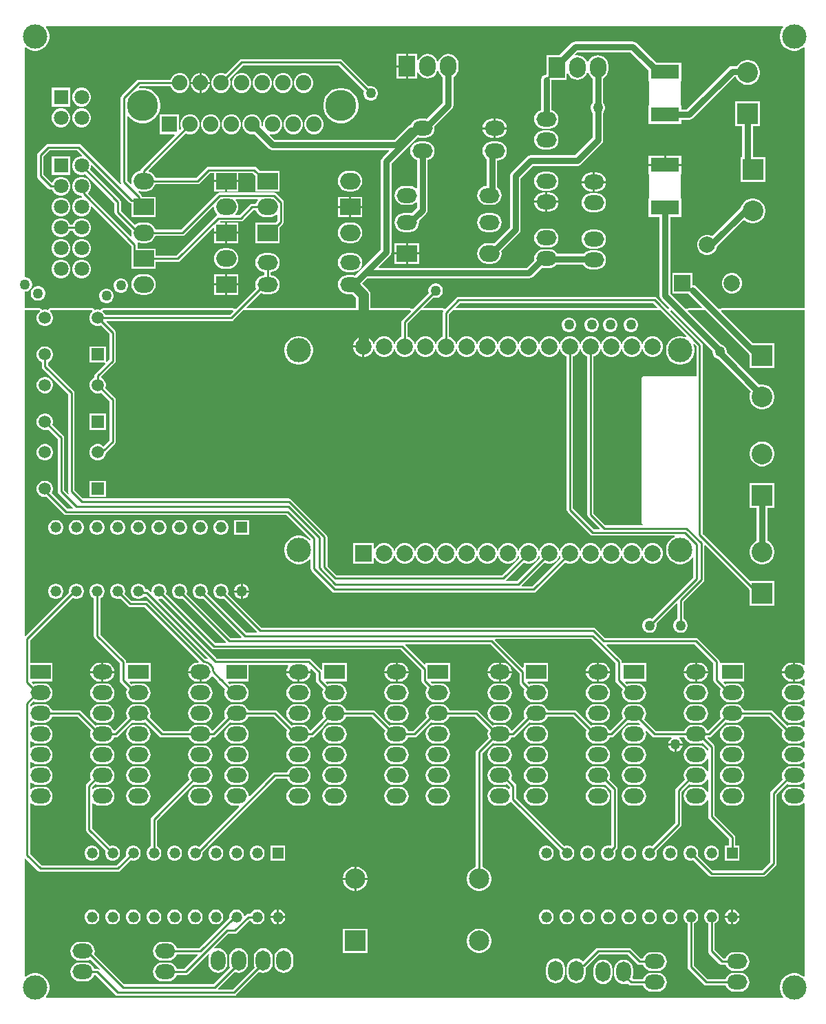
<source format=gtl>
G04*
G04 #@! TF.GenerationSoftware,Altium Limited,Altium Designer,24.0.1 (36)*
G04*
G04 Layer_Physical_Order=1*
G04 Layer_Color=255*
%FSLAX44Y44*%
%MOMM*%
G71*
G04*
G04 #@! TF.SameCoordinates,F5D6D73F-2C16-40EA-88EE-8A7EB2D9318C*
G04*
G04*
G04 #@! TF.FilePolarity,Positive*
G04*
G01*
G75*
%ADD11C,0.2540*%
%ADD16R,3.5052X1.7780*%
%ADD40C,1.3208*%
%ADD41R,1.3208X1.3208*%
%ADD43C,0.7620*%
%ADD44C,1.2700*%
%ADD45C,0.3556*%
%ADD46O,2.0000X2.5000*%
%ADD47R,2.0000X2.5000*%
%ADD48C,2.5400*%
%ADD49R,2.5400X2.5400*%
%ADD50R,1.5080X1.5080*%
%ADD51C,1.5080*%
%ADD52O,2.5000X1.8000*%
%ADD53C,1.9050*%
%ADD54R,1.9050X1.9050*%
%ADD55C,3.8100*%
%ADD56C,3.0000*%
%ADD57R,2.0000X2.0000*%
%ADD58C,2.0000*%
%ADD59O,2.5000X1.8000*%
%ADD60R,2.0000X2.0000*%
%ADD61C,1.8000*%
%ADD62R,1.8000X1.8000*%
%ADD63O,2.5000X2.0000*%
%ADD64R,2.5000X2.0000*%
%ADD65R,2.5000X1.8000*%
%ADD66O,1.8000X2.5000*%
%ADD67C,2.5000*%
%ADD68R,2.5000X2.5000*%
%ADD69C,1.2700*%
G36*
X824921Y1313277D02*
X824576Y1312931D01*
X822656Y1310058D01*
X821334Y1306866D01*
X820660Y1303477D01*
Y1300022D01*
X821334Y1296634D01*
X822656Y1293442D01*
X824576Y1290569D01*
X827019Y1288126D01*
X829892Y1286206D01*
X833084Y1284884D01*
X836472Y1284210D01*
X839928D01*
X843316Y1284884D01*
X846508Y1286206D01*
X849381Y1288126D01*
X849727Y1288471D01*
X850900Y1287985D01*
Y967790D01*
X749002D01*
X748010Y967593D01*
X747170Y967031D01*
X745590Y966952D01*
X718093Y994449D01*
X715993Y995853D01*
X713515Y996345D01*
X713420Y996423D01*
Y1011141D01*
X688340D01*
Y986061D01*
X708424D01*
X708937Y985293D01*
X725267Y968963D01*
X724781Y967790D01*
X708093D01*
X707102Y967593D01*
X706262Y967031D01*
X704681Y966952D01*
X685924Y985709D01*
Y1080008D01*
X699516D01*
Y1102868D01*
X699058D01*
Y1132332D01*
X699516D01*
Y1142492D01*
X679450D01*
X659384D01*
Y1132332D01*
X659842D01*
Y1102868D01*
X659384D01*
Y1080008D01*
X672976D01*
Y983027D01*
X673468Y980550D01*
X674872Y978449D01*
X684766Y968555D01*
X684830Y968256D01*
X684314Y967308D01*
X682983Y967160D01*
X669497Y980647D01*
X668237Y981489D01*
X666750Y981785D01*
X425450D01*
X423963Y981489D01*
X422703Y980647D01*
X409058Y967002D01*
X408636Y966909D01*
X407559Y967031D01*
X407485Y967081D01*
X407410Y967150D01*
X407361Y967210D01*
X407030Y967385D01*
X406719Y967593D01*
X406587Y967619D01*
X406468Y967682D01*
X406095Y967717D01*
X405728Y967790D01*
X383023D01*
X382537Y968963D01*
X394484Y980910D01*
X396240Y980440D01*
X398581D01*
X400842Y981046D01*
X402869Y982216D01*
X404524Y983871D01*
X405695Y985899D01*
X406300Y988160D01*
Y990500D01*
X405695Y992761D01*
X404524Y994789D01*
X402869Y996444D01*
X400842Y997614D01*
X398581Y998220D01*
X396240D01*
X393979Y997614D01*
X391952Y996444D01*
X390297Y994789D01*
X389126Y992761D01*
X388520Y990500D01*
Y988160D01*
X388991Y986404D01*
X369539Y966952D01*
X367958Y967031D01*
X367118Y967593D01*
X366127Y967790D01*
X317367D01*
Y984150D01*
X317367Y984150D01*
X317061Y986471D01*
X316165Y988633D01*
X314740Y990490D01*
X307082Y998149D01*
X307062Y998303D01*
X313204Y1004446D01*
X512120D01*
X514598Y1004938D01*
X516698Y1006342D01*
X527705Y1017349D01*
X529900Y1017060D01*
X536900D01*
X539913Y1017457D01*
X542720Y1018620D01*
X545130Y1020470D01*
X545991Y1021591D01*
X578255D01*
X580090Y1019200D01*
X582500Y1017350D01*
X585307Y1016187D01*
X588320Y1015790D01*
X595320D01*
X598333Y1016187D01*
X601140Y1017350D01*
X603550Y1019200D01*
X605400Y1021610D01*
X606563Y1024417D01*
X606960Y1027430D01*
X606563Y1030443D01*
X605400Y1033250D01*
X603550Y1035660D01*
X601140Y1037510D01*
X598333Y1038673D01*
X595320Y1039070D01*
X588320D01*
X585307Y1038673D01*
X582500Y1037510D01*
X580090Y1035660D01*
X579229Y1034539D01*
X546965D01*
X545130Y1036930D01*
X542720Y1038780D01*
X539913Y1039943D01*
X536900Y1040340D01*
X529900D01*
X526887Y1039943D01*
X524080Y1038780D01*
X521670Y1036930D01*
X519820Y1034520D01*
X518657Y1031712D01*
X518260Y1028700D01*
X518549Y1026506D01*
X509438Y1017394D01*
X327812D01*
X327326Y1018568D01*
X341128Y1032369D01*
X342531Y1034470D01*
X343024Y1036947D01*
Y1145405D01*
X375305Y1177686D01*
X377499Y1177397D01*
X384499D01*
X387512Y1177794D01*
X390319Y1178957D01*
X392730Y1180806D01*
X394580Y1183217D01*
X395742Y1186024D01*
X396139Y1189037D01*
X395850Y1191231D01*
X417327Y1212709D01*
X418731Y1214809D01*
X419224Y1217287D01*
Y1251898D01*
X421693Y1253793D01*
X423703Y1256413D01*
X424967Y1259463D01*
X425398Y1262737D01*
Y1267737D01*
X424967Y1271010D01*
X423703Y1274061D01*
X421693Y1276680D01*
X419073Y1278690D01*
X416023Y1279954D01*
X412749Y1280385D01*
X409476Y1279954D01*
X406425Y1278690D01*
X403806Y1276680D01*
X401796Y1274061D01*
X400737Y1271504D01*
X399362D01*
X398303Y1274061D01*
X396293Y1276680D01*
X393674Y1278690D01*
X390623Y1279954D01*
X387349Y1280385D01*
X384076Y1279954D01*
X381025Y1278690D01*
X378406Y1276680D01*
X376396Y1274061D01*
X375759Y1272525D01*
X374489Y1272777D01*
Y1280277D01*
X363219D01*
Y1265237D01*
Y1250197D01*
X374489D01*
Y1257696D01*
X375759Y1257949D01*
X376396Y1256413D01*
X378406Y1253793D01*
X381025Y1251783D01*
X384076Y1250519D01*
X387349Y1250089D01*
X390623Y1250519D01*
X393674Y1251783D01*
X396293Y1253793D01*
X398303Y1256413D01*
X399362Y1258969D01*
X400737D01*
X401796Y1256413D01*
X403806Y1253793D01*
X406275Y1251898D01*
Y1219968D01*
X386694Y1200387D01*
X384499Y1200676D01*
X377499D01*
X374487Y1200280D01*
X371679Y1199117D01*
X369269Y1197267D01*
X367419Y1194856D01*
X366512Y1192668D01*
X364697Y1192307D01*
X362597Y1190903D01*
X346568Y1174874D01*
X199532D01*
X193519Y1180887D01*
X194177Y1182026D01*
X195262Y1181735D01*
X198438D01*
X201507Y1182557D01*
X204258Y1184146D01*
X206504Y1186392D01*
X208093Y1189143D01*
X208915Y1192212D01*
Y1195388D01*
X208093Y1198457D01*
X206504Y1201208D01*
X204258Y1203454D01*
X201507Y1205043D01*
X198438Y1205865D01*
X195262D01*
X192193Y1205043D01*
X189442Y1203454D01*
X187196Y1201208D01*
X185607Y1198457D01*
X184785Y1195388D01*
Y1192212D01*
X184846Y1191982D01*
X183721Y1191277D01*
X183350Y1191597D01*
X183515Y1192212D01*
Y1195388D01*
X182693Y1198457D01*
X181104Y1201208D01*
X178858Y1203454D01*
X176107Y1205043D01*
X173038Y1205865D01*
X169862D01*
X166793Y1205043D01*
X164042Y1203454D01*
X161796Y1201208D01*
X160207Y1198457D01*
X159385Y1195388D01*
Y1192212D01*
X160207Y1189143D01*
X161796Y1186392D01*
X164042Y1184146D01*
X166793Y1182557D01*
X169862Y1181735D01*
X173038D01*
X174080Y1182014D01*
X192272Y1163822D01*
X194372Y1162418D01*
X196850Y1161926D01*
X339573D01*
X340059Y1160752D01*
X331972Y1152665D01*
X330568Y1150565D01*
X330075Y1148087D01*
Y1039629D01*
X298631Y1008185D01*
X298613Y1008193D01*
X295600Y1008589D01*
X288600D01*
X285587Y1008193D01*
X282780Y1007030D01*
X280370Y1005180D01*
X278520Y1002770D01*
X277357Y999962D01*
X276960Y996950D01*
X277357Y993938D01*
X278520Y991130D01*
X280370Y988720D01*
X282780Y986870D01*
X285587Y985707D01*
X288600Y985310D01*
X294559D01*
X299433Y980436D01*
Y967790D01*
X164993D01*
X164507Y968963D01*
X182052Y986509D01*
X183987Y985707D01*
X187000Y985310D01*
X194000D01*
X197013Y985707D01*
X199820Y986870D01*
X202230Y988720D01*
X204080Y991130D01*
X205243Y993938D01*
X205640Y996950D01*
X205243Y999962D01*
X204080Y1002770D01*
X202230Y1005180D01*
X199820Y1007030D01*
X197013Y1008193D01*
X194384Y1008539D01*
Y1012348D01*
X197012Y1012694D01*
X199819Y1013857D01*
X202230Y1015706D01*
X204079Y1018117D01*
X205242Y1020924D01*
X205639Y1023937D01*
X205242Y1026949D01*
X204079Y1029756D01*
X202230Y1032167D01*
X199819Y1034017D01*
X197012Y1035180D01*
X193999Y1035576D01*
X186999D01*
X183987Y1035180D01*
X181180Y1034017D01*
X178769Y1032167D01*
X176919Y1029756D01*
X175756Y1026949D01*
X175360Y1023937D01*
X175756Y1020924D01*
X176919Y1018117D01*
X178769Y1015706D01*
X181180Y1013857D01*
X183987Y1012694D01*
X186615Y1012348D01*
Y1008539D01*
X183987Y1008193D01*
X181180Y1007030D01*
X178770Y1005180D01*
X176920Y1002770D01*
X175757Y999962D01*
X175360Y996950D01*
X175757Y993938D01*
X176559Y992002D01*
X151508Y966952D01*
X149928Y967031D01*
X149088Y967593D01*
X148097Y967790D01*
X-11794D01*
X-11961Y967756D01*
X-12132Y967768D01*
X-12452Y967659D01*
X-12785Y967593D01*
X-12927Y967498D01*
X-13088Y967443D01*
X-13343Y967219D01*
X-13625Y967031D01*
X-13720Y966889D01*
X-13848Y966777D01*
X-13998Y966473D01*
X-14186Y966191D01*
X-15330Y965590D01*
X-16973Y966030D01*
X-19627D01*
X-21270Y965590D01*
X-22414Y966191D01*
X-22602Y966473D01*
X-22752Y966777D01*
X-22880Y966889D01*
X-22975Y967031D01*
X-23257Y967219D01*
X-23512Y967443D01*
X-23673Y967498D01*
X-23815Y967593D01*
X-24148Y967659D01*
X-24469Y967768D01*
X-24639Y967756D01*
X-24806Y967790D01*
X-76793D01*
X-76961Y967756D01*
X-77132Y967768D01*
X-77452Y967659D01*
X-77785Y967593D01*
X-77927Y967498D01*
X-78088Y967443D01*
X-78343Y967219D01*
X-78625Y967031D01*
X-78720Y966889D01*
X-78848Y966777D01*
X-78998Y966473D01*
X-79186Y966191D01*
X-80330Y965590D01*
X-81973Y966030D01*
X-84627D01*
X-86271Y965590D01*
X-87414Y966191D01*
X-87602Y966473D01*
X-87752Y966777D01*
X-87880Y966889D01*
X-87975Y967031D01*
X-88257Y967219D01*
X-88512Y967443D01*
X-88673Y967498D01*
X-88815Y967593D01*
X-89148Y967659D01*
X-89468Y967768D01*
X-89639Y967756D01*
X-89806Y967790D01*
X-107950D01*
Y988060D01*
X-106780D01*
X-104519Y988665D01*
X-102491Y989836D01*
X-100836Y991491D01*
X-99666Y993518D01*
X-99060Y995779D01*
Y998120D01*
X-99666Y1000381D01*
X-100836Y1002408D01*
X-102491Y1004063D01*
X-104519Y1005234D01*
X-106780Y1005840D01*
X-107950D01*
Y1287985D01*
X-106777Y1288471D01*
X-106431Y1288126D01*
X-103558Y1286206D01*
X-100366Y1284884D01*
X-96978Y1284210D01*
X-93523D01*
X-90134Y1284884D01*
X-86942Y1286206D01*
X-84069Y1288126D01*
X-81626Y1290569D01*
X-79706Y1293442D01*
X-78384Y1296634D01*
X-77710Y1300022D01*
Y1303477D01*
X-78384Y1306866D01*
X-79706Y1310058D01*
X-81626Y1312931D01*
X-81971Y1313277D01*
X-81485Y1314450D01*
X824435D01*
X824921Y1313277D01*
D02*
G37*
G36*
X670193Y968963D02*
X669707Y967790D01*
X422493D01*
X422007Y968963D01*
X427059Y974015D01*
X665141D01*
X670193Y968963D01*
D02*
G37*
G36*
X148583Y964027D02*
X144391Y959835D01*
X-8905D01*
X-8907Y959841D01*
X-10234Y962139D01*
X-12025Y963930D01*
X-11964Y964563D01*
X-11794Y965200D01*
X148097D01*
X148583Y964027D01*
D02*
G37*
G36*
X705891Y933266D02*
X705171Y932189D01*
X703416Y932916D01*
X700027Y933590D01*
X696572D01*
X693184Y932916D01*
X689992Y931594D01*
X687119Y929674D01*
X684676Y927231D01*
X682756Y924358D01*
X681434Y921166D01*
X680760Y917777D01*
Y914323D01*
X681434Y910934D01*
X682756Y907742D01*
X684676Y904869D01*
X687119Y902426D01*
X689992Y900506D01*
X693184Y899184D01*
X696572Y898510D01*
X700027D01*
X703416Y899184D01*
X706608Y900506D01*
X709481Y902426D01*
X711924Y904869D01*
X713844Y907742D01*
X715166Y910934D01*
X715840Y914323D01*
Y917777D01*
X715166Y921166D01*
X714439Y922921D01*
X715516Y923641D01*
X718225Y920931D01*
Y884140D01*
X653400D01*
X652409Y883943D01*
X651569Y883381D01*
X651007Y882541D01*
X650810Y881550D01*
Y704650D01*
X651007Y703659D01*
X651569Y702819D01*
X652218Y702385D01*
X652168Y701572D01*
X652007Y701115D01*
X606129D01*
X591685Y715559D01*
Y908809D01*
X592640Y909065D01*
X595500Y910715D01*
X597835Y913050D01*
X599485Y915910D01*
X599843Y917243D01*
X601157D01*
X601515Y915910D01*
X603166Y913050D01*
X605500Y910715D01*
X608360Y909065D01*
X611549Y908210D01*
X614851D01*
X618040Y909065D01*
X620900Y910715D01*
X623234Y913050D01*
X624885Y915910D01*
X625243Y917243D01*
X626557D01*
X626915Y915910D01*
X628565Y913050D01*
X630900Y910715D01*
X633760Y909065D01*
X636949Y908210D01*
X640251D01*
X643440Y909065D01*
X646300Y910715D01*
X648634Y913050D01*
X650285Y915910D01*
X650643Y917243D01*
X651957D01*
X652315Y915910D01*
X653966Y913050D01*
X656300Y910715D01*
X659160Y909065D01*
X662349Y908210D01*
X665651D01*
X668840Y909065D01*
X671700Y910715D01*
X674035Y913050D01*
X675685Y915910D01*
X676540Y919099D01*
Y922401D01*
X675685Y925590D01*
X674035Y928450D01*
X671700Y930785D01*
X668840Y932435D01*
X665651Y933290D01*
X662349D01*
X659160Y932435D01*
X656300Y930785D01*
X653966Y928450D01*
X652315Y925590D01*
X651957Y924257D01*
X650643D01*
X650285Y925590D01*
X648634Y928450D01*
X646300Y930785D01*
X643440Y932435D01*
X640251Y933290D01*
X636949D01*
X633760Y932435D01*
X630900Y930785D01*
X628565Y928450D01*
X626915Y925590D01*
X626557Y924257D01*
X625243D01*
X624885Y925590D01*
X623234Y928450D01*
X620900Y930785D01*
X618040Y932435D01*
X614851Y933290D01*
X611549D01*
X608360Y932435D01*
X605500Y930785D01*
X603166Y928450D01*
X601515Y925590D01*
X601157Y924257D01*
X599843D01*
X599485Y925590D01*
X597835Y928450D01*
X595500Y930785D01*
X592640Y932435D01*
X589451Y933290D01*
X586149D01*
X582960Y932435D01*
X580100Y930785D01*
X577766Y928450D01*
X576115Y925590D01*
X575757Y924257D01*
X574443D01*
X574085Y925590D01*
X572435Y928450D01*
X570100Y930785D01*
X567240Y932435D01*
X564051Y933290D01*
X560749D01*
X557560Y932435D01*
X554700Y930785D01*
X552365Y928450D01*
X550715Y925590D01*
X550357Y924257D01*
X549043D01*
X548685Y925590D01*
X547034Y928450D01*
X544700Y930785D01*
X541840Y932435D01*
X538651Y933290D01*
X535349D01*
X532160Y932435D01*
X529300Y930785D01*
X526965Y928450D01*
X525315Y925590D01*
X524957Y924257D01*
X523643D01*
X523285Y925590D01*
X521634Y928450D01*
X519300Y930785D01*
X516440Y932435D01*
X513251Y933290D01*
X509949D01*
X506760Y932435D01*
X503900Y930785D01*
X501566Y928450D01*
X499915Y925590D01*
X499557Y924257D01*
X498243D01*
X497885Y925590D01*
X496235Y928450D01*
X493900Y930785D01*
X491040Y932435D01*
X487851Y933290D01*
X484549D01*
X481360Y932435D01*
X478500Y930785D01*
X476166Y928450D01*
X474515Y925590D01*
X474157Y924257D01*
X472843D01*
X472485Y925590D01*
X470835Y928450D01*
X468500Y930785D01*
X465640Y932435D01*
X462451Y933290D01*
X459149D01*
X455960Y932435D01*
X453100Y930785D01*
X450765Y928450D01*
X449115Y925590D01*
X448757Y924257D01*
X447443D01*
X447085Y925590D01*
X445434Y928450D01*
X443100Y930785D01*
X440240Y932435D01*
X437051Y933290D01*
X433749D01*
X430560Y932435D01*
X427700Y930785D01*
X425365Y928450D01*
X423715Y925590D01*
X423357Y924257D01*
X422043D01*
X421685Y925590D01*
X420034Y928450D01*
X417700Y930785D01*
X414840Y932435D01*
X413885Y932691D01*
Y960841D01*
X418244Y965200D01*
X673956D01*
X705891Y933266D01*
D02*
G37*
G36*
X406411Y963937D02*
X406115Y962450D01*
Y932691D01*
X405160Y932435D01*
X402300Y930785D01*
X399966Y928450D01*
X398315Y925590D01*
X397957Y924257D01*
X396643D01*
X396285Y925590D01*
X394635Y928450D01*
X392300Y930785D01*
X389440Y932435D01*
X386251Y933290D01*
X382949D01*
X379760Y932435D01*
X376900Y930785D01*
X374566Y928450D01*
X372915Y925590D01*
X372557Y924257D01*
X371243D01*
X370885Y925590D01*
X369235Y928450D01*
X366900Y930785D01*
X364040Y932435D01*
X363085Y932691D01*
Y949510D01*
X378774Y965200D01*
X405728D01*
X406411Y963937D01*
D02*
G37*
G36*
X850900Y529598D02*
X849630Y529161D01*
X847520Y530780D01*
X844713Y531943D01*
X841700Y532340D01*
X839470D01*
Y520700D01*
Y509060D01*
X841700D01*
X844713Y509457D01*
X847520Y510620D01*
X849630Y512239D01*
X850900Y511802D01*
Y504198D01*
X849630Y503761D01*
X847520Y505380D01*
X844713Y506543D01*
X841700Y506940D01*
X834700D01*
X831687Y506543D01*
X828880Y505380D01*
X826470Y503530D01*
X824620Y501120D01*
X823457Y498312D01*
X823060Y495300D01*
X823457Y492287D01*
X824620Y489480D01*
X826470Y487070D01*
X828880Y485220D01*
X831687Y484057D01*
X834700Y483660D01*
X841700D01*
X844713Y484057D01*
X847520Y485220D01*
X849630Y486839D01*
X850900Y486402D01*
Y478798D01*
X849630Y478361D01*
X847520Y479980D01*
X844713Y481143D01*
X841700Y481539D01*
X834700D01*
X831687Y481143D01*
X828880Y479980D01*
X826470Y478130D01*
X824620Y475720D01*
X823457Y472912D01*
X823060Y469900D01*
X823457Y466888D01*
X824620Y464080D01*
X826470Y461670D01*
X828880Y459820D01*
X831687Y458657D01*
X834700Y458260D01*
X841700D01*
X844713Y458657D01*
X847520Y459820D01*
X849630Y461439D01*
X850900Y461002D01*
Y453398D01*
X849630Y452961D01*
X847520Y454580D01*
X844713Y455743D01*
X841700Y456139D01*
X834700D01*
X831687Y455743D01*
X829752Y454941D01*
X812047Y472647D01*
X810787Y473489D01*
X809300Y473785D01*
X776382D01*
X775580Y475720D01*
X773730Y478130D01*
X771320Y479980D01*
X768513Y481143D01*
X765500Y481539D01*
X758500D01*
X755487Y481143D01*
X752680Y479980D01*
X750270Y478130D01*
X748420Y475720D01*
X747257Y472912D01*
X746860Y469900D01*
X747257Y466888D01*
X748281Y464415D01*
X732997Y449131D01*
X731499Y449429D01*
X731130Y450320D01*
X729280Y452730D01*
X726870Y454580D01*
X724063Y455743D01*
X721050Y456139D01*
X714050D01*
X711037Y455743D01*
X708230Y454580D01*
X705820Y452730D01*
X703970Y450320D01*
X703168Y448385D01*
X668359D01*
X653946Y462798D01*
X654930Y464080D01*
X656093Y466888D01*
X656490Y469900D01*
X656093Y472912D01*
X654930Y475720D01*
X653080Y478130D01*
X650670Y479980D01*
X647863Y481143D01*
X644850Y481539D01*
X637850D01*
X634837Y481143D01*
X632030Y479980D01*
X629620Y478130D01*
X627770Y475720D01*
X626607Y472912D01*
X626210Y469900D01*
X626607Y466888D01*
X627631Y464415D01*
X612347Y449131D01*
X610849Y449429D01*
X610480Y450320D01*
X608630Y452730D01*
X606220Y454580D01*
X603413Y455743D01*
X600400Y456139D01*
X593400D01*
X590387Y455743D01*
X588452Y454941D01*
X570747Y472647D01*
X569487Y473489D01*
X568000Y473785D01*
X535082D01*
X534280Y475720D01*
X532430Y478130D01*
X530020Y479980D01*
X527213Y481143D01*
X524200Y481539D01*
X517200D01*
X514187Y481143D01*
X511380Y479980D01*
X508970Y478130D01*
X507120Y475720D01*
X505957Y472912D01*
X505560Y469900D01*
X505957Y466888D01*
X506981Y464415D01*
X491697Y449131D01*
X490199Y449429D01*
X489830Y450320D01*
X487980Y452730D01*
X485570Y454580D01*
X482763Y455743D01*
X479750Y456139D01*
X472750D01*
X469737Y455743D01*
X467802Y454941D01*
X450097Y472647D01*
X448837Y473489D01*
X447350Y473785D01*
X414432D01*
X413630Y475720D01*
X411780Y478130D01*
X409370Y479980D01*
X406563Y481143D01*
X403550Y481539D01*
X396550D01*
X393537Y481143D01*
X390730Y479980D01*
X388320Y478130D01*
X386470Y475720D01*
X385307Y472912D01*
X384910Y469900D01*
X385307Y466888D01*
X386109Y464952D01*
X369541Y448385D01*
X363632D01*
X362830Y450320D01*
X360980Y452730D01*
X358570Y454580D01*
X355763Y455743D01*
X352750Y456139D01*
X345750D01*
X342737Y455743D01*
X340802Y454941D01*
X323097Y472647D01*
X321837Y473489D01*
X320350Y473785D01*
X287432D01*
X286630Y475720D01*
X284780Y478130D01*
X282370Y479980D01*
X279563Y481143D01*
X276550Y481539D01*
X269550D01*
X266537Y481143D01*
X263730Y479980D01*
X261320Y478130D01*
X259470Y475720D01*
X258307Y472912D01*
X257910Y469900D01*
X258307Y466888D01*
X259109Y464952D01*
X253993Y459837D01*
X253151Y458577D01*
X253066Y458150D01*
X244047Y449131D01*
X242549Y449429D01*
X242180Y450320D01*
X240330Y452730D01*
X237920Y454580D01*
X235113Y455743D01*
X232100Y456139D01*
X225100D01*
X222087Y455743D01*
X220152Y454941D01*
X202447Y472647D01*
X201187Y473489D01*
X199700Y473785D01*
X166782D01*
X165980Y475720D01*
X164130Y478130D01*
X161720Y479980D01*
X158913Y481143D01*
X155900Y481539D01*
X148900D01*
X145887Y481143D01*
X143080Y479980D01*
X140670Y478130D01*
X138820Y475720D01*
X137657Y472912D01*
X137260Y469900D01*
X137657Y466888D01*
X138681Y464415D01*
X123397Y449131D01*
X121899Y449429D01*
X121530Y450320D01*
X119680Y452730D01*
X117270Y454580D01*
X114463Y455743D01*
X111450Y456139D01*
X104450D01*
X101437Y455743D01*
X98630Y454580D01*
X96220Y452730D01*
X94370Y450320D01*
X93568Y448385D01*
X62259D01*
X45691Y464952D01*
X46493Y466888D01*
X46890Y469900D01*
X46493Y472912D01*
X45330Y475720D01*
X43480Y478130D01*
X41070Y479980D01*
X38263Y481143D01*
X35250Y481539D01*
X28250D01*
X25237Y481143D01*
X22430Y479980D01*
X20020Y478130D01*
X18170Y475720D01*
X17007Y472912D01*
X16610Y469900D01*
X17007Y466888D01*
X18031Y464415D01*
X2747Y449131D01*
X1249Y449429D01*
X880Y450320D01*
X-970Y452730D01*
X-3380Y454580D01*
X-6187Y455743D01*
X-9200Y456139D01*
X-16200D01*
X-19213Y455743D01*
X-21148Y454941D01*
X-38853Y472647D01*
X-40113Y473489D01*
X-41600Y473785D01*
X-74518D01*
X-75320Y475720D01*
X-77170Y478130D01*
X-79580Y479980D01*
X-82387Y481143D01*
X-85400Y481539D01*
X-92400D01*
X-95413Y481143D01*
X-98220Y479980D01*
X-100055Y478572D01*
X-101325Y479198D01*
Y480881D01*
X-97348Y484859D01*
X-95413Y484057D01*
X-92400Y483660D01*
X-85400D01*
X-82387Y484057D01*
X-79580Y485220D01*
X-77170Y487070D01*
X-75320Y489480D01*
X-74157Y492287D01*
X-73760Y495300D01*
X-74157Y498312D01*
X-75320Y501120D01*
X-77170Y503530D01*
X-79580Y505380D01*
X-82387Y506543D01*
X-85400Y506940D01*
X-92400D01*
X-95413Y506543D01*
X-97348Y505741D01*
X-99593Y507987D01*
X-99107Y509160D01*
X-73860D01*
Y532240D01*
X-101325D01*
Y559931D01*
X-49068Y612188D01*
X-47979Y611559D01*
X-45654Y610936D01*
X-43246D01*
X-40921Y611559D01*
X-38835Y612763D01*
X-37133Y614465D01*
X-35929Y616550D01*
X-35306Y618876D01*
Y621284D01*
X-35929Y623609D01*
X-37133Y625695D01*
X-38835Y627397D01*
X-40921Y628601D01*
X-43246Y629224D01*
X-45654D01*
X-47979Y628601D01*
X-50065Y627397D01*
X-51767Y625695D01*
X-52971Y623609D01*
X-53594Y621284D01*
Y618876D01*
X-53546Y618698D01*
X-106777Y565467D01*
X-107950Y565953D01*
Y965200D01*
X-89806D01*
X-89636Y964563D01*
X-89575Y963930D01*
X-91366Y962139D01*
X-92693Y959841D01*
X-93380Y957277D01*
Y954623D01*
X-92693Y952059D01*
X-91366Y949761D01*
X-89489Y947884D01*
X-87191Y946557D01*
X-84627Y945870D01*
X-81973D01*
X-79409Y946557D01*
X-77111Y947884D01*
X-75234Y949761D01*
X-73907Y952059D01*
X-73220Y954623D01*
Y957277D01*
X-73907Y959841D01*
X-75234Y962139D01*
X-77025Y963930D01*
X-76964Y964563D01*
X-76793Y965200D01*
X-24806D01*
X-24636Y964563D01*
X-24575Y963930D01*
X-26366Y962139D01*
X-27693Y959841D01*
X-28380Y957277D01*
Y954623D01*
X-27693Y952059D01*
X-26366Y949761D01*
X-24489Y947884D01*
X-22191Y946557D01*
X-19627Y945870D01*
X-16973D01*
X-14409Y946557D01*
X-14404Y946560D01*
X-3885Y936041D01*
Y904897D01*
X-6950Y901832D01*
X-8220Y902358D01*
Y921030D01*
X-28380D01*
Y900870D01*
X-9708D01*
X-9182Y899600D01*
X-21047Y887735D01*
X-21889Y886475D01*
X-22185Y884988D01*
Y882795D01*
X-22191Y882793D01*
X-24489Y881466D01*
X-26366Y879589D01*
X-27693Y877291D01*
X-28380Y874727D01*
Y872073D01*
X-27693Y869509D01*
X-26366Y867211D01*
X-24489Y865334D01*
X-22191Y864007D01*
X-19627Y863320D01*
X-16973D01*
X-14409Y864007D01*
X-14404Y864010D01*
X-3885Y853491D01*
Y805684D01*
X-11381Y798187D01*
X-12111Y798916D01*
X-14409Y800243D01*
X-16973Y800930D01*
X-19627D01*
X-22191Y800243D01*
X-24489Y798916D01*
X-26366Y797039D01*
X-27693Y794741D01*
X-28380Y792177D01*
Y789523D01*
X-27693Y786959D01*
X-26366Y784661D01*
X-24489Y782784D01*
X-22191Y781457D01*
X-19627Y780770D01*
X-16973D01*
X-14409Y781457D01*
X-12111Y782784D01*
X-10234Y784661D01*
X-8907Y786959D01*
X-8220Y789523D01*
Y790408D01*
X-8078Y790503D01*
X2747Y801328D01*
X3589Y802588D01*
X3885Y804074D01*
Y855100D01*
X3589Y856587D01*
X2747Y857847D01*
X-8910Y869504D01*
X-8907Y869509D01*
X-8220Y872073D01*
Y874727D01*
X-8907Y877291D01*
X-10234Y879589D01*
X-12111Y881466D01*
X-13722Y882396D01*
X-13887Y883908D01*
X2747Y900541D01*
X3589Y901802D01*
X3885Y903288D01*
Y937650D01*
X3589Y939137D01*
X2747Y940397D01*
X-7652Y950795D01*
X-7126Y952065D01*
X146000D01*
X147487Y952361D01*
X148747Y953203D01*
X160744Y965200D01*
X366127D01*
X366613Y964027D01*
X356453Y953867D01*
X355611Y952606D01*
X355315Y951120D01*
Y932691D01*
X354360Y932435D01*
X351500Y930785D01*
X349165Y928450D01*
X347515Y925590D01*
X347157Y924257D01*
X345843D01*
X345485Y925590D01*
X343834Y928450D01*
X341500Y930785D01*
X338640Y932435D01*
X335451Y933290D01*
X332149D01*
X328960Y932435D01*
X326100Y930785D01*
X323765Y928450D01*
X322115Y925590D01*
X321757Y924257D01*
X320443D01*
X320085Y925590D01*
X318435Y928450D01*
X316100Y930785D01*
X313240Y932435D01*
X310051Y933290D01*
X309670D01*
Y920750D01*
Y908210D01*
X310051D01*
X313240Y909065D01*
X316100Y910715D01*
X318435Y913050D01*
X320085Y915910D01*
X320443Y917243D01*
X321757D01*
X322115Y915910D01*
X323765Y913050D01*
X326100Y910715D01*
X328960Y909065D01*
X332149Y908210D01*
X335451D01*
X338640Y909065D01*
X341500Y910715D01*
X343834Y913050D01*
X345485Y915910D01*
X345843Y917243D01*
X347157D01*
X347515Y915910D01*
X349165Y913050D01*
X351500Y910715D01*
X354360Y909065D01*
X357549Y908210D01*
X360851D01*
X364040Y909065D01*
X366900Y910715D01*
X369235Y913050D01*
X370885Y915910D01*
X371243Y917243D01*
X372557D01*
X372915Y915910D01*
X374566Y913050D01*
X376900Y910715D01*
X379760Y909065D01*
X382949Y908210D01*
X386251D01*
X389440Y909065D01*
X392300Y910715D01*
X394635Y913050D01*
X396285Y915910D01*
X396643Y917243D01*
X397957D01*
X398315Y915910D01*
X399966Y913050D01*
X402300Y910715D01*
X405160Y909065D01*
X408349Y908210D01*
X411651D01*
X414840Y909065D01*
X417700Y910715D01*
X420034Y913050D01*
X421685Y915910D01*
X422043Y917243D01*
X423357D01*
X423715Y915910D01*
X425365Y913050D01*
X427700Y910715D01*
X430560Y909065D01*
X433749Y908210D01*
X437051D01*
X440240Y909065D01*
X443100Y910715D01*
X445434Y913050D01*
X447085Y915910D01*
X447443Y917243D01*
X448757D01*
X449115Y915910D01*
X450765Y913050D01*
X453100Y910715D01*
X455960Y909065D01*
X459149Y908210D01*
X462451D01*
X465640Y909065D01*
X468500Y910715D01*
X470835Y913050D01*
X472485Y915910D01*
X472843Y917243D01*
X474157D01*
X474515Y915910D01*
X476166Y913050D01*
X478500Y910715D01*
X481360Y909065D01*
X484549Y908210D01*
X487851D01*
X491040Y909065D01*
X493900Y910715D01*
X496235Y913050D01*
X497885Y915910D01*
X498243Y917243D01*
X499557D01*
X499915Y915910D01*
X501566Y913050D01*
X503900Y910715D01*
X506760Y909065D01*
X509949Y908210D01*
X513251D01*
X516440Y909065D01*
X519300Y910715D01*
X521634Y913050D01*
X523285Y915910D01*
X523643Y917243D01*
X524957D01*
X525315Y915910D01*
X526965Y913050D01*
X529300Y910715D01*
X532160Y909065D01*
X535349Y908210D01*
X538651D01*
X541840Y909065D01*
X544700Y910715D01*
X547034Y913050D01*
X548685Y915910D01*
X549043Y917243D01*
X550357D01*
X550715Y915910D01*
X552365Y913050D01*
X554700Y910715D01*
X557560Y909065D01*
X558515Y908809D01*
Y720300D01*
X558811Y718813D01*
X559653Y717553D01*
X587803Y689403D01*
X589063Y688561D01*
X590550Y688265D01*
X690950D01*
X691203Y686995D01*
X689992Y686494D01*
X687119Y684574D01*
X684676Y682131D01*
X682756Y679258D01*
X681434Y676066D01*
X680760Y672678D01*
Y669222D01*
X681434Y665834D01*
X682756Y662642D01*
X684676Y659769D01*
X687119Y657326D01*
X689992Y655406D01*
X693184Y654084D01*
X696572Y653410D01*
X700027D01*
X703416Y654084D01*
X706608Y655406D01*
X709481Y657326D01*
X711924Y659769D01*
X713145Y661597D01*
X714415Y661211D01*
Y637359D01*
X663326Y586270D01*
X661570Y586740D01*
X659230D01*
X656969Y586134D01*
X654941Y584964D01*
X653286Y583309D01*
X652116Y581281D01*
X651510Y579020D01*
Y576680D01*
X652116Y574419D01*
X653286Y572391D01*
X654941Y570736D01*
X656969Y569566D01*
X659230Y568960D01*
X661570D01*
X663831Y569566D01*
X665859Y570736D01*
X667514Y572391D01*
X668684Y574419D01*
X669290Y576680D01*
Y579020D01*
X668820Y580776D01*
X693442Y605398D01*
X694615Y604912D01*
Y585872D01*
X693041Y584964D01*
X691386Y583309D01*
X690216Y581281D01*
X689610Y579020D01*
Y576680D01*
X690216Y574419D01*
X691386Y572391D01*
X693041Y570736D01*
X695069Y569566D01*
X697330Y568960D01*
X699670D01*
X701931Y569566D01*
X703959Y570736D01*
X705614Y572391D01*
X706784Y574419D01*
X707390Y576680D01*
Y579020D01*
X706784Y581281D01*
X705614Y583309D01*
X703959Y584964D01*
X702385Y585872D01*
Y607157D01*
X726647Y631419D01*
X727489Y632679D01*
X727785Y634166D01*
Y676348D01*
X728958Y676834D01*
X783589Y622203D01*
Y602297D01*
X814069D01*
Y632777D01*
X784003D01*
X725995Y690785D01*
Y922540D01*
X725699Y924027D01*
X724857Y925287D01*
X686117Y964027D01*
X686603Y965200D01*
X688121D01*
X737870Y915451D01*
Y913230D01*
X738476Y910969D01*
X739646Y908941D01*
X741301Y907286D01*
X743329Y906116D01*
X744947Y905682D01*
X784810Y865819D01*
X784190Y864892D01*
X783698Y862414D01*
X783850Y861648D01*
X783589Y860338D01*
Y857336D01*
X784175Y854391D01*
X785324Y851618D01*
X786992Y849122D01*
X789114Y846999D01*
X791610Y845331D01*
X794384Y844182D01*
X797328Y843597D01*
X800330D01*
X803275Y844182D01*
X806048Y845331D01*
X808544Y846999D01*
X810667Y849122D01*
X812335Y851618D01*
X813484Y854391D01*
X814069Y857336D01*
Y860338D01*
X813484Y863282D01*
X812335Y866056D01*
X810667Y868552D01*
X808544Y870674D01*
X806048Y872342D01*
X803275Y873491D01*
X800330Y874077D01*
X797328D01*
X795274Y873668D01*
X755650Y913291D01*
Y915570D01*
X755044Y917831D01*
X753874Y919859D01*
X752219Y921514D01*
X750191Y922684D01*
X748495Y923139D01*
X707607Y964027D01*
X708093Y965200D01*
X729030D01*
X783589Y910640D01*
Y894397D01*
X814069D01*
Y924877D01*
X787665D01*
X748516Y964027D01*
X749002Y965200D01*
X850900D01*
Y529598D01*
D02*
G37*
G36*
X576115Y915910D02*
X577766Y913050D01*
X580100Y910715D01*
X582960Y909065D01*
X583915Y908809D01*
Y713950D01*
X584211Y712463D01*
X585053Y711203D01*
X599048Y697208D01*
X598562Y696035D01*
X592159D01*
X566285Y721909D01*
Y908809D01*
X567240Y909065D01*
X570100Y910715D01*
X572435Y913050D01*
X574085Y915910D01*
X574443Y917243D01*
X575757D01*
X576115Y915910D01*
D02*
G37*
G36*
X824259Y449448D02*
X823457Y447513D01*
X823060Y444500D01*
X823457Y441488D01*
X824620Y438680D01*
X826470Y436270D01*
X828880Y434420D01*
X831687Y433257D01*
X834700Y432860D01*
X841700D01*
X844713Y433257D01*
X847520Y434420D01*
X849630Y436039D01*
X850900Y435602D01*
Y427998D01*
X849630Y427561D01*
X847520Y429180D01*
X844713Y430343D01*
X841700Y430740D01*
X834700D01*
X831687Y430343D01*
X828880Y429180D01*
X826470Y427330D01*
X824620Y424920D01*
X823457Y422113D01*
X823060Y419100D01*
X823457Y416087D01*
X824620Y413280D01*
X826470Y410870D01*
X828880Y409020D01*
X831687Y407857D01*
X834700Y407461D01*
X841700D01*
X844713Y407857D01*
X847520Y409020D01*
X849630Y410639D01*
X850900Y410202D01*
Y402598D01*
X849630Y402161D01*
X847520Y403780D01*
X844713Y404943D01*
X841700Y405340D01*
X834700D01*
X831687Y404943D01*
X828880Y403780D01*
X826470Y401930D01*
X824620Y399520D01*
X823457Y396712D01*
X823060Y393700D01*
X823457Y390687D01*
X824259Y388752D01*
X810053Y374547D01*
X809211Y373287D01*
X808915Y371800D01*
Y287359D01*
X798491Y276935D01*
X738209D01*
X719827Y295317D01*
X720344Y297246D01*
Y299654D01*
X719721Y301980D01*
X718517Y304065D01*
X716814Y305767D01*
X714730Y306971D01*
X712404Y307594D01*
X709996D01*
X707671Y306971D01*
X705585Y305767D01*
X703883Y304065D01*
X702679Y301980D01*
X702056Y299654D01*
Y297246D01*
X702679Y294921D01*
X703883Y292836D01*
X705585Y291133D01*
X707671Y289929D01*
X709996Y289306D01*
X712404D01*
X714333Y289823D01*
X733853Y270303D01*
X735113Y269461D01*
X736600Y269165D01*
X800100D01*
X801587Y269461D01*
X802847Y270303D01*
X815547Y283003D01*
X816389Y284263D01*
X816685Y285750D01*
Y370191D01*
X829752Y383259D01*
X831687Y382457D01*
X834700Y382061D01*
X841700D01*
X844713Y382457D01*
X847520Y383620D01*
X849630Y385239D01*
X850900Y384802D01*
Y377198D01*
X849630Y376761D01*
X847520Y378380D01*
X844713Y379543D01*
X841700Y379939D01*
X834700D01*
X831687Y379543D01*
X828880Y378380D01*
X826470Y376530D01*
X824620Y374120D01*
X823457Y371312D01*
X823060Y368300D01*
X823457Y365288D01*
X824620Y362480D01*
X826470Y360070D01*
X828880Y358220D01*
X831687Y357057D01*
X834700Y356660D01*
X841700D01*
X844713Y357057D01*
X847520Y358220D01*
X849630Y359839D01*
X850900Y359402D01*
Y147115D01*
X849727Y146629D01*
X849381Y146974D01*
X846508Y148894D01*
X843316Y150216D01*
X839928Y150890D01*
X836472D01*
X833084Y150216D01*
X829892Y148894D01*
X827019Y146974D01*
X824576Y144531D01*
X822656Y141658D01*
X821334Y138466D01*
X820660Y135077D01*
Y131622D01*
X821334Y128234D01*
X822656Y125042D01*
X824576Y122169D01*
X824921Y121823D01*
X824435Y120650D01*
X-81485D01*
X-81971Y121823D01*
X-81626Y122169D01*
X-79706Y125042D01*
X-78384Y128234D01*
X-77710Y131622D01*
Y135077D01*
X-78384Y138466D01*
X-79706Y141658D01*
X-81626Y144531D01*
X-84069Y146974D01*
X-86942Y148894D01*
X-90134Y150216D01*
X-93523Y150890D01*
X-96978D01*
X-100366Y150216D01*
X-103558Y148894D01*
X-106431Y146974D01*
X-106777Y146629D01*
X-107950Y147115D01*
Y291297D01*
X-106777Y291783D01*
X-91647Y276653D01*
X-90387Y275811D01*
X-88900Y275515D01*
X6350D01*
X7837Y275811D01*
X9097Y276653D01*
X22267Y289823D01*
X24196Y289306D01*
X26604D01*
X28930Y289929D01*
X31014Y291133D01*
X32717Y292836D01*
X33921Y294921D01*
X34544Y297246D01*
Y299654D01*
X33921Y301980D01*
X32717Y304065D01*
X31014Y305767D01*
X28930Y306971D01*
X26604Y307594D01*
X24196D01*
X21871Y306971D01*
X19785Y305767D01*
X18083Y304065D01*
X16879Y301980D01*
X16256Y299654D01*
Y297246D01*
X16773Y295317D01*
X4741Y283285D01*
X-87291D01*
X-101325Y297319D01*
Y359002D01*
X-100055Y359628D01*
X-98220Y358220D01*
X-95413Y357057D01*
X-92400Y356660D01*
X-85400D01*
X-82387Y357057D01*
X-79580Y358220D01*
X-77170Y360070D01*
X-75320Y362480D01*
X-74157Y365288D01*
X-73760Y368300D01*
X-74157Y371312D01*
X-75320Y374120D01*
X-77170Y376530D01*
X-79580Y378380D01*
X-82387Y379543D01*
X-85400Y379939D01*
X-92400D01*
X-95413Y379543D01*
X-98220Y378380D01*
X-100055Y376972D01*
X-101325Y377598D01*
Y384402D01*
X-100055Y385028D01*
X-98220Y383620D01*
X-95413Y382457D01*
X-92400Y382061D01*
X-85400D01*
X-82387Y382457D01*
X-79580Y383620D01*
X-77170Y385470D01*
X-75320Y387880D01*
X-74157Y390687D01*
X-73760Y393700D01*
X-74157Y396712D01*
X-75320Y399520D01*
X-77170Y401930D01*
X-79580Y403780D01*
X-82387Y404943D01*
X-85400Y405340D01*
X-92400D01*
X-95413Y404943D01*
X-98220Y403780D01*
X-100055Y402372D01*
X-101325Y402998D01*
Y409802D01*
X-100055Y410428D01*
X-98220Y409020D01*
X-95413Y407857D01*
X-92400Y407461D01*
X-85400D01*
X-82387Y407857D01*
X-79580Y409020D01*
X-77170Y410870D01*
X-75320Y413280D01*
X-74157Y416087D01*
X-73760Y419100D01*
X-74157Y422113D01*
X-75320Y424920D01*
X-77170Y427330D01*
X-79580Y429180D01*
X-82387Y430343D01*
X-85400Y430740D01*
X-92400D01*
X-95413Y430343D01*
X-98220Y429180D01*
X-100055Y427772D01*
X-101325Y428398D01*
Y435202D01*
X-100055Y435828D01*
X-98220Y434420D01*
X-95413Y433257D01*
X-92400Y432860D01*
X-85400D01*
X-82387Y433257D01*
X-79580Y434420D01*
X-77170Y436270D01*
X-75320Y438680D01*
X-74157Y441488D01*
X-73760Y444500D01*
X-74157Y447513D01*
X-75320Y450320D01*
X-77170Y452730D01*
X-79580Y454580D01*
X-82387Y455743D01*
X-85400Y456139D01*
X-92400D01*
X-95413Y455743D01*
X-98220Y454580D01*
X-100055Y453172D01*
X-101325Y453798D01*
Y460602D01*
X-100055Y461228D01*
X-98220Y459820D01*
X-95413Y458657D01*
X-92400Y458260D01*
X-85400D01*
X-82387Y458657D01*
X-79580Y459820D01*
X-77170Y461670D01*
X-75320Y464080D01*
X-74518Y466015D01*
X-43209D01*
X-26641Y449448D01*
X-27443Y447513D01*
X-27840Y444500D01*
X-27443Y441488D01*
X-26280Y438680D01*
X-24430Y436270D01*
X-22020Y434420D01*
X-19213Y433257D01*
X-16200Y432860D01*
X-9200D01*
X-6187Y433257D01*
X-3380Y434420D01*
X-970Y436270D01*
X880Y438680D01*
X1682Y440615D01*
X3610D01*
X5097Y440911D01*
X6357Y441753D01*
X23840Y459236D01*
X25237Y458657D01*
X28250Y458260D01*
X35250D01*
X38263Y458657D01*
X40198Y459459D01*
X57903Y441753D01*
X59163Y440911D01*
X60650Y440615D01*
X93568D01*
X94370Y438680D01*
X96220Y436270D01*
X98630Y434420D01*
X101437Y433257D01*
X104450Y432860D01*
X111450D01*
X114463Y433257D01*
X117270Y434420D01*
X119680Y436270D01*
X121530Y438680D01*
X122332Y440615D01*
X124260D01*
X125747Y440911D01*
X127007Y441753D01*
X144490Y459236D01*
X145887Y458657D01*
X148900Y458260D01*
X155900D01*
X158913Y458657D01*
X161720Y459820D01*
X164130Y461670D01*
X165980Y464080D01*
X166782Y466015D01*
X198091D01*
X214659Y449448D01*
X213857Y447513D01*
X213460Y444500D01*
X213857Y441488D01*
X215020Y438680D01*
X216870Y436270D01*
X219280Y434420D01*
X222087Y433257D01*
X225100Y432860D01*
X232100D01*
X235113Y433257D01*
X237920Y434420D01*
X240330Y436270D01*
X242180Y438680D01*
X242982Y440615D01*
X244910D01*
X246397Y440911D01*
X247657Y441753D01*
X259487Y453583D01*
X260329Y454843D01*
X260414Y455270D01*
X264602Y459459D01*
X266537Y458657D01*
X269550Y458260D01*
X276550D01*
X279563Y458657D01*
X282370Y459820D01*
X284780Y461670D01*
X286630Y464080D01*
X287432Y466015D01*
X318741D01*
X335309Y449448D01*
X334507Y447513D01*
X334110Y444500D01*
X334507Y441488D01*
X335670Y438680D01*
X337520Y436270D01*
X339930Y434420D01*
X342737Y433257D01*
X345750Y432860D01*
X352750D01*
X355763Y433257D01*
X358570Y434420D01*
X360980Y436270D01*
X362830Y438680D01*
X363632Y440615D01*
X371150D01*
X372637Y440911D01*
X373897Y441753D01*
X391602Y459459D01*
X393537Y458657D01*
X396550Y458260D01*
X403550D01*
X406563Y458657D01*
X409370Y459820D01*
X411780Y461670D01*
X413630Y464080D01*
X414432Y466015D01*
X445741D01*
X462309Y449448D01*
X461507Y447513D01*
X461110Y444500D01*
X461507Y441488D01*
X462309Y439552D01*
X448103Y425347D01*
X447261Y424087D01*
X446965Y422600D01*
Y281262D01*
X446463Y281162D01*
X443726Y280028D01*
X441263Y278382D01*
X439168Y276287D01*
X437522Y273824D01*
X436388Y271087D01*
X435810Y268181D01*
Y265219D01*
X436388Y262313D01*
X437522Y259576D01*
X439168Y257113D01*
X441263Y255018D01*
X443726Y253372D01*
X446463Y252238D01*
X449369Y251660D01*
X452331D01*
X455237Y252238D01*
X457974Y253372D01*
X460437Y255018D01*
X462532Y257113D01*
X464178Y259576D01*
X465312Y262313D01*
X465890Y265219D01*
Y268181D01*
X465312Y271087D01*
X464178Y273824D01*
X462532Y276287D01*
X460437Y278382D01*
X457974Y280028D01*
X455237Y281162D01*
X454735Y281262D01*
Y420991D01*
X467802Y434059D01*
X469737Y433257D01*
X472750Y432860D01*
X479750D01*
X482763Y433257D01*
X485570Y434420D01*
X487980Y436270D01*
X489830Y438680D01*
X490632Y440615D01*
X492560D01*
X494047Y440911D01*
X495307Y441753D01*
X512790Y459236D01*
X514187Y458657D01*
X517200Y458260D01*
X524200D01*
X527213Y458657D01*
X530020Y459820D01*
X532430Y461670D01*
X534280Y464080D01*
X535082Y466015D01*
X566391D01*
X582959Y449448D01*
X582157Y447513D01*
X581760Y444500D01*
X582157Y441488D01*
X583320Y438680D01*
X585170Y436270D01*
X587580Y434420D01*
X590387Y433257D01*
X593400Y432860D01*
X600400D01*
X603413Y433257D01*
X606220Y434420D01*
X608630Y436270D01*
X610480Y438680D01*
X611282Y440615D01*
X613210D01*
X614697Y440911D01*
X615957Y441753D01*
X633440Y459236D01*
X634837Y458657D01*
X637850Y458260D01*
X644850D01*
X647188Y458568D01*
X649187Y456569D01*
X648468Y455492D01*
X647863Y455743D01*
X644850Y456139D01*
X637850D01*
X634837Y455743D01*
X632030Y454580D01*
X629620Y452730D01*
X627770Y450320D01*
X626607Y447513D01*
X626210Y444500D01*
X626607Y441488D01*
X627770Y438680D01*
X629620Y436270D01*
X632030Y434420D01*
X634837Y433257D01*
X637850Y432860D01*
X644850D01*
X647863Y433257D01*
X650670Y434420D01*
X653080Y436270D01*
X654930Y438680D01*
X656093Y441488D01*
X656490Y444500D01*
X656093Y447513D01*
X655842Y448118D01*
X656919Y448838D01*
X664003Y441753D01*
X665263Y440911D01*
X666750Y440615D01*
X687099D01*
X687439Y439345D01*
X686691Y438914D01*
X685036Y437259D01*
X683866Y435231D01*
X683287Y433070D01*
X701013D01*
X700434Y435231D01*
X699264Y437259D01*
X697609Y438914D01*
X696861Y439345D01*
X697201Y440615D01*
X703168D01*
X703970Y438680D01*
X705820Y436270D01*
X708230Y434420D01*
X711037Y433257D01*
X714050Y432860D01*
X721050D01*
X724063Y433257D01*
X725998Y434059D01*
X732715Y427341D01*
Y424412D01*
X731445Y424159D01*
X731130Y424920D01*
X729280Y427330D01*
X726870Y429180D01*
X724063Y430343D01*
X721050Y430740D01*
X714050D01*
X711037Y430343D01*
X708230Y429180D01*
X705820Y427330D01*
X703970Y424920D01*
X702807Y422113D01*
X702410Y419100D01*
X702807Y416087D01*
X703970Y413280D01*
X705820Y410870D01*
X708230Y409020D01*
X711037Y407857D01*
X714050Y407461D01*
X721050D01*
X724063Y407857D01*
X726870Y409020D01*
X729280Y410870D01*
X731130Y413280D01*
X731445Y414041D01*
X732715Y413788D01*
Y399011D01*
X731445Y398759D01*
X731130Y399520D01*
X729280Y401930D01*
X726870Y403780D01*
X724063Y404943D01*
X721050Y405340D01*
X714050D01*
X711037Y404943D01*
X708230Y403780D01*
X705820Y401930D01*
X703970Y399520D01*
X702807Y396712D01*
X702410Y393700D01*
X702807Y390687D01*
X703609Y388752D01*
X693213Y378357D01*
X692371Y377097D01*
X692075Y375610D01*
Y335619D01*
X663533Y307077D01*
X661604Y307594D01*
X659196D01*
X656870Y306971D01*
X654786Y305767D01*
X653083Y304065D01*
X651879Y301980D01*
X651256Y299654D01*
Y297246D01*
X651879Y294921D01*
X653083Y292836D01*
X654786Y291133D01*
X656870Y289929D01*
X659196Y289306D01*
X661604D01*
X663930Y289929D01*
X666014Y291133D01*
X667717Y292836D01*
X668921Y294921D01*
X669544Y297246D01*
Y299654D01*
X669027Y301583D01*
X698707Y331263D01*
X699549Y332523D01*
X699845Y334010D01*
Y374001D01*
X709102Y383259D01*
X711037Y382457D01*
X714050Y382061D01*
X721050D01*
X724063Y382457D01*
X726870Y383620D01*
X729280Y385470D01*
X731130Y387880D01*
X731445Y388641D01*
X732715Y388388D01*
Y373611D01*
X731445Y373359D01*
X731130Y374120D01*
X729280Y376530D01*
X726870Y378380D01*
X724063Y379543D01*
X721050Y379939D01*
X714050D01*
X711037Y379543D01*
X708230Y378380D01*
X705820Y376530D01*
X703970Y374120D01*
X702807Y371312D01*
X702410Y368300D01*
X702807Y365288D01*
X703970Y362480D01*
X705820Y360070D01*
X708230Y358220D01*
X711037Y357057D01*
X714050Y356660D01*
X721050D01*
X724063Y357057D01*
X726870Y358220D01*
X729280Y360070D01*
X731130Y362480D01*
X731445Y363241D01*
X732715Y362989D01*
Y342900D01*
X733011Y341413D01*
X733853Y340153D01*
X758115Y315891D01*
Y307594D01*
X752856D01*
Y289306D01*
X771144D01*
Y307594D01*
X765885D01*
Y317500D01*
X765589Y318987D01*
X764747Y320247D01*
X740485Y344509D01*
Y428950D01*
X740189Y430437D01*
X739347Y431697D01*
X731533Y439510D01*
X731991Y440615D01*
X733860D01*
X735347Y440911D01*
X736607Y441753D01*
X754090Y459236D01*
X755487Y458657D01*
X758500Y458260D01*
X765500D01*
X768513Y458657D01*
X771320Y459820D01*
X773730Y461670D01*
X775580Y464080D01*
X776382Y466015D01*
X807691D01*
X824259Y449448D01*
D02*
G37*
%LPC*%
G36*
X360679Y1280277D02*
X349409D01*
Y1266507D01*
X360679D01*
Y1280277D01*
D02*
G37*
G36*
Y1263967D02*
X349409D01*
Y1250197D01*
X360679D01*
Y1263967D01*
D02*
G37*
G36*
X109538Y1256665D02*
X109220D01*
Y1245870D01*
X120015D01*
Y1246188D01*
X119193Y1249257D01*
X117604Y1252008D01*
X115358Y1254254D01*
X112607Y1255843D01*
X109538Y1256665D01*
D02*
G37*
G36*
X106680D02*
X106362D01*
X103293Y1255843D01*
X100542Y1254254D01*
X98296Y1252008D01*
X96707Y1249257D01*
X95885Y1246188D01*
Y1245870D01*
X106680D01*
Y1256665D01*
D02*
G37*
G36*
X639826Y1295524D02*
X569000D01*
X566522Y1295032D01*
X564422Y1293628D01*
X549484Y1278690D01*
X533560D01*
Y1255056D01*
X533400Y1254924D01*
X530922Y1254432D01*
X528822Y1253028D01*
X527418Y1250928D01*
X526926Y1248450D01*
Y1211398D01*
X526887Y1211393D01*
X524080Y1210230D01*
X521670Y1208380D01*
X519820Y1205970D01*
X518657Y1203163D01*
X518260Y1200150D01*
X518657Y1197138D01*
X519820Y1194330D01*
X521670Y1191920D01*
X524080Y1190070D01*
X526887Y1188907D01*
X529900Y1188510D01*
X536900D01*
X539913Y1188907D01*
X542720Y1190070D01*
X545130Y1191920D01*
X546980Y1194330D01*
X548143Y1197138D01*
X548540Y1200150D01*
X548143Y1203163D01*
X546980Y1205970D01*
X545130Y1208380D01*
X542720Y1210230D01*
X539913Y1211393D01*
X539874Y1211398D01*
Y1248450D01*
X540006Y1248610D01*
X558640D01*
Y1256109D01*
X559910Y1256362D01*
X560546Y1254826D01*
X562556Y1252206D01*
X565176Y1250196D01*
X568226Y1248933D01*
X571500Y1248502D01*
X574774Y1248933D01*
X577824Y1250196D01*
X580444Y1252206D01*
X582454Y1254826D01*
X583513Y1257383D01*
X584887D01*
X585946Y1254826D01*
X587956Y1252206D01*
X590426Y1250312D01*
Y1220218D01*
X589786Y1219579D01*
X588616Y1217551D01*
X588010Y1215290D01*
Y1212950D01*
X588616Y1210689D01*
X589786Y1208661D01*
X590426Y1208022D01*
Y1177432D01*
X568818Y1155824D01*
X514350D01*
X511872Y1155332D01*
X509772Y1153928D01*
X490722Y1134878D01*
X489318Y1132778D01*
X488826Y1130300D01*
Y1066982D01*
X469136Y1047292D01*
X466050Y1047698D01*
X461050D01*
X457776Y1047267D01*
X454726Y1046004D01*
X452106Y1043994D01*
X450096Y1041374D01*
X448833Y1038324D01*
X448402Y1035050D01*
X448833Y1031776D01*
X450096Y1028726D01*
X452106Y1026106D01*
X454726Y1024096D01*
X457776Y1022833D01*
X461050Y1022402D01*
X466050D01*
X469324Y1022833D01*
X472374Y1024096D01*
X474994Y1026106D01*
X477004Y1028726D01*
X478267Y1031776D01*
X478698Y1035050D01*
X478292Y1038136D01*
X499878Y1059722D01*
X501282Y1061822D01*
X501774Y1064300D01*
Y1127618D01*
X517032Y1142876D01*
X571500D01*
X573978Y1143368D01*
X576078Y1144772D01*
X601478Y1170172D01*
X602882Y1172272D01*
X603374Y1174750D01*
Y1208022D01*
X604014Y1208661D01*
X605184Y1210689D01*
X605790Y1212950D01*
Y1215290D01*
X605184Y1217551D01*
X604014Y1219579D01*
X603374Y1220218D01*
Y1250312D01*
X605844Y1252206D01*
X607854Y1254826D01*
X609117Y1257876D01*
X609548Y1261150D01*
Y1266150D01*
X609117Y1269424D01*
X607854Y1272474D01*
X605844Y1275094D01*
X603224Y1277104D01*
X600174Y1278367D01*
X596900Y1278798D01*
X593626Y1278367D01*
X590576Y1277104D01*
X587956Y1275094D01*
X585946Y1272474D01*
X584887Y1269917D01*
X583513D01*
X582454Y1272474D01*
X580444Y1275094D01*
X577824Y1277104D01*
X574774Y1278367D01*
X571500Y1278798D01*
X569428Y1278525D01*
X568834Y1279728D01*
X571682Y1282576D01*
X637144D01*
X659384Y1260336D01*
Y1246632D01*
X659842D01*
Y1217168D01*
X659384D01*
Y1194308D01*
X699516D01*
Y1199264D01*
X709091D01*
X711569Y1199756D01*
X713670Y1201160D01*
X764922Y1252412D01*
X766579D01*
X767544Y1250081D01*
X769212Y1247585D01*
X771335Y1245462D01*
X773831Y1243794D01*
X776605Y1242646D01*
X779549Y1242060D01*
X782551D01*
X785495Y1242646D01*
X788269Y1243794D01*
X790765Y1245462D01*
X792888Y1247585D01*
X794556Y1250081D01*
X795704Y1252855D01*
X796290Y1255799D01*
Y1258801D01*
X795704Y1261745D01*
X794556Y1264519D01*
X792888Y1267015D01*
X790765Y1269138D01*
X788269Y1270806D01*
X785495Y1271954D01*
X782551Y1272540D01*
X779549D01*
X776605Y1271954D01*
X773831Y1270806D01*
X771335Y1269138D01*
X769212Y1267015D01*
X768107Y1265361D01*
X762240D01*
X759762Y1264868D01*
X757662Y1263465D01*
X706410Y1212212D01*
X699516D01*
Y1217168D01*
X699058D01*
Y1246632D01*
X699516D01*
Y1269492D01*
X668540D01*
X644404Y1293628D01*
X642304Y1295032D01*
X639826Y1295524D01*
D02*
G37*
G36*
X236538Y1256665D02*
X233362D01*
X230293Y1255843D01*
X227542Y1254254D01*
X225296Y1252008D01*
X223707Y1249257D01*
X222885Y1246188D01*
Y1243012D01*
X223707Y1239943D01*
X225296Y1237192D01*
X227542Y1234946D01*
X230293Y1233357D01*
X233362Y1232535D01*
X236538D01*
X239607Y1233357D01*
X242358Y1234946D01*
X244604Y1237192D01*
X246193Y1239943D01*
X247015Y1243012D01*
Y1246188D01*
X246193Y1249257D01*
X244604Y1252008D01*
X242358Y1254254D01*
X239607Y1255843D01*
X236538Y1256665D01*
D02*
G37*
G36*
X211138D02*
X207962D01*
X204893Y1255843D01*
X202142Y1254254D01*
X199896Y1252008D01*
X198307Y1249257D01*
X197485Y1246188D01*
Y1243012D01*
X198307Y1239943D01*
X199896Y1237192D01*
X202142Y1234946D01*
X204893Y1233357D01*
X207962Y1232535D01*
X211138D01*
X214207Y1233357D01*
X216958Y1234946D01*
X219204Y1237192D01*
X220793Y1239943D01*
X221615Y1243012D01*
Y1246188D01*
X220793Y1249257D01*
X219204Y1252008D01*
X216958Y1254254D01*
X214207Y1255843D01*
X211138Y1256665D01*
D02*
G37*
G36*
X185738D02*
X182562D01*
X179493Y1255843D01*
X176742Y1254254D01*
X174496Y1252008D01*
X172907Y1249257D01*
X172085Y1246188D01*
Y1243012D01*
X172907Y1239943D01*
X174496Y1237192D01*
X176742Y1234946D01*
X179493Y1233357D01*
X182562Y1232535D01*
X185738D01*
X188807Y1233357D01*
X191558Y1234946D01*
X193804Y1237192D01*
X195393Y1239943D01*
X196215Y1243012D01*
Y1246188D01*
X195393Y1249257D01*
X193804Y1252008D01*
X191558Y1254254D01*
X188807Y1255843D01*
X185738Y1256665D01*
D02*
G37*
G36*
X160338D02*
X157162D01*
X154093Y1255843D01*
X151342Y1254254D01*
X149096Y1252008D01*
X147507Y1249257D01*
X146685Y1246188D01*
Y1243012D01*
X147507Y1239943D01*
X149096Y1237192D01*
X151342Y1234946D01*
X154093Y1233357D01*
X157162Y1232535D01*
X160338D01*
X163407Y1233357D01*
X166158Y1234946D01*
X168404Y1237192D01*
X169993Y1239943D01*
X170815Y1243012D01*
Y1246188D01*
X169993Y1249257D01*
X168404Y1252008D01*
X166158Y1254254D01*
X163407Y1255843D01*
X160338Y1256665D01*
D02*
G37*
G36*
X120015Y1243330D02*
X109220D01*
Y1232535D01*
X109538D01*
X112607Y1233357D01*
X115358Y1234946D01*
X117604Y1237192D01*
X119193Y1239943D01*
X120015Y1243012D01*
Y1243330D01*
D02*
G37*
G36*
X106680D02*
X95885D01*
Y1243012D01*
X96707Y1239943D01*
X98296Y1237192D01*
X100542Y1234946D01*
X103293Y1233357D01*
X106362Y1232535D01*
X106680D01*
Y1243330D01*
D02*
G37*
G36*
X84138Y1256665D02*
X80962D01*
X77893Y1255843D01*
X75142Y1254254D01*
X72896Y1252008D01*
X71307Y1249257D01*
X71100Y1248485D01*
X32187D01*
X30701Y1248189D01*
X29440Y1247347D01*
X11223Y1229130D01*
X10381Y1227869D01*
X10085Y1226383D01*
Y1122680D01*
X10381Y1121193D01*
X11055Y1120185D01*
X10069Y1119375D01*
X-38956Y1168400D01*
X-40217Y1169242D01*
X-41703Y1169538D01*
X-78947D01*
X-80433Y1169242D01*
X-81694Y1168400D01*
X-91647Y1158447D01*
X-92489Y1157187D01*
X-92785Y1155700D01*
Y1130300D01*
X-92489Y1128813D01*
X-91647Y1127553D01*
X-78947Y1114853D01*
X-77687Y1114011D01*
X-76200Y1113715D01*
X-74406D01*
X-74254Y1113146D01*
X-72734Y1110514D01*
X-70586Y1108366D01*
X-67954Y1106846D01*
X-65019Y1106060D01*
X-61981D01*
X-59046Y1106846D01*
X-56414Y1108366D01*
X-54266Y1110514D01*
X-52747Y1113146D01*
X-51960Y1116081D01*
Y1119119D01*
X-52747Y1122054D01*
X-54266Y1124686D01*
X-56414Y1126834D01*
X-59046Y1128354D01*
X-61981Y1129140D01*
X-65019D01*
X-67954Y1128354D01*
X-70586Y1126834D01*
X-72734Y1124686D01*
X-73928Y1122618D01*
X-75285Y1122324D01*
X-75482Y1122376D01*
X-85015Y1131909D01*
Y1154091D01*
X-77338Y1161768D01*
X-43312D01*
X-37354Y1155810D01*
X-37880Y1154540D01*
X-39619D01*
X-42554Y1153754D01*
X-45186Y1152234D01*
X-47334Y1150086D01*
X-48854Y1147454D01*
X-49640Y1144519D01*
Y1141481D01*
X-48854Y1138546D01*
X-47334Y1135914D01*
X-45186Y1133766D01*
X-42554Y1132246D01*
X-39619Y1131460D01*
X-36581D01*
X-33646Y1132246D01*
X-33135Y1132541D01*
X2465Y1096941D01*
Y1085850D01*
X2761Y1084363D01*
X3603Y1083103D01*
X23336Y1063370D01*
X22952Y1060450D01*
X23383Y1057176D01*
X23467Y1056973D01*
X22391Y1056253D01*
X-30368Y1109012D01*
X-28866Y1110514D01*
X-27346Y1113146D01*
X-26560Y1116081D01*
Y1119119D01*
X-27346Y1122054D01*
X-28866Y1124686D01*
X-31014Y1126834D01*
X-33646Y1128354D01*
X-36581Y1129140D01*
X-39619D01*
X-42554Y1128354D01*
X-45186Y1126834D01*
X-47334Y1124686D01*
X-48854Y1122054D01*
X-49640Y1119119D01*
Y1116081D01*
X-48854Y1113146D01*
X-47334Y1110514D01*
X-45186Y1108366D01*
X-42554Y1106846D01*
X-39619Y1106060D01*
X-38233D01*
X-37889Y1105545D01*
X-37354Y1105010D01*
X-37880Y1103740D01*
X-39619D01*
X-42554Y1102953D01*
X-45186Y1101434D01*
X-47334Y1099286D01*
X-48854Y1096654D01*
X-49640Y1093719D01*
Y1090681D01*
X-48854Y1087746D01*
X-47334Y1085114D01*
X-45186Y1082966D01*
X-42554Y1081447D01*
X-39619Y1080660D01*
X-36581D01*
X-33646Y1081447D01*
X-31014Y1082966D01*
X-28866Y1085114D01*
X-27346Y1087746D01*
X-26560Y1090681D01*
Y1092420D01*
X-25290Y1092946D01*
X22985Y1044671D01*
Y1037430D01*
X23060Y1037055D01*
Y1016160D01*
X53140D01*
Y1024815D01*
X80062D01*
X81548Y1025111D01*
X82809Y1025953D01*
X123487Y1066631D01*
X124660Y1066145D01*
Y1061720D01*
X138430D01*
Y1072990D01*
X132767D01*
X132088Y1074260D01*
X132252Y1074505D01*
X157640D01*
X159127Y1074801D01*
X160387Y1075643D01*
X173059Y1088315D01*
X176036D01*
X177046Y1085876D01*
X179056Y1083256D01*
X181676Y1081246D01*
X184726Y1079983D01*
X188000Y1079552D01*
X193000D01*
X196274Y1079983D01*
X199324Y1081246D01*
X201655Y1083035D01*
X202925Y1082610D01*
Y1075869D01*
X200046Y1072990D01*
X175460D01*
Y1047910D01*
X205540D01*
Y1067496D01*
X209557Y1071513D01*
X210399Y1072773D01*
X210695Y1074260D01*
Y1097920D01*
X210399Y1099407D01*
X209557Y1100667D01*
X201467Y1108757D01*
X200207Y1109599D01*
X198720Y1109895D01*
X131480D01*
X129993Y1109599D01*
X128733Y1108757D01*
X84311Y1064335D01*
X52564D01*
X51554Y1066774D01*
X49544Y1069394D01*
X46924Y1071404D01*
X43874Y1072667D01*
X40600Y1073098D01*
X35600D01*
X32326Y1072667D01*
X29276Y1071404D01*
X27586Y1070107D01*
X10235Y1087459D01*
Y1098550D01*
X9939Y1100037D01*
X9097Y1101297D01*
X-27641Y1138035D01*
X-27346Y1138546D01*
X-26560Y1141481D01*
Y1143220D01*
X-25290Y1143746D01*
X20774Y1097682D01*
X22034Y1096840D01*
X23060Y1096636D01*
Y1079660D01*
X53140D01*
Y1104740D01*
X35969D01*
X35717Y1106009D01*
X34875Y1107269D01*
X31403Y1110741D01*
X32123Y1111817D01*
X32326Y1111733D01*
X35600Y1111302D01*
X40600D01*
X43874Y1111733D01*
X46924Y1112996D01*
X49544Y1115006D01*
X51554Y1117626D01*
X52564Y1120065D01*
X104523D01*
X106009Y1120361D01*
X107270Y1121203D01*
X119942Y1133875D01*
X124660D01*
Y1125220D01*
X154740D01*
Y1133875D01*
X172581D01*
X175460Y1130996D01*
Y1111410D01*
X205540D01*
Y1136490D01*
X180954D01*
X176937Y1140507D01*
X175677Y1141349D01*
X174190Y1141645D01*
X118333D01*
X116846Y1141349D01*
X115586Y1140507D01*
X102914Y1127835D01*
X52564D01*
X51554Y1130274D01*
X49544Y1132894D01*
X46924Y1134904D01*
X44604Y1135865D01*
X44284Y1137340D01*
X89901Y1182957D01*
X90593Y1182557D01*
X93662Y1181735D01*
X96838D01*
X99907Y1182557D01*
X102658Y1184146D01*
X104904Y1186392D01*
X106493Y1189143D01*
X107315Y1192212D01*
Y1195388D01*
X106493Y1198457D01*
X104904Y1201208D01*
X102658Y1203454D01*
X99907Y1205043D01*
X96838Y1205865D01*
X93662D01*
X90593Y1205043D01*
X87842Y1203454D01*
X85596Y1201208D01*
X84007Y1198457D01*
X83185Y1195388D01*
Y1192212D01*
X84007Y1189143D01*
X84407Y1188451D01*
X83088Y1187132D01*
X81915Y1187618D01*
Y1205865D01*
X57785D01*
Y1181735D01*
X76032D01*
X76518Y1180562D01*
X35353Y1139397D01*
X34511Y1138137D01*
X34215Y1136650D01*
Y1136416D01*
X32326Y1136167D01*
X29276Y1134904D01*
X26656Y1132894D01*
X24646Y1130274D01*
X23383Y1127224D01*
X22952Y1123950D01*
X23383Y1120676D01*
X23467Y1120473D01*
X22390Y1119753D01*
X17855Y1124289D01*
Y1204264D01*
X19070Y1204633D01*
X20060Y1203151D01*
X23067Y1200144D01*
X26603Y1197781D01*
X30532Y1196154D01*
X34704Y1195324D01*
X38956D01*
X43128Y1196154D01*
X47057Y1197781D01*
X50593Y1200144D01*
X53600Y1203151D01*
X55963Y1206687D01*
X57590Y1210616D01*
X58420Y1214788D01*
Y1219040D01*
X57590Y1223212D01*
X55963Y1227141D01*
X53600Y1230677D01*
X50593Y1233684D01*
X47057Y1236047D01*
X43128Y1237674D01*
X38956Y1238504D01*
X34704D01*
X32956Y1238156D01*
X32357Y1239276D01*
X33796Y1240715D01*
X71100D01*
X71307Y1239943D01*
X72896Y1237192D01*
X75142Y1234946D01*
X77893Y1233357D01*
X80962Y1232535D01*
X84138D01*
X87207Y1233357D01*
X89958Y1234946D01*
X92204Y1237192D01*
X93793Y1239943D01*
X94615Y1243012D01*
Y1246188D01*
X93793Y1249257D01*
X92204Y1252008D01*
X89958Y1254254D01*
X87207Y1255843D01*
X84138Y1256665D01*
D02*
G37*
G36*
X279400Y1273885D02*
X158750D01*
X157263Y1273589D01*
X156003Y1272747D01*
X138699Y1255443D01*
X138007Y1255843D01*
X134938Y1256665D01*
X131762D01*
X128693Y1255843D01*
X125942Y1254254D01*
X123696Y1252008D01*
X122107Y1249257D01*
X121285Y1246188D01*
Y1243012D01*
X122107Y1239943D01*
X123696Y1237192D01*
X125942Y1234946D01*
X128693Y1233357D01*
X131762Y1232535D01*
X134938D01*
X138007Y1233357D01*
X140758Y1234946D01*
X143004Y1237192D01*
X144593Y1239943D01*
X145415Y1243012D01*
Y1246188D01*
X144593Y1249257D01*
X144193Y1249949D01*
X160359Y1266115D01*
X277791D01*
X309080Y1234826D01*
X308610Y1233070D01*
Y1230730D01*
X309216Y1228469D01*
X310386Y1226441D01*
X312041Y1224786D01*
X314069Y1223616D01*
X316330Y1223010D01*
X318670D01*
X320931Y1223616D01*
X322959Y1224786D01*
X324614Y1226441D01*
X325784Y1228469D01*
X326390Y1230730D01*
Y1233070D01*
X325784Y1235331D01*
X324614Y1237359D01*
X322959Y1239014D01*
X320931Y1240184D01*
X318670Y1240790D01*
X316330D01*
X314574Y1240320D01*
X282147Y1272747D01*
X280887Y1273589D01*
X279400Y1273885D01*
D02*
G37*
G36*
X-36581Y1238677D02*
X-39620D01*
X-42555Y1237890D01*
X-45186Y1236371D01*
X-47335Y1234222D01*
X-48854Y1231591D01*
X-49641Y1228656D01*
Y1225617D01*
X-48854Y1222682D01*
X-47335Y1220051D01*
X-45186Y1217902D01*
X-42555Y1216383D01*
X-39620Y1215597D01*
X-36581D01*
X-33646Y1216383D01*
X-31015Y1217902D01*
X-28866Y1220051D01*
X-27347Y1222682D01*
X-26561Y1225617D01*
Y1228656D01*
X-27347Y1231591D01*
X-28866Y1234222D01*
X-31015Y1236371D01*
X-33646Y1237890D01*
X-36581Y1238677D01*
D02*
G37*
G36*
X-51961D02*
X-75041D01*
Y1215597D01*
X-51961D01*
Y1238677D01*
D02*
G37*
G36*
X282796Y1238504D02*
X278544D01*
X274372Y1237674D01*
X270443Y1236047D01*
X266907Y1233684D01*
X263900Y1230677D01*
X261537Y1227141D01*
X259910Y1223212D01*
X259080Y1219040D01*
Y1214788D01*
X259910Y1210616D01*
X261537Y1206687D01*
X263900Y1203151D01*
X266907Y1200144D01*
X270443Y1197781D01*
X274372Y1196154D01*
X278544Y1195324D01*
X282796D01*
X286968Y1196154D01*
X290897Y1197781D01*
X294433Y1200144D01*
X297440Y1203151D01*
X299803Y1206687D01*
X301430Y1210616D01*
X302260Y1214788D01*
Y1219040D01*
X301430Y1223212D01*
X299803Y1227141D01*
X297440Y1230677D01*
X294433Y1233684D01*
X290897Y1236047D01*
X286968Y1237674D01*
X282796Y1238504D01*
D02*
G37*
G36*
X473399Y1200676D02*
X471169D01*
Y1190307D01*
X484872D01*
X484642Y1192049D01*
X483479Y1194856D01*
X481630Y1197267D01*
X479219Y1199117D01*
X476412Y1200280D01*
X473399Y1200676D01*
D02*
G37*
G36*
X468629D02*
X466399D01*
X463387Y1200280D01*
X460579Y1199117D01*
X458169Y1197267D01*
X456319Y1194856D01*
X455156Y1192049D01*
X454927Y1190307D01*
X468629D01*
Y1200676D01*
D02*
G37*
G36*
X-36581Y1213277D02*
X-39620D01*
X-42555Y1212490D01*
X-45186Y1210971D01*
X-47335Y1208822D01*
X-48854Y1206191D01*
X-49641Y1203256D01*
Y1200217D01*
X-48854Y1197282D01*
X-47335Y1194651D01*
X-45186Y1192502D01*
X-42555Y1190983D01*
X-39620Y1190197D01*
X-36581D01*
X-33646Y1190983D01*
X-31015Y1192502D01*
X-28866Y1194651D01*
X-27347Y1197282D01*
X-26561Y1200217D01*
Y1203256D01*
X-27347Y1206191D01*
X-28866Y1208822D01*
X-31015Y1210971D01*
X-33646Y1212490D01*
X-36581Y1213277D01*
D02*
G37*
G36*
X-61981D02*
X-65020D01*
X-67955Y1212490D01*
X-70586Y1210971D01*
X-72735Y1208822D01*
X-74254Y1206191D01*
X-75041Y1203256D01*
Y1200217D01*
X-74254Y1197282D01*
X-72735Y1194651D01*
X-70586Y1192502D01*
X-67955Y1190983D01*
X-65020Y1190197D01*
X-61981D01*
X-59046Y1190983D01*
X-56415Y1192502D01*
X-54266Y1194651D01*
X-52747Y1197282D01*
X-51961Y1200217D01*
Y1203256D01*
X-52747Y1206191D01*
X-54266Y1208822D01*
X-56415Y1210971D01*
X-59046Y1212490D01*
X-61981Y1213277D01*
D02*
G37*
G36*
X469899Y1189037D02*
D01*
D01*
D01*
D02*
G37*
G36*
X249238Y1205865D02*
X246062D01*
X242993Y1205043D01*
X240242Y1203454D01*
X237996Y1201208D01*
X236407Y1198457D01*
X235585Y1195388D01*
Y1192212D01*
X236407Y1189143D01*
X237996Y1186392D01*
X240242Y1184146D01*
X242993Y1182557D01*
X246062Y1181735D01*
X249238D01*
X252307Y1182557D01*
X255058Y1184146D01*
X257304Y1186392D01*
X258893Y1189143D01*
X259715Y1192212D01*
Y1195388D01*
X258893Y1198457D01*
X257304Y1201208D01*
X255058Y1203454D01*
X252307Y1205043D01*
X249238Y1205865D01*
D02*
G37*
G36*
X223838D02*
X220662D01*
X217593Y1205043D01*
X214842Y1203454D01*
X212596Y1201208D01*
X211007Y1198457D01*
X210185Y1195388D01*
Y1192212D01*
X211007Y1189143D01*
X212596Y1186392D01*
X214842Y1184146D01*
X217593Y1182557D01*
X220662Y1181735D01*
X223838D01*
X226907Y1182557D01*
X229658Y1184146D01*
X231904Y1186392D01*
X233493Y1189143D01*
X234315Y1192212D01*
Y1195388D01*
X233493Y1198457D01*
X231904Y1201208D01*
X229658Y1203454D01*
X226907Y1205043D01*
X223838Y1205865D01*
D02*
G37*
G36*
X147638D02*
X144462D01*
X141393Y1205043D01*
X138642Y1203454D01*
X136396Y1201208D01*
X134807Y1198457D01*
X133985Y1195388D01*
Y1192212D01*
X134807Y1189143D01*
X136396Y1186392D01*
X138642Y1184146D01*
X141393Y1182557D01*
X144462Y1181735D01*
X147638D01*
X150707Y1182557D01*
X153458Y1184146D01*
X155704Y1186392D01*
X157293Y1189143D01*
X158115Y1192212D01*
Y1195388D01*
X157293Y1198457D01*
X155704Y1201208D01*
X153458Y1203454D01*
X150707Y1205043D01*
X147638Y1205865D01*
D02*
G37*
G36*
X122238D02*
X119062D01*
X115993Y1205043D01*
X113242Y1203454D01*
X110996Y1201208D01*
X109407Y1198457D01*
X108585Y1195388D01*
Y1192212D01*
X109407Y1189143D01*
X110996Y1186392D01*
X113242Y1184146D01*
X115993Y1182557D01*
X119062Y1181735D01*
X122238D01*
X125307Y1182557D01*
X128058Y1184146D01*
X130304Y1186392D01*
X131893Y1189143D01*
X132715Y1192212D01*
Y1195388D01*
X131893Y1198457D01*
X130304Y1201208D01*
X128058Y1203454D01*
X125307Y1205043D01*
X122238Y1205865D01*
D02*
G37*
G36*
X484872Y1187767D02*
X471169D01*
Y1177397D01*
X473399D01*
X476412Y1177794D01*
X479219Y1178957D01*
X481630Y1180806D01*
X483479Y1183217D01*
X484642Y1186024D01*
X484872Y1187767D01*
D02*
G37*
G36*
X468629D02*
X454927D01*
X455156Y1186024D01*
X456319Y1183217D01*
X458169Y1180806D01*
X460579Y1178957D01*
X463387Y1177794D01*
X466399Y1177397D01*
X468629D01*
Y1187767D01*
D02*
G37*
G36*
X536900Y1186390D02*
X529900D01*
X526887Y1185993D01*
X524080Y1184830D01*
X521670Y1182980D01*
X519820Y1180570D01*
X518657Y1177763D01*
X518260Y1174750D01*
X518657Y1171738D01*
X519820Y1168930D01*
X521670Y1166520D01*
X524080Y1164670D01*
X526887Y1163507D01*
X529900Y1163110D01*
X536900D01*
X539913Y1163507D01*
X542720Y1164670D01*
X545130Y1166520D01*
X546980Y1168930D01*
X548143Y1171738D01*
X548540Y1174750D01*
X548143Y1177763D01*
X546980Y1180570D01*
X545130Y1182980D01*
X542720Y1184830D01*
X539913Y1185993D01*
X536900Y1186390D01*
D02*
G37*
G36*
X699516Y1155192D02*
X680720D01*
Y1145032D01*
X699516D01*
Y1155192D01*
D02*
G37*
G36*
X678180D02*
X659384D01*
Y1145032D01*
X678180D01*
Y1155192D01*
D02*
G37*
G36*
X-51960Y1154540D02*
X-75040D01*
Y1131460D01*
X-51960D01*
Y1154540D01*
D02*
G37*
G36*
X595320Y1134529D02*
X593090D01*
Y1124159D01*
X606792D01*
X606563Y1125902D01*
X605400Y1128709D01*
X603550Y1131120D01*
X601140Y1132970D01*
X598333Y1134133D01*
X595320Y1134529D01*
D02*
G37*
G36*
X590550D02*
X588320D01*
X585307Y1134133D01*
X582500Y1132970D01*
X580090Y1131120D01*
X578240Y1128709D01*
X577077Y1125902D01*
X576848Y1124159D01*
X590550D01*
Y1134529D01*
D02*
G37*
G36*
X796290Y1221740D02*
X765810D01*
Y1191260D01*
X774576D01*
Y1153477D01*
X772159D01*
Y1122997D01*
X802639D01*
Y1153477D01*
X787524D01*
Y1191260D01*
X796290D01*
Y1221740D01*
D02*
G37*
G36*
X384499Y1172736D02*
X377499D01*
X374487Y1172340D01*
X371679Y1171177D01*
X369269Y1169327D01*
X367419Y1166917D01*
X366256Y1164109D01*
X365860Y1161097D01*
X366256Y1158084D01*
X367419Y1155277D01*
X369269Y1152866D01*
X371679Y1151017D01*
X374487Y1149854D01*
X374525Y1149849D01*
Y1115600D01*
X373255Y1115043D01*
X371269Y1116567D01*
X368462Y1117730D01*
X365449Y1118126D01*
X358449D01*
X355437Y1117730D01*
X352630Y1116567D01*
X350219Y1114717D01*
X348369Y1112307D01*
X347206Y1109499D01*
X346810Y1106487D01*
X347206Y1103474D01*
X348369Y1100667D01*
X350219Y1098256D01*
X352630Y1096407D01*
X355437Y1095244D01*
X358449Y1094847D01*
X365449D01*
X368462Y1095244D01*
X371269Y1096407D01*
X373255Y1097930D01*
X374525Y1097374D01*
Y1091381D01*
X367645Y1084501D01*
X365450Y1084790D01*
X358450D01*
X355437Y1084393D01*
X352630Y1083230D01*
X350220Y1081380D01*
X348370Y1078970D01*
X347207Y1076162D01*
X346810Y1073150D01*
X347207Y1070137D01*
X348370Y1067330D01*
X350220Y1064920D01*
X352630Y1063070D01*
X355437Y1061907D01*
X358450Y1061510D01*
X365450D01*
X368463Y1061907D01*
X371270Y1063070D01*
X373680Y1064920D01*
X375530Y1067330D01*
X376693Y1070137D01*
X377090Y1073150D01*
X376801Y1075344D01*
X385577Y1084121D01*
X386981Y1086222D01*
X387474Y1088699D01*
Y1149849D01*
X387512Y1149854D01*
X390319Y1151017D01*
X392730Y1152866D01*
X394580Y1155277D01*
X395742Y1158084D01*
X396139Y1161097D01*
X395742Y1164109D01*
X394580Y1166917D01*
X392730Y1169327D01*
X390319Y1171177D01*
X387512Y1172340D01*
X384499Y1172736D01*
D02*
G37*
G36*
X536900Y1135590D02*
X529900D01*
X526887Y1135193D01*
X524080Y1134030D01*
X521670Y1132180D01*
X519820Y1129770D01*
X518657Y1126963D01*
X518260Y1123950D01*
X518657Y1120938D01*
X519820Y1118130D01*
X521670Y1115720D01*
X524080Y1113870D01*
X526887Y1112707D01*
X529900Y1112310D01*
X536900D01*
X539913Y1112707D01*
X542720Y1113870D01*
X545130Y1115720D01*
X546980Y1118130D01*
X548143Y1120938D01*
X548540Y1123950D01*
X548143Y1126963D01*
X546980Y1129770D01*
X545130Y1132180D01*
X542720Y1134030D01*
X539913Y1135193D01*
X536900Y1135590D01*
D02*
G37*
G36*
X154740Y1122680D02*
X140970D01*
Y1111410D01*
X154740D01*
Y1122680D01*
D02*
G37*
G36*
X138430D02*
X124660D01*
Y1111410D01*
X138430D01*
Y1122680D01*
D02*
G37*
G36*
X294600Y1136598D02*
X289600D01*
X286326Y1136167D01*
X283276Y1134904D01*
X280656Y1132894D01*
X278646Y1130274D01*
X277383Y1127224D01*
X276952Y1123950D01*
X277383Y1120676D01*
X278646Y1117626D01*
X280656Y1115006D01*
X283276Y1112996D01*
X286326Y1111733D01*
X289600Y1111302D01*
X294600D01*
X297874Y1111733D01*
X300924Y1112996D01*
X303544Y1115006D01*
X305554Y1117626D01*
X306817Y1120676D01*
X307248Y1123950D01*
X306817Y1127224D01*
X305554Y1130274D01*
X303544Y1132894D01*
X300924Y1134904D01*
X297874Y1136167D01*
X294600Y1136598D01*
D02*
G37*
G36*
X606792Y1121619D02*
X593090D01*
Y1111250D01*
X595320D01*
X598333Y1111647D01*
X601140Y1112809D01*
X603550Y1114659D01*
X605400Y1117070D01*
X606563Y1119877D01*
X606792Y1121619D01*
D02*
G37*
G36*
X590550D02*
X576848D01*
X577077Y1119877D01*
X578240Y1117070D01*
X580090Y1114659D01*
X582500Y1112809D01*
X585307Y1111647D01*
X588320Y1111250D01*
X590550D01*
Y1121619D01*
D02*
G37*
G36*
X536900Y1110190D02*
X534670D01*
Y1099820D01*
X548372D01*
X548143Y1101562D01*
X546980Y1104370D01*
X545130Y1106780D01*
X542720Y1108630D01*
X539913Y1109793D01*
X536900Y1110190D01*
D02*
G37*
G36*
X532130D02*
X529900D01*
X526887Y1109793D01*
X524080Y1108630D01*
X521670Y1106780D01*
X519820Y1104370D01*
X518657Y1101562D01*
X518428Y1099820D01*
X532130D01*
Y1110190D01*
D02*
G37*
G36*
X473399Y1172736D02*
X466399D01*
X463387Y1172340D01*
X460579Y1171177D01*
X458169Y1169327D01*
X456319Y1166917D01*
X455156Y1164109D01*
X454760Y1161097D01*
X455156Y1158084D01*
X456319Y1155277D01*
X458169Y1152866D01*
X460250Y1151270D01*
Y1118126D01*
X460049D01*
X457037Y1117730D01*
X454230Y1116567D01*
X451819Y1114717D01*
X449969Y1112307D01*
X448806Y1109499D01*
X448410Y1106487D01*
X448806Y1103474D01*
X449969Y1100667D01*
X451819Y1098256D01*
X454230Y1096407D01*
X457037Y1095244D01*
X460049Y1094847D01*
X467049D01*
X470062Y1095244D01*
X472869Y1096407D01*
X475280Y1098256D01*
X477130Y1100667D01*
X478292Y1103474D01*
X478689Y1106487D01*
X478292Y1109499D01*
X477130Y1112307D01*
X475280Y1114717D01*
X473199Y1116314D01*
Y1149457D01*
X473399D01*
X476412Y1149854D01*
X479219Y1151017D01*
X481630Y1152866D01*
X483479Y1155277D01*
X484642Y1158084D01*
X485039Y1161097D01*
X484642Y1164109D01*
X483479Y1166917D01*
X481630Y1169327D01*
X479219Y1171177D01*
X476412Y1172340D01*
X473399Y1172736D01*
D02*
G37*
G36*
X307140Y1104740D02*
X293370D01*
Y1093470D01*
X307140D01*
Y1104740D01*
D02*
G37*
G36*
X290830D02*
X277060D01*
Y1093470D01*
X290830D01*
Y1104740D01*
D02*
G37*
G36*
X548372Y1097280D02*
X534670D01*
Y1086910D01*
X536900D01*
X539913Y1087307D01*
X542720Y1088470D01*
X545130Y1090320D01*
X546980Y1092730D01*
X548143Y1095537D01*
X548372Y1097280D01*
D02*
G37*
G36*
X532130D02*
X518428D01*
X518657Y1095537D01*
X519820Y1092730D01*
X521670Y1090320D01*
X524080Y1088470D01*
X526887Y1087307D01*
X529900Y1086910D01*
X532130D01*
Y1097280D01*
D02*
G37*
G36*
X595320Y1109129D02*
X588320D01*
X585307Y1108733D01*
X582500Y1107570D01*
X580090Y1105720D01*
X578240Y1103309D01*
X577077Y1100502D01*
X576680Y1097490D01*
X577077Y1094477D01*
X578240Y1091670D01*
X580090Y1089259D01*
X582500Y1087409D01*
X585307Y1086247D01*
X588320Y1085850D01*
X595320D01*
X598333Y1086247D01*
X601140Y1087409D01*
X603550Y1089259D01*
X605400Y1091670D01*
X606563Y1094477D01*
X606960Y1097490D01*
X606563Y1100502D01*
X605400Y1103309D01*
X603550Y1105720D01*
X601140Y1107570D01*
X598333Y1108733D01*
X595320Y1109129D01*
D02*
G37*
G36*
X-61981Y1103740D02*
X-65019D01*
X-67954Y1102953D01*
X-70586Y1101434D01*
X-72734Y1099286D01*
X-74254Y1096654D01*
X-75040Y1093719D01*
Y1090681D01*
X-74254Y1087746D01*
X-72734Y1085114D01*
X-70586Y1082966D01*
X-67954Y1081447D01*
X-65019Y1080660D01*
X-61981D01*
X-59046Y1081447D01*
X-56414Y1082966D01*
X-54266Y1085114D01*
X-52747Y1087746D01*
X-51960Y1090681D01*
Y1093719D01*
X-52747Y1096654D01*
X-54266Y1099286D01*
X-56414Y1101434D01*
X-59046Y1102953D01*
X-61981Y1103740D01*
D02*
G37*
G36*
X307140Y1090930D02*
X293370D01*
Y1079660D01*
X307140D01*
Y1090930D01*
D02*
G37*
G36*
X290830D02*
X277060D01*
Y1079660D01*
X290830D01*
Y1090930D01*
D02*
G37*
G36*
X788900Y1102677D02*
X785898D01*
X782954Y1102091D01*
X780181Y1100942D01*
X777684Y1099274D01*
X775562Y1097152D01*
X773894Y1094656D01*
X772745Y1091882D01*
X772563Y1090967D01*
X771756Y1090428D01*
X737725Y1056396D01*
X736200Y1057276D01*
X733011Y1058131D01*
X729709D01*
X726520Y1057276D01*
X723660Y1055625D01*
X721326Y1053291D01*
X719675Y1050431D01*
X718820Y1047242D01*
Y1043940D01*
X719675Y1040751D01*
X721326Y1037891D01*
X723660Y1035556D01*
X726520Y1033905D01*
X729709Y1033051D01*
X733011D01*
X736200Y1033905D01*
X739060Y1035556D01*
X741395Y1037891D01*
X743045Y1040751D01*
X743900Y1043940D01*
Y1044259D01*
X776462Y1076821D01*
X777684Y1075599D01*
X780181Y1073931D01*
X782954Y1072782D01*
X785898Y1072197D01*
X788900D01*
X791845Y1072782D01*
X794618Y1073931D01*
X797114Y1075599D01*
X799237Y1077722D01*
X800905Y1080218D01*
X802054Y1082991D01*
X802639Y1085936D01*
Y1088938D01*
X802054Y1091882D01*
X800905Y1094656D01*
X799237Y1097152D01*
X797114Y1099274D01*
X794618Y1100942D01*
X791845Y1102091D01*
X788900Y1102677D01*
D02*
G37*
G36*
X-36581Y1078340D02*
X-39619D01*
X-42554Y1077553D01*
X-45186Y1076034D01*
X-47334Y1073886D01*
X-48854Y1071254D01*
X-49006Y1070685D01*
X-52594D01*
X-52747Y1071254D01*
X-54266Y1073886D01*
X-56414Y1076034D01*
X-59046Y1077553D01*
X-61981Y1078340D01*
X-65019D01*
X-67954Y1077553D01*
X-70586Y1076034D01*
X-72734Y1073886D01*
X-74254Y1071254D01*
X-75040Y1068319D01*
Y1065281D01*
X-74254Y1062346D01*
X-72734Y1059714D01*
X-70586Y1057566D01*
X-67954Y1056047D01*
X-65019Y1055260D01*
X-61981D01*
X-59046Y1056047D01*
X-56414Y1057566D01*
X-54266Y1059714D01*
X-52747Y1062346D01*
X-52594Y1062915D01*
X-49006D01*
X-48854Y1062346D01*
X-47334Y1059714D01*
X-45186Y1057566D01*
X-42554Y1056047D01*
X-39619Y1055260D01*
X-36581D01*
X-33646Y1056047D01*
X-31014Y1057566D01*
X-28866Y1059714D01*
X-27346Y1062346D01*
X-26560Y1065281D01*
Y1068319D01*
X-27346Y1071254D01*
X-28866Y1073886D01*
X-31014Y1076034D01*
X-33646Y1077553D01*
X-36581Y1078340D01*
D02*
G37*
G36*
X154740Y1072990D02*
X140970D01*
Y1061720D01*
X154740D01*
Y1072990D01*
D02*
G37*
G36*
X467050Y1084790D02*
X460050D01*
X457037Y1084393D01*
X454230Y1083230D01*
X451820Y1081380D01*
X449970Y1078970D01*
X448807Y1076162D01*
X448410Y1073150D01*
X448807Y1070137D01*
X449970Y1067330D01*
X451820Y1064920D01*
X454230Y1063070D01*
X457037Y1061907D01*
X460050Y1061510D01*
X467050D01*
X470063Y1061907D01*
X472870Y1063070D01*
X475280Y1064920D01*
X477130Y1067330D01*
X478293Y1070137D01*
X478690Y1073150D01*
X478293Y1076162D01*
X477130Y1078970D01*
X475280Y1081380D01*
X472870Y1083230D01*
X470063Y1084393D01*
X467050Y1084790D01*
D02*
G37*
G36*
X154740Y1059180D02*
X140970D01*
Y1047910D01*
X154740D01*
Y1059180D01*
D02*
G37*
G36*
X138430D02*
X124660D01*
Y1047910D01*
X138430D01*
Y1059180D01*
D02*
G37*
G36*
X294600Y1073098D02*
X289600D01*
X286326Y1072667D01*
X283276Y1071404D01*
X280656Y1069394D01*
X278646Y1066774D01*
X277383Y1063724D01*
X276952Y1060450D01*
X277383Y1057176D01*
X278646Y1054126D01*
X280656Y1051506D01*
X283276Y1049496D01*
X286326Y1048233D01*
X289600Y1047802D01*
X294600D01*
X297874Y1048233D01*
X300924Y1049496D01*
X303544Y1051506D01*
X305554Y1054126D01*
X306817Y1057176D01*
X307248Y1060450D01*
X306817Y1063724D01*
X305554Y1066774D01*
X303544Y1069394D01*
X300924Y1071404D01*
X297874Y1072667D01*
X294600Y1073098D01*
D02*
G37*
G36*
X536900Y1065740D02*
X529900D01*
X526887Y1065343D01*
X524080Y1064180D01*
X521670Y1062330D01*
X519820Y1059920D01*
X518657Y1057113D01*
X518260Y1054100D01*
X518657Y1051087D01*
X519820Y1048280D01*
X521670Y1045870D01*
X524080Y1044020D01*
X526887Y1042857D01*
X529900Y1042460D01*
X536900D01*
X539913Y1042857D01*
X542720Y1044020D01*
X545130Y1045870D01*
X546980Y1048280D01*
X548143Y1051087D01*
X548540Y1054100D01*
X548143Y1057113D01*
X546980Y1059920D01*
X545130Y1062330D01*
X542720Y1064180D01*
X539913Y1065343D01*
X536900Y1065740D01*
D02*
G37*
G36*
X595320Y1064470D02*
X588320D01*
X585307Y1064073D01*
X582500Y1062910D01*
X580090Y1061060D01*
X578240Y1058650D01*
X577077Y1055843D01*
X576680Y1052830D01*
X577077Y1049818D01*
X578240Y1047010D01*
X580090Y1044600D01*
X582500Y1042750D01*
X585307Y1041587D01*
X588320Y1041190D01*
X595320D01*
X598333Y1041587D01*
X601140Y1042750D01*
X603550Y1044600D01*
X605400Y1047010D01*
X606563Y1049818D01*
X606960Y1052830D01*
X606563Y1055843D01*
X605400Y1058650D01*
X603550Y1061060D01*
X601140Y1062910D01*
X598333Y1064073D01*
X595320Y1064470D01*
D02*
G37*
G36*
X376990Y1047590D02*
X363220D01*
Y1036320D01*
X376990D01*
Y1047590D01*
D02*
G37*
G36*
X360680D02*
X346910D01*
Y1036320D01*
X360680D01*
Y1047590D01*
D02*
G37*
G36*
X-36581Y1052940D02*
X-39619D01*
X-42554Y1052153D01*
X-45186Y1050634D01*
X-47334Y1048486D01*
X-48854Y1045854D01*
X-49640Y1042919D01*
Y1039881D01*
X-48854Y1036946D01*
X-47334Y1034314D01*
X-45186Y1032166D01*
X-42554Y1030647D01*
X-39619Y1029860D01*
X-36581D01*
X-33646Y1030647D01*
X-31014Y1032166D01*
X-28866Y1034314D01*
X-27346Y1036946D01*
X-26560Y1039881D01*
Y1042919D01*
X-27346Y1045854D01*
X-28866Y1048486D01*
X-31014Y1050634D01*
X-33646Y1052153D01*
X-36581Y1052940D01*
D02*
G37*
G36*
X-61981D02*
X-65019D01*
X-67954Y1052153D01*
X-70586Y1050634D01*
X-72734Y1048486D01*
X-74254Y1045854D01*
X-75040Y1042919D01*
Y1039881D01*
X-74254Y1036946D01*
X-72734Y1034314D01*
X-70586Y1032166D01*
X-67954Y1030647D01*
X-65019Y1029860D01*
X-61981D01*
X-59046Y1030647D01*
X-56414Y1032166D01*
X-54266Y1034314D01*
X-52747Y1036946D01*
X-51960Y1039881D01*
Y1042919D01*
X-52747Y1045854D01*
X-54266Y1048486D01*
X-56414Y1050634D01*
X-59046Y1052153D01*
X-61981Y1052940D01*
D02*
G37*
G36*
X376990Y1033780D02*
X363220D01*
Y1022510D01*
X376990D01*
Y1033780D01*
D02*
G37*
G36*
X360680D02*
X346910D01*
Y1022510D01*
X360680D01*
Y1033780D01*
D02*
G37*
G36*
X142200Y1041348D02*
X137200D01*
X133926Y1040917D01*
X130876Y1039654D01*
X128256Y1037644D01*
X126246Y1035024D01*
X124983Y1031974D01*
X124552Y1028700D01*
X124983Y1025426D01*
X126246Y1022376D01*
X128256Y1019756D01*
X130876Y1017746D01*
X133926Y1016483D01*
X137200Y1016052D01*
X142200D01*
X145474Y1016483D01*
X148524Y1017746D01*
X151144Y1019756D01*
X153154Y1022376D01*
X154417Y1025426D01*
X154848Y1028700D01*
X154417Y1031974D01*
X153154Y1035024D01*
X151144Y1037644D01*
X148524Y1039654D01*
X145474Y1040917D01*
X142200Y1041348D01*
D02*
G37*
G36*
X295599Y1035576D02*
X288599D01*
X285587Y1035180D01*
X282780Y1034017D01*
X280369Y1032167D01*
X278519Y1029756D01*
X277356Y1026949D01*
X276960Y1023937D01*
X277356Y1020924D01*
X278519Y1018117D01*
X280369Y1015706D01*
X282780Y1013857D01*
X285587Y1012694D01*
X288599Y1012297D01*
X295599D01*
X298612Y1012694D01*
X301419Y1013857D01*
X303830Y1015706D01*
X305679Y1018117D01*
X306842Y1020924D01*
X307239Y1023937D01*
X306842Y1026949D01*
X305679Y1029756D01*
X303830Y1032167D01*
X301419Y1034017D01*
X298612Y1035180D01*
X295599Y1035576D01*
D02*
G37*
G36*
X-36581Y1027540D02*
X-39619D01*
X-42554Y1026753D01*
X-45186Y1025234D01*
X-47334Y1023086D01*
X-48854Y1020454D01*
X-49640Y1017519D01*
Y1014481D01*
X-48854Y1011546D01*
X-47334Y1008914D01*
X-45186Y1006766D01*
X-42554Y1005247D01*
X-39619Y1004460D01*
X-36581D01*
X-33646Y1005247D01*
X-31014Y1006766D01*
X-28866Y1008914D01*
X-27346Y1011546D01*
X-26560Y1014481D01*
Y1017519D01*
X-27346Y1020454D01*
X-28866Y1023086D01*
X-31014Y1025234D01*
X-33646Y1026753D01*
X-36581Y1027540D01*
D02*
G37*
G36*
X-61981D02*
X-65019D01*
X-67954Y1026753D01*
X-70586Y1025234D01*
X-72734Y1023086D01*
X-74254Y1020454D01*
X-75040Y1017519D01*
Y1014481D01*
X-74254Y1011546D01*
X-72734Y1008914D01*
X-70586Y1006766D01*
X-67954Y1005247D01*
X-65019Y1004460D01*
X-61981D01*
X-59046Y1005247D01*
X-56414Y1006766D01*
X-54266Y1008914D01*
X-52747Y1011546D01*
X-51960Y1014481D01*
Y1017519D01*
X-52747Y1020454D01*
X-54266Y1023086D01*
X-56414Y1025234D01*
X-59046Y1026753D01*
X-61981Y1027540D01*
D02*
G37*
G36*
X154740Y1009490D02*
X140970D01*
Y998220D01*
X154740D01*
Y1009490D01*
D02*
G37*
G36*
X138430D02*
X124660D01*
Y998220D01*
X138430D01*
Y1009490D01*
D02*
G37*
G36*
X11330Y1004570D02*
X8990D01*
X6729Y1003964D01*
X4701Y1002794D01*
X3046Y1001139D01*
X1876Y999111D01*
X1270Y996850D01*
Y994510D01*
X1876Y992249D01*
X3046Y990221D01*
X4701Y988566D01*
X6729Y987396D01*
X8990Y986790D01*
X11330D01*
X13591Y987396D01*
X15619Y988566D01*
X17274Y990221D01*
X18444Y992249D01*
X19050Y994510D01*
Y996850D01*
X18444Y999111D01*
X17274Y1001139D01*
X15619Y1002794D01*
X13591Y1003964D01*
X11330Y1004570D01*
D02*
G37*
G36*
X763491Y1011141D02*
X760189D01*
X757000Y1010286D01*
X754140Y1008635D01*
X751805Y1006301D01*
X750155Y1003441D01*
X749300Y1000252D01*
Y996950D01*
X750155Y993761D01*
X751805Y990901D01*
X754140Y988566D01*
X757000Y986916D01*
X760189Y986061D01*
X763491D01*
X766680Y986916D01*
X769540Y988566D01*
X771874Y990901D01*
X773525Y993761D01*
X774380Y996950D01*
Y1000252D01*
X773525Y1003441D01*
X771874Y1006301D01*
X769540Y1008635D01*
X766680Y1010286D01*
X763491Y1011141D01*
D02*
G37*
G36*
X154740Y995680D02*
X140970D01*
Y984410D01*
X154740D01*
Y995680D01*
D02*
G37*
G36*
X138430D02*
X124660D01*
Y984410D01*
X138430D01*
Y995680D01*
D02*
G37*
G36*
X40600Y1009598D02*
X35600D01*
X32326Y1009167D01*
X29276Y1007904D01*
X26656Y1005894D01*
X24646Y1003274D01*
X23383Y1000224D01*
X22952Y996950D01*
X23383Y993676D01*
X24646Y990626D01*
X26656Y988006D01*
X29276Y985996D01*
X32326Y984733D01*
X35600Y984302D01*
X40600D01*
X43874Y984733D01*
X46924Y985996D01*
X49544Y988006D01*
X51554Y990626D01*
X52817Y993676D01*
X53248Y996950D01*
X52817Y1000224D01*
X51554Y1003274D01*
X49544Y1005894D01*
X46924Y1007904D01*
X43874Y1009167D01*
X40600Y1009598D01*
D02*
G37*
G36*
X-90648Y994916D02*
X-92989D01*
X-95250Y994310D01*
X-97277Y993140D01*
X-98932Y991485D01*
X-100103Y989458D01*
X-100709Y987197D01*
Y984856D01*
X-100103Y982595D01*
X-98932Y980568D01*
X-97277Y978912D01*
X-95250Y977742D01*
X-92989Y977136D01*
X-90648D01*
X-88387Y977742D01*
X-86360Y978912D01*
X-84705Y980568D01*
X-83534Y982595D01*
X-82929Y984856D01*
Y987197D01*
X-83534Y989458D01*
X-84705Y991485D01*
X-86360Y993140D01*
X-88387Y994310D01*
X-90648Y994916D01*
D02*
G37*
G36*
X-6450Y991870D02*
X-8790D01*
X-11051Y991264D01*
X-13079Y990094D01*
X-14734Y988439D01*
X-15904Y986411D01*
X-16510Y984150D01*
Y981810D01*
X-15904Y979549D01*
X-14734Y977521D01*
X-13079Y975866D01*
X-11051Y974696D01*
X-8790Y974090D01*
X-6450D01*
X-4189Y974696D01*
X-2161Y975866D01*
X-506Y977521D01*
X664Y979549D01*
X1270Y981810D01*
Y984150D01*
X664Y986411D01*
X-506Y988439D01*
X-2161Y990094D01*
X-4189Y991264D01*
X-6450Y991870D01*
D02*
G37*
%LPD*%
G36*
X178835Y1100855D02*
X177046Y1098524D01*
X176036Y1096085D01*
X171450D01*
X169963Y1095789D01*
X168703Y1094947D01*
X156031Y1082275D01*
X151790D01*
X151365Y1083545D01*
X153154Y1085876D01*
X154417Y1088926D01*
X154848Y1092200D01*
X154417Y1095474D01*
X153154Y1098524D01*
X151365Y1100855D01*
X151790Y1102125D01*
X178410D01*
X178835Y1100855D01*
D02*
G37*
G36*
X124599Y1091840D02*
X124983Y1088926D01*
X126246Y1085876D01*
X128256Y1083256D01*
X128342Y1083191D01*
X128035Y1081825D01*
X127005Y1081137D01*
X78453Y1032585D01*
X53140D01*
Y1041240D01*
X30755D01*
Y1046280D01*
X30488Y1047619D01*
X30842Y1048099D01*
X31425Y1048606D01*
X32326Y1048233D01*
X35600Y1047802D01*
X40600D01*
X43874Y1048233D01*
X46924Y1049496D01*
X49544Y1051506D01*
X51554Y1054126D01*
X52564Y1056565D01*
X85920D01*
X87406Y1056861D01*
X88667Y1057703D01*
X123401Y1092437D01*
X124599Y1091840D01*
D02*
G37*
%LPC*%
G36*
X638710Y956310D02*
X636370D01*
X634109Y955704D01*
X632081Y954534D01*
X630426Y952879D01*
X629256Y950851D01*
X628650Y948590D01*
Y946250D01*
X629256Y943989D01*
X630426Y941961D01*
X632081Y940306D01*
X634109Y939136D01*
X636370Y938530D01*
X638710D01*
X640971Y939136D01*
X642999Y940306D01*
X644654Y941961D01*
X645824Y943989D01*
X646430Y946250D01*
Y948590D01*
X645824Y950851D01*
X644654Y952879D01*
X642999Y954534D01*
X640971Y955704D01*
X638710Y956310D01*
D02*
G37*
G36*
X613310D02*
X610970D01*
X608709Y955704D01*
X606681Y954534D01*
X605026Y952879D01*
X603856Y950851D01*
X603250Y948590D01*
Y946250D01*
X603856Y943989D01*
X605026Y941961D01*
X606681Y940306D01*
X608709Y939136D01*
X610970Y938530D01*
X613310D01*
X615571Y939136D01*
X617599Y940306D01*
X619254Y941961D01*
X620424Y943989D01*
X621030Y946250D01*
Y948590D01*
X620424Y950851D01*
X619254Y952879D01*
X617599Y954534D01*
X615571Y955704D01*
X613310Y956310D01*
D02*
G37*
G36*
X590450D02*
X588110D01*
X585849Y955704D01*
X583821Y954534D01*
X582166Y952879D01*
X580996Y950851D01*
X580390Y948590D01*
Y946250D01*
X580996Y943989D01*
X582166Y941961D01*
X583821Y940306D01*
X585849Y939136D01*
X588110Y938530D01*
X590450D01*
X592711Y939136D01*
X594739Y940306D01*
X596394Y941961D01*
X597564Y943989D01*
X598170Y946250D01*
Y948590D01*
X597564Y950851D01*
X596394Y952879D01*
X594739Y954534D01*
X592711Y955704D01*
X590450Y956310D01*
D02*
G37*
G36*
X562510D02*
X560170D01*
X557909Y955704D01*
X555881Y954534D01*
X554226Y952879D01*
X553056Y950851D01*
X552450Y948590D01*
Y946250D01*
X553056Y943989D01*
X554226Y941961D01*
X555881Y940306D01*
X557909Y939136D01*
X560170Y938530D01*
X562510D01*
X564771Y939136D01*
X566799Y940306D01*
X568454Y941961D01*
X569624Y943989D01*
X570230Y946250D01*
Y948590D01*
X569624Y950851D01*
X568454Y952879D01*
X566799Y954534D01*
X564771Y955704D01*
X562510Y956310D01*
D02*
G37*
G36*
X307130Y933290D02*
X306749D01*
X303560Y932435D01*
X300700Y930785D01*
X298365Y928450D01*
X296715Y925590D01*
X295860Y922401D01*
Y922020D01*
X307130D01*
Y933290D01*
D02*
G37*
G36*
Y919480D02*
X295860D01*
Y919099D01*
X296715Y915910D01*
X298365Y913050D01*
X300700Y910715D01*
X303560Y909065D01*
X306749Y908210D01*
X307130D01*
Y919480D01*
D02*
G37*
G36*
X230527Y933590D02*
X227073D01*
X223684Y932916D01*
X220492Y931594D01*
X217619Y929674D01*
X215176Y927231D01*
X213256Y924358D01*
X211934Y921166D01*
X211260Y917777D01*
Y914323D01*
X211934Y910934D01*
X213256Y907742D01*
X215176Y904869D01*
X217619Y902426D01*
X220492Y900506D01*
X223684Y899184D01*
X227073Y898510D01*
X230527D01*
X233916Y899184D01*
X237108Y900506D01*
X239981Y902426D01*
X242424Y904869D01*
X244344Y907742D01*
X245666Y910934D01*
X246340Y914323D01*
Y917777D01*
X245666Y921166D01*
X244344Y924358D01*
X242424Y927231D01*
X239981Y929674D01*
X237108Y931594D01*
X233916Y932916D01*
X230527Y933590D01*
D02*
G37*
G36*
X-81973Y883480D02*
X-84627D01*
X-87191Y882793D01*
X-89489Y881466D01*
X-91366Y879589D01*
X-92693Y877291D01*
X-93380Y874727D01*
Y872073D01*
X-92693Y869509D01*
X-91366Y867211D01*
X-89489Y865334D01*
X-87191Y864007D01*
X-84627Y863320D01*
X-81973D01*
X-79409Y864007D01*
X-77111Y865334D01*
X-75234Y867211D01*
X-73907Y869509D01*
X-73220Y872073D01*
Y874727D01*
X-73907Y877291D01*
X-75234Y879589D01*
X-77111Y881466D01*
X-79409Y882793D01*
X-81973Y883480D01*
D02*
G37*
G36*
X-8220Y838480D02*
X-28380D01*
Y818320D01*
X-8220D01*
Y838480D01*
D02*
G37*
G36*
X-81973Y800930D02*
X-84627D01*
X-87191Y800243D01*
X-89489Y798916D01*
X-91366Y797039D01*
X-92693Y794741D01*
X-93380Y792177D01*
Y789523D01*
X-92693Y786959D01*
X-91366Y784661D01*
X-89489Y782784D01*
X-87191Y781457D01*
X-84627Y780770D01*
X-81973D01*
X-79409Y781457D01*
X-77111Y782784D01*
X-75234Y784661D01*
X-73907Y786959D01*
X-73220Y789523D01*
Y792177D01*
X-73907Y794741D01*
X-75234Y797039D01*
X-77111Y798916D01*
X-79409Y800243D01*
X-81973Y800930D01*
D02*
G37*
G36*
X800330Y804227D02*
X797328D01*
X794384Y803641D01*
X791610Y802492D01*
X789114Y800824D01*
X786992Y798702D01*
X785324Y796206D01*
X784175Y793432D01*
X783589Y790488D01*
Y787486D01*
X784175Y784541D01*
X785324Y781768D01*
X786992Y779272D01*
X789114Y777149D01*
X791610Y775481D01*
X794384Y774332D01*
X797328Y773747D01*
X800330D01*
X803275Y774332D01*
X806048Y775481D01*
X808544Y777149D01*
X810667Y779272D01*
X812335Y781768D01*
X813484Y784541D01*
X814069Y787486D01*
Y790488D01*
X813484Y793432D01*
X812335Y796206D01*
X810667Y798702D01*
X808544Y800824D01*
X806048Y802492D01*
X803275Y803641D01*
X800330Y804227D01*
D02*
G37*
G36*
X-81973Y921030D02*
X-84627D01*
X-87191Y920343D01*
X-89489Y919016D01*
X-91366Y917139D01*
X-92693Y914841D01*
X-93380Y912277D01*
Y909623D01*
X-92693Y907059D01*
X-91366Y904761D01*
X-89489Y902884D01*
X-87191Y901557D01*
X-87185Y901555D01*
Y896100D01*
X-86889Y894613D01*
X-86047Y893353D01*
X-54685Y861991D01*
Y742950D01*
X-54389Y741463D01*
X-53715Y740455D01*
X-54701Y739645D01*
X-59615Y744559D01*
Y808600D01*
X-59911Y810087D01*
X-60753Y811347D01*
X-73910Y824504D01*
X-73907Y824509D01*
X-73220Y827073D01*
Y829727D01*
X-73907Y832291D01*
X-75234Y834589D01*
X-77111Y836466D01*
X-79409Y837793D01*
X-81973Y838480D01*
X-84627D01*
X-87191Y837793D01*
X-89489Y836466D01*
X-91366Y834589D01*
X-92693Y832291D01*
X-93380Y829727D01*
Y827073D01*
X-92693Y824509D01*
X-91366Y822211D01*
X-89489Y820334D01*
X-87191Y819007D01*
X-84627Y818320D01*
X-81973D01*
X-79409Y819007D01*
X-79404Y819010D01*
X-67385Y806991D01*
Y742950D01*
X-67089Y741463D01*
X-66247Y740203D01*
X-48652Y722608D01*
X-49138Y721435D01*
X-55541D01*
X-74697Y740591D01*
X-73907Y741959D01*
X-73220Y744523D01*
Y747177D01*
X-73907Y749741D01*
X-75234Y752039D01*
X-77111Y753916D01*
X-79409Y755243D01*
X-81973Y755930D01*
X-84627D01*
X-87191Y755243D01*
X-89489Y753916D01*
X-91366Y752039D01*
X-92693Y749741D01*
X-93380Y747177D01*
Y744523D01*
X-92693Y741959D01*
X-91366Y739661D01*
X-89489Y737784D01*
X-87191Y736457D01*
X-84627Y735770D01*
X-81973D01*
X-81098Y736004D01*
X-59897Y714803D01*
X-58637Y713961D01*
X-57150Y713665D01*
X213457D01*
X243617Y683505D01*
X243523Y682772D01*
X243096Y682523D01*
X242198Y682357D01*
X239981Y684574D01*
X237108Y686494D01*
X233916Y687816D01*
X230527Y688490D01*
X227073D01*
X223684Y687816D01*
X220492Y686494D01*
X217619Y684574D01*
X215176Y682131D01*
X213256Y679258D01*
X211934Y676066D01*
X211260Y672678D01*
Y669222D01*
X211934Y665834D01*
X213256Y662642D01*
X215176Y659769D01*
X217619Y657326D01*
X220492Y655406D01*
X223684Y654084D01*
X227073Y653410D01*
X230527D01*
X233916Y654084D01*
X237108Y655406D01*
X239981Y657326D01*
X242424Y659769D01*
X242550Y659957D01*
X243765Y659588D01*
Y647700D01*
X244061Y646213D01*
X244903Y644953D01*
X270303Y619553D01*
X271563Y618711D01*
X273050Y618415D01*
X517950D01*
X519437Y618711D01*
X520697Y619553D01*
X556703Y655559D01*
X557560Y655065D01*
X560749Y654210D01*
X564051D01*
X567240Y655065D01*
X570100Y656715D01*
X572435Y659050D01*
X574085Y661910D01*
X574443Y663243D01*
X575757D01*
X576115Y661910D01*
X577766Y659050D01*
X580100Y656715D01*
X582960Y655065D01*
X586149Y654210D01*
X589451D01*
X592640Y655065D01*
X595500Y656715D01*
X597835Y659050D01*
X599485Y661910D01*
X599843Y663243D01*
X601157D01*
X601515Y661910D01*
X603166Y659050D01*
X605500Y656715D01*
X608360Y655065D01*
X611549Y654210D01*
X614851D01*
X618040Y655065D01*
X620900Y656715D01*
X623234Y659050D01*
X624885Y661910D01*
X625243Y663243D01*
X626557D01*
X626915Y661910D01*
X628565Y659050D01*
X630900Y656715D01*
X633760Y655065D01*
X636949Y654210D01*
X640251D01*
X643440Y655065D01*
X646300Y656715D01*
X648634Y659050D01*
X650285Y661910D01*
X650643Y663243D01*
X651957D01*
X652315Y661910D01*
X653966Y659050D01*
X656300Y656715D01*
X659160Y655065D01*
X662349Y654210D01*
X665651D01*
X668840Y655065D01*
X671700Y656715D01*
X674035Y659050D01*
X675685Y661910D01*
X676540Y665099D01*
Y668401D01*
X675685Y671590D01*
X674035Y674450D01*
X671700Y676785D01*
X668840Y678435D01*
X665651Y679290D01*
X662349D01*
X659160Y678435D01*
X656300Y676785D01*
X653966Y674450D01*
X652315Y671590D01*
X651957Y670257D01*
X650643D01*
X650285Y671590D01*
X648634Y674450D01*
X646300Y676785D01*
X643440Y678435D01*
X640251Y679290D01*
X636949D01*
X633760Y678435D01*
X630900Y676785D01*
X628565Y674450D01*
X626915Y671590D01*
X626557Y670257D01*
X625243D01*
X624885Y671590D01*
X623234Y674450D01*
X620900Y676785D01*
X618040Y678435D01*
X614851Y679290D01*
X611549D01*
X608360Y678435D01*
X605500Y676785D01*
X603166Y674450D01*
X601515Y671590D01*
X601157Y670257D01*
X599843D01*
X599485Y671590D01*
X597835Y674450D01*
X595500Y676785D01*
X592640Y678435D01*
X589451Y679290D01*
X586149D01*
X582960Y678435D01*
X580100Y676785D01*
X577766Y674450D01*
X576115Y671590D01*
X575757Y670257D01*
X574443D01*
X574085Y671590D01*
X572435Y674450D01*
X570100Y676785D01*
X567240Y678435D01*
X564051Y679290D01*
X560749D01*
X557560Y678435D01*
X554700Y676785D01*
X552365Y674450D01*
X550715Y671590D01*
X550357Y670257D01*
X549043D01*
X548685Y671590D01*
X547034Y674450D01*
X544700Y676785D01*
X541840Y678435D01*
X538651Y679290D01*
X535349D01*
X532160Y678435D01*
X529300Y676785D01*
X526965Y674450D01*
X525315Y671590D01*
X524957Y670257D01*
X523643D01*
X523285Y671590D01*
X521634Y674450D01*
X519300Y676785D01*
X516440Y678435D01*
X513251Y679290D01*
X509949D01*
X506760Y678435D01*
X503900Y676785D01*
X501566Y674450D01*
X499915Y671590D01*
X499557Y670257D01*
X498243D01*
X497885Y671590D01*
X496235Y674450D01*
X493900Y676785D01*
X491040Y678435D01*
X487851Y679290D01*
X484549D01*
X481360Y678435D01*
X478500Y676785D01*
X476166Y674450D01*
X474515Y671590D01*
X474157Y670257D01*
X472843D01*
X472485Y671590D01*
X470835Y674450D01*
X468500Y676785D01*
X465640Y678435D01*
X462451Y679290D01*
X459149D01*
X455960Y678435D01*
X453100Y676785D01*
X450765Y674450D01*
X449115Y671590D01*
X448757Y670257D01*
X447443D01*
X447085Y671590D01*
X445434Y674450D01*
X443100Y676785D01*
X440240Y678435D01*
X437051Y679290D01*
X433749D01*
X430560Y678435D01*
X427700Y676785D01*
X425365Y674450D01*
X423715Y671590D01*
X423357Y670257D01*
X422043D01*
X421685Y671590D01*
X420034Y674450D01*
X417700Y676785D01*
X414840Y678435D01*
X411651Y679290D01*
X408349D01*
X405160Y678435D01*
X402300Y676785D01*
X399966Y674450D01*
X398315Y671590D01*
X397957Y670257D01*
X396643D01*
X396285Y671590D01*
X394635Y674450D01*
X392300Y676785D01*
X389440Y678435D01*
X386251Y679290D01*
X382949D01*
X379760Y678435D01*
X376900Y676785D01*
X374566Y674450D01*
X372915Y671590D01*
X372557Y670257D01*
X371243D01*
X370885Y671590D01*
X369235Y674450D01*
X366900Y676785D01*
X364040Y678435D01*
X360851Y679290D01*
X357549D01*
X354360Y678435D01*
X351500Y676785D01*
X349165Y674450D01*
X347515Y671590D01*
X347157Y670257D01*
X345843D01*
X345485Y671590D01*
X343834Y674450D01*
X341500Y676785D01*
X338640Y678435D01*
X335451Y679290D01*
X332149D01*
X328960Y678435D01*
X326100Y676785D01*
X323765Y674450D01*
X322817Y672806D01*
X321156Y672469D01*
X320940Y672632D01*
Y679290D01*
X295860D01*
Y654210D01*
X320940D01*
Y660868D01*
X321156Y661031D01*
X322817Y660694D01*
X323765Y659050D01*
X326100Y656715D01*
X328960Y655065D01*
X332149Y654210D01*
X335451D01*
X338640Y655065D01*
X341500Y656715D01*
X343834Y659050D01*
X345485Y661910D01*
X345843Y663243D01*
X347157D01*
X347515Y661910D01*
X349165Y659050D01*
X351500Y656715D01*
X354360Y655065D01*
X357549Y654210D01*
X360851D01*
X364040Y655065D01*
X366900Y656715D01*
X369235Y659050D01*
X370885Y661910D01*
X371243Y663243D01*
X372557D01*
X372915Y661910D01*
X374566Y659050D01*
X376900Y656715D01*
X379760Y655065D01*
X382949Y654210D01*
X386251D01*
X389440Y655065D01*
X392300Y656715D01*
X394635Y659050D01*
X396285Y661910D01*
X396643Y663243D01*
X397957D01*
X398315Y661910D01*
X399966Y659050D01*
X402300Y656715D01*
X405160Y655065D01*
X408349Y654210D01*
X411651D01*
X414840Y655065D01*
X417700Y656715D01*
X420034Y659050D01*
X421685Y661910D01*
X422043Y663243D01*
X423357D01*
X423715Y661910D01*
X425365Y659050D01*
X427700Y656715D01*
X430560Y655065D01*
X433749Y654210D01*
X437051D01*
X440240Y655065D01*
X443100Y656715D01*
X445434Y659050D01*
X447085Y661910D01*
X447443Y663243D01*
X448757D01*
X449115Y661910D01*
X450765Y659050D01*
X453100Y656715D01*
X455960Y655065D01*
X459149Y654210D01*
X462451D01*
X465640Y655065D01*
X468500Y656715D01*
X470835Y659050D01*
X472485Y661910D01*
X472843Y663243D01*
X474157D01*
X474515Y661910D01*
X476166Y659050D01*
X478500Y656715D01*
X481360Y655065D01*
X484549Y654210D01*
X487851D01*
X491040Y655065D01*
X493900Y656715D01*
X496235Y659050D01*
X497885Y661910D01*
X498243Y663243D01*
X499557D01*
X499915Y661910D01*
X500409Y661053D01*
X479075Y639719D01*
X275493D01*
X264235Y650977D01*
Y686634D01*
X263939Y688121D01*
X263097Y689381D01*
X219481Y732997D01*
X218221Y733839D01*
X216734Y734135D01*
X-36491D01*
X-46915Y744559D01*
Y863600D01*
X-47211Y865087D01*
X-48053Y866347D01*
X-79415Y897709D01*
Y901555D01*
X-79409Y901557D01*
X-77111Y902884D01*
X-75234Y904761D01*
X-73907Y907059D01*
X-73220Y909623D01*
Y912277D01*
X-73907Y914841D01*
X-75234Y917139D01*
X-77111Y919016D01*
X-79409Y920343D01*
X-81973Y921030D01*
D02*
G37*
G36*
X-8220Y755930D02*
X-28380D01*
Y735770D01*
X-8220D01*
Y755930D01*
D02*
G37*
G36*
X167894Y707644D02*
X149606D01*
Y689356D01*
X167894D01*
Y707644D01*
D02*
G37*
G36*
X134554D02*
X132146D01*
X129820Y707021D01*
X127736Y705817D01*
X126033Y704115D01*
X124829Y702029D01*
X124206Y699704D01*
Y697296D01*
X124829Y694970D01*
X126033Y692886D01*
X127736Y691183D01*
X129820Y689979D01*
X132146Y689356D01*
X134554D01*
X136880Y689979D01*
X138965Y691183D01*
X140667Y692886D01*
X141871Y694970D01*
X142494Y697296D01*
Y699704D01*
X141871Y702029D01*
X140667Y704115D01*
X138965Y705817D01*
X136880Y707021D01*
X134554Y707644D01*
D02*
G37*
G36*
X109154D02*
X106746D01*
X104420Y707021D01*
X102336Y705817D01*
X100633Y704115D01*
X99429Y702029D01*
X98806Y699704D01*
Y697296D01*
X99429Y694970D01*
X100633Y692886D01*
X102336Y691183D01*
X104420Y689979D01*
X106746Y689356D01*
X109154D01*
X111480Y689979D01*
X113565Y691183D01*
X115267Y692886D01*
X116471Y694970D01*
X117094Y697296D01*
Y699704D01*
X116471Y702029D01*
X115267Y704115D01*
X113565Y705817D01*
X111480Y707021D01*
X109154Y707644D01*
D02*
G37*
G36*
X83754D02*
X81346D01*
X79021Y707021D01*
X76936Y705817D01*
X75233Y704115D01*
X74029Y702029D01*
X73406Y699704D01*
Y697296D01*
X74029Y694970D01*
X75233Y692886D01*
X76936Y691183D01*
X79021Y689979D01*
X81346Y689356D01*
X83754D01*
X86080Y689979D01*
X88165Y691183D01*
X89867Y692886D01*
X91071Y694970D01*
X91694Y697296D01*
Y699704D01*
X91071Y702029D01*
X89867Y704115D01*
X88165Y705817D01*
X86080Y707021D01*
X83754Y707644D01*
D02*
G37*
G36*
X58354D02*
X55946D01*
X53621Y707021D01*
X51536Y705817D01*
X49833Y704115D01*
X48629Y702029D01*
X48006Y699704D01*
Y697296D01*
X48629Y694970D01*
X49833Y692886D01*
X51536Y691183D01*
X53621Y689979D01*
X55946Y689356D01*
X58354D01*
X60679Y689979D01*
X62765Y691183D01*
X64467Y692886D01*
X65671Y694970D01*
X66294Y697296D01*
Y699704D01*
X65671Y702029D01*
X64467Y704115D01*
X62765Y705817D01*
X60679Y707021D01*
X58354Y707644D01*
D02*
G37*
G36*
X32954D02*
X30546D01*
X28221Y707021D01*
X26135Y705817D01*
X24433Y704115D01*
X23229Y702029D01*
X22606Y699704D01*
Y697296D01*
X23229Y694970D01*
X24433Y692886D01*
X26135Y691183D01*
X28221Y689979D01*
X30546Y689356D01*
X32954D01*
X35280Y689979D01*
X37364Y691183D01*
X39067Y692886D01*
X40271Y694970D01*
X40894Y697296D01*
Y699704D01*
X40271Y702029D01*
X39067Y704115D01*
X37364Y705817D01*
X35280Y707021D01*
X32954Y707644D01*
D02*
G37*
G36*
X7554D02*
X5146D01*
X2821Y707021D01*
X736Y705817D01*
X-967Y704115D01*
X-2171Y702029D01*
X-2794Y699704D01*
Y697296D01*
X-2171Y694970D01*
X-967Y692886D01*
X736Y691183D01*
X2821Y689979D01*
X5146Y689356D01*
X7554D01*
X9880Y689979D01*
X11964Y691183D01*
X13667Y692886D01*
X14871Y694970D01*
X15494Y697296D01*
Y699704D01*
X14871Y702029D01*
X13667Y704115D01*
X11964Y705817D01*
X9880Y707021D01*
X7554Y707644D01*
D02*
G37*
G36*
X-17846D02*
X-20254D01*
X-22580Y707021D01*
X-24664Y705817D01*
X-26367Y704115D01*
X-27571Y702029D01*
X-28194Y699704D01*
Y697296D01*
X-27571Y694970D01*
X-26367Y692886D01*
X-24664Y691183D01*
X-22580Y689979D01*
X-20254Y689356D01*
X-17846D01*
X-15520Y689979D01*
X-13435Y691183D01*
X-11733Y692886D01*
X-10529Y694970D01*
X-9906Y697296D01*
Y699704D01*
X-10529Y702029D01*
X-11733Y704115D01*
X-13435Y705817D01*
X-15520Y707021D01*
X-17846Y707644D01*
D02*
G37*
G36*
X-43246D02*
X-45654D01*
X-47979Y707021D01*
X-50065Y705817D01*
X-51767Y704115D01*
X-52971Y702029D01*
X-53594Y699704D01*
Y697296D01*
X-52971Y694970D01*
X-51767Y692886D01*
X-50065Y691183D01*
X-47979Y689979D01*
X-45654Y689356D01*
X-43246D01*
X-40921Y689979D01*
X-38835Y691183D01*
X-37133Y692886D01*
X-35929Y694970D01*
X-35306Y697296D01*
Y699704D01*
X-35929Y702029D01*
X-37133Y704115D01*
X-38835Y705817D01*
X-40921Y707021D01*
X-43246Y707644D01*
D02*
G37*
G36*
X-68646D02*
X-71054D01*
X-73380Y707021D01*
X-75465Y705817D01*
X-77167Y704115D01*
X-78371Y702029D01*
X-78994Y699704D01*
Y697296D01*
X-78371Y694970D01*
X-77167Y692886D01*
X-75465Y691183D01*
X-73380Y689979D01*
X-71054Y689356D01*
X-68646D01*
X-66321Y689979D01*
X-64236Y691183D01*
X-62533Y692886D01*
X-61329Y694970D01*
X-60706Y697296D01*
Y699704D01*
X-61329Y702029D01*
X-62533Y704115D01*
X-64236Y705817D01*
X-66321Y707021D01*
X-68646Y707644D01*
D02*
G37*
G36*
X814069Y753427D02*
X783589D01*
Y722947D01*
X792355D01*
Y682151D01*
X791610Y681842D01*
X789114Y680174D01*
X786992Y678052D01*
X785324Y675556D01*
X784175Y672782D01*
X783589Y669838D01*
Y666836D01*
X784175Y663891D01*
X785324Y661118D01*
X786992Y658622D01*
X789114Y656499D01*
X791610Y654831D01*
X794384Y653682D01*
X797328Y653097D01*
X800330D01*
X803275Y653682D01*
X806048Y654831D01*
X808544Y656499D01*
X810667Y658622D01*
X812335Y661118D01*
X813484Y663891D01*
X814069Y666836D01*
Y669838D01*
X813484Y672782D01*
X812335Y675556D01*
X810667Y678052D01*
X808544Y680174D01*
X806048Y681842D01*
X805304Y682151D01*
Y722947D01*
X814069D01*
Y753427D01*
D02*
G37*
G36*
X160020Y629206D02*
Y621350D01*
X167876D01*
X167271Y623609D01*
X166067Y625695D01*
X164364Y627397D01*
X162279Y628601D01*
X160020Y629206D01*
D02*
G37*
G36*
X157480Y629206D02*
X155220Y628601D01*
X153135Y627397D01*
X151433Y625695D01*
X150229Y623609D01*
X149624Y621350D01*
X157480D01*
Y629206D01*
D02*
G37*
G36*
Y618810D02*
X149624D01*
X150229Y616550D01*
X151433Y614465D01*
X153135Y612763D01*
X155220Y611559D01*
X157480Y610954D01*
Y618810D01*
D02*
G37*
G36*
X167876D02*
X160020D01*
Y610954D01*
X162279Y611559D01*
X164364Y612763D01*
X166067Y614465D01*
X167271Y616550D01*
X167876Y618810D01*
D02*
G37*
G36*
X-68646Y629224D02*
X-71054D01*
X-73380Y628601D01*
X-75465Y627397D01*
X-77167Y625695D01*
X-78371Y623609D01*
X-78994Y621284D01*
Y618876D01*
X-78371Y616550D01*
X-77167Y614465D01*
X-75465Y612763D01*
X-73380Y611559D01*
X-71054Y610936D01*
X-68646D01*
X-66321Y611559D01*
X-64236Y612763D01*
X-62533Y614465D01*
X-61329Y616550D01*
X-60706Y618876D01*
Y621284D01*
X-61329Y623609D01*
X-62533Y625695D01*
X-64236Y627397D01*
X-66321Y628601D01*
X-68646Y629224D01*
D02*
G37*
G36*
X134554D02*
X132146D01*
X129820Y628601D01*
X127736Y627397D01*
X126033Y625695D01*
X124829Y623609D01*
X124206Y621284D01*
Y618876D01*
X124829Y616550D01*
X126033Y614465D01*
X127736Y612763D01*
X129820Y611559D01*
X132146Y610936D01*
X134554D01*
X136483Y611453D01*
X177728Y570208D01*
X177242Y569035D01*
X164489D01*
X116577Y616947D01*
X117094Y618876D01*
Y621284D01*
X116471Y623609D01*
X115267Y625695D01*
X113565Y627397D01*
X111480Y628601D01*
X109154Y629224D01*
X106746D01*
X104420Y628601D01*
X102336Y627397D01*
X100633Y625695D01*
X99429Y623609D01*
X98806Y621284D01*
Y618876D01*
X99429Y616550D01*
X100633Y614465D01*
X102336Y612763D01*
X104420Y611559D01*
X106746Y610936D01*
X109154D01*
X111083Y611453D01*
X158678Y563858D01*
X158192Y562685D01*
X145439D01*
X91177Y616947D01*
X91694Y618876D01*
Y621284D01*
X91071Y623609D01*
X89867Y625695D01*
X88165Y627397D01*
X86080Y628601D01*
X83754Y629224D01*
X81346D01*
X79021Y628601D01*
X76936Y627397D01*
X75233Y625695D01*
X74029Y623609D01*
X73406Y621284D01*
Y618876D01*
X74029Y616550D01*
X75233Y614465D01*
X76936Y612763D01*
X79021Y611559D01*
X81346Y610936D01*
X83754D01*
X85683Y611453D01*
X139628Y557508D01*
X139142Y556335D01*
X126389D01*
X65777Y616947D01*
X66294Y618876D01*
Y621284D01*
X65671Y623609D01*
X64467Y625695D01*
X62765Y627397D01*
X60679Y628601D01*
X58354Y629224D01*
X55946D01*
X53621Y628601D01*
X51536Y627397D01*
X49833Y625695D01*
X48629Y623609D01*
X48006Y621284D01*
Y619684D01*
X46736Y619158D01*
X44523Y621371D01*
X43262Y622213D01*
X41776Y622509D01*
X40566D01*
X40271Y623609D01*
X39067Y625695D01*
X37364Y627397D01*
X35280Y628601D01*
X32954Y629224D01*
X30546D01*
X28221Y628601D01*
X26135Y627397D01*
X24433Y625695D01*
X23229Y623609D01*
X22606Y621284D01*
Y618876D01*
X23229Y616550D01*
X24433Y614465D01*
X26135Y612763D01*
X28221Y611559D01*
X30546Y610936D01*
X32954D01*
X35280Y611559D01*
X37364Y612763D01*
X39067Y614465D01*
X40381Y614526D01*
X117280Y537627D01*
X116607Y536504D01*
X114708Y537080D01*
X113511Y537197D01*
X43442Y607267D01*
X42182Y608109D01*
X40695Y608405D01*
X23519D01*
X14977Y616947D01*
X15494Y618876D01*
Y621284D01*
X14871Y623609D01*
X13667Y625695D01*
X11964Y627397D01*
X9880Y628601D01*
X7554Y629224D01*
X5146D01*
X2821Y628601D01*
X736Y627397D01*
X-967Y625695D01*
X-2171Y623609D01*
X-2794Y621284D01*
Y618876D01*
X-2171Y616550D01*
X-967Y614465D01*
X736Y612763D01*
X2821Y611559D01*
X5146Y610936D01*
X7554D01*
X9483Y611453D01*
X19163Y601773D01*
X20423Y600931D01*
X21910Y600635D01*
X39086D01*
X106208Y533513D01*
X105722Y532340D01*
X104450D01*
X101437Y531943D01*
X98630Y530780D01*
X96220Y528930D01*
X94370Y526520D01*
X93207Y523713D01*
X92978Y521970D01*
X107950D01*
Y520700D01*
X109220D01*
Y509060D01*
X111450D01*
X114463Y509457D01*
X117270Y510620D01*
X119680Y512470D01*
X121530Y514880D01*
X122002Y516021D01*
X123255Y516231D01*
X129227Y509489D01*
X129322Y509417D01*
X129388Y509318D01*
X130132Y508575D01*
X130132Y508574D01*
X138459Y500248D01*
X137657Y498312D01*
X137260Y495300D01*
X137657Y492287D01*
X138820Y489480D01*
X140670Y487070D01*
X143080Y485220D01*
X145887Y484057D01*
X148900Y483660D01*
X155900D01*
X158913Y484057D01*
X161720Y485220D01*
X164130Y487070D01*
X165980Y489480D01*
X167143Y492287D01*
X167540Y495300D01*
X167143Y498312D01*
X165980Y501120D01*
X164130Y503530D01*
X161720Y505380D01*
X158913Y506543D01*
X155900Y506940D01*
X148900D01*
X145887Y506543D01*
X143952Y505741D01*
X141707Y507987D01*
X142193Y509160D01*
X167440D01*
Y529625D01*
X215802D01*
X216428Y528355D01*
X215020Y526520D01*
X213857Y523713D01*
X213628Y521970D01*
X243572D01*
X243343Y523713D01*
X243092Y524318D01*
X244169Y525037D01*
X250115Y519091D01*
Y510850D01*
X250411Y509363D01*
X251253Y508103D01*
X259109Y500248D01*
X258307Y498312D01*
X257910Y495300D01*
X258307Y492287D01*
X259470Y489480D01*
X261320Y487070D01*
X263730Y485220D01*
X266537Y484057D01*
X269550Y483660D01*
X276550D01*
X279563Y484057D01*
X282370Y485220D01*
X284780Y487070D01*
X286630Y489480D01*
X287793Y492287D01*
X288190Y495300D01*
X287793Y498312D01*
X286630Y501120D01*
X284780Y503530D01*
X282370Y505380D01*
X279563Y506543D01*
X276550Y506940D01*
X269550D01*
X266537Y506543D01*
X264602Y505741D01*
X262357Y507987D01*
X262843Y509160D01*
X288090D01*
Y532240D01*
X258010D01*
Y523842D01*
X256770Y523454D01*
X256740Y523454D01*
X244791Y535403D01*
X244791Y535403D01*
X244791Y535403D01*
X244047Y536147D01*
X243062Y536805D01*
X243062Y536805D01*
X242820Y536971D01*
X242818Y536971D01*
X242810Y536973D01*
X242787Y536989D01*
X242787Y536989D01*
X242786Y536989D01*
X242446Y537058D01*
X241537Y537375D01*
X241334Y537447D01*
X241333Y537447D01*
X240127Y537299D01*
X233364Y537381D01*
X232320Y537393D01*
X232100Y537401D01*
Y537395D01*
X128499D01*
X56228Y609666D01*
X56754Y610936D01*
X58354D01*
X60283Y611453D01*
X122033Y549703D01*
X123293Y548861D01*
X124780Y548565D01*
X353991D01*
X379855Y522701D01*
Y510122D01*
X380151Y508635D01*
X380993Y507375D01*
X386808Y501560D01*
X386470Y501120D01*
X385307Y498312D01*
X384910Y495300D01*
X385307Y492287D01*
X386470Y489480D01*
X388320Y487070D01*
X390730Y485220D01*
X393537Y484057D01*
X396550Y483660D01*
X403550D01*
X406563Y484057D01*
X409370Y485220D01*
X411780Y487070D01*
X413630Y489480D01*
X414793Y492287D01*
X415190Y495300D01*
X414793Y498312D01*
X413630Y501120D01*
X411780Y503530D01*
X409370Y505380D01*
X406563Y506543D01*
X403550Y506940D01*
X396550D01*
X393537Y506543D01*
X393025Y506331D01*
X391369Y507987D01*
X391855Y509160D01*
X415090D01*
Y532240D01*
X385010D01*
Y530193D01*
X383837Y529707D01*
X359802Y553742D01*
X360288Y554915D01*
X464681D01*
X500505Y519091D01*
Y508110D01*
X500801Y506623D01*
X501643Y505363D01*
X506759Y500248D01*
X505957Y498312D01*
X505560Y495300D01*
X505957Y492287D01*
X507120Y489480D01*
X508970Y487070D01*
X511380Y485220D01*
X514187Y484057D01*
X517200Y483660D01*
X524200D01*
X527213Y484057D01*
X530020Y485220D01*
X532430Y487070D01*
X534280Y489480D01*
X535443Y492287D01*
X535840Y495300D01*
X535443Y498312D01*
X534280Y501120D01*
X532430Y503530D01*
X530020Y505380D01*
X527213Y506543D01*
X524200Y506940D01*
X517200D01*
X514187Y506543D01*
X512252Y505741D01*
X510007Y507987D01*
X510493Y509160D01*
X535740D01*
Y532240D01*
X505660D01*
Y526583D01*
X504487Y526097D01*
X470492Y560092D01*
X470978Y561265D01*
X588941D01*
X618415Y531791D01*
Y510850D01*
X618711Y509363D01*
X619553Y508103D01*
X627409Y500248D01*
X626607Y498312D01*
X626210Y495300D01*
X626607Y492287D01*
X627770Y489480D01*
X629620Y487070D01*
X632030Y485220D01*
X634837Y484057D01*
X637850Y483660D01*
X644850D01*
X647863Y484057D01*
X650670Y485220D01*
X653080Y487070D01*
X654930Y489480D01*
X656093Y492287D01*
X656490Y495300D01*
X656093Y498312D01*
X654930Y501120D01*
X653080Y503530D01*
X650670Y505380D01*
X647863Y506543D01*
X644850Y506940D01*
X637850D01*
X634837Y506543D01*
X632902Y505741D01*
X630657Y507987D01*
X631143Y509160D01*
X656390D01*
Y532240D01*
X626310D01*
X626185Y533400D01*
X625889Y534887D01*
X625047Y536147D01*
X607452Y553742D01*
X607938Y554915D01*
X715941D01*
X739065Y531791D01*
Y510850D01*
X739361Y509363D01*
X740203Y508103D01*
X748059Y500248D01*
X747257Y498312D01*
X746860Y495300D01*
X747257Y492287D01*
X748420Y489480D01*
X750270Y487070D01*
X752680Y485220D01*
X755487Y484057D01*
X758500Y483660D01*
X765500D01*
X768513Y484057D01*
X771320Y485220D01*
X773730Y487070D01*
X775580Y489480D01*
X776743Y492287D01*
X777140Y495300D01*
X776743Y498312D01*
X775580Y501120D01*
X773730Y503530D01*
X771320Y505380D01*
X768513Y506543D01*
X765500Y506940D01*
X758500D01*
X755487Y506543D01*
X753552Y505741D01*
X751307Y507987D01*
X751793Y509160D01*
X777040D01*
Y532240D01*
X746960D01*
X746835Y533400D01*
X746539Y534887D01*
X745697Y536147D01*
X720297Y561547D01*
X719037Y562389D01*
X717550Y562685D01*
X605693D01*
X594131Y574247D01*
X592871Y575089D01*
X591384Y575385D01*
X183539D01*
X141977Y616947D01*
X142494Y618876D01*
Y621284D01*
X141871Y623609D01*
X140667Y625695D01*
X138965Y627397D01*
X136880Y628601D01*
X134554Y629224D01*
D02*
G37*
G36*
X836930Y532340D02*
X834700D01*
X831687Y531943D01*
X828880Y530780D01*
X826470Y528930D01*
X824620Y526520D01*
X823457Y523713D01*
X823228Y521970D01*
X836930D01*
Y532340D01*
D02*
G37*
G36*
X721050D02*
X718820D01*
Y521970D01*
X732522D01*
X732293Y523713D01*
X731130Y526520D01*
X729280Y528930D01*
X726870Y530780D01*
X724063Y531943D01*
X721050Y532340D01*
D02*
G37*
G36*
X716280D02*
X714050D01*
X711037Y531943D01*
X708230Y530780D01*
X705820Y528930D01*
X703970Y526520D01*
X702807Y523713D01*
X702578Y521970D01*
X716280D01*
Y532340D01*
D02*
G37*
G36*
X600400D02*
X598170D01*
Y521970D01*
X611872D01*
X611643Y523713D01*
X610480Y526520D01*
X608630Y528930D01*
X606220Y530780D01*
X603413Y531943D01*
X600400Y532340D01*
D02*
G37*
G36*
X595630D02*
X593400D01*
X590387Y531943D01*
X587580Y530780D01*
X585170Y528930D01*
X583320Y526520D01*
X582157Y523713D01*
X581928Y521970D01*
X595630D01*
Y532340D01*
D02*
G37*
G36*
X479750D02*
X477520D01*
Y521970D01*
X491222D01*
X490993Y523713D01*
X489830Y526520D01*
X487980Y528930D01*
X485570Y530780D01*
X482763Y531943D01*
X479750Y532340D01*
D02*
G37*
G36*
X474980D02*
X472750D01*
X469737Y531943D01*
X466930Y530780D01*
X464520Y528930D01*
X462670Y526520D01*
X461507Y523713D01*
X461278Y521970D01*
X474980D01*
Y532340D01*
D02*
G37*
G36*
X352750D02*
X350520D01*
Y521970D01*
X364222D01*
X363993Y523713D01*
X362830Y526520D01*
X360980Y528930D01*
X358570Y530780D01*
X355763Y531943D01*
X352750Y532340D01*
D02*
G37*
G36*
X347980D02*
X345750D01*
X342737Y531943D01*
X339930Y530780D01*
X337520Y528930D01*
X335670Y526520D01*
X334507Y523713D01*
X334278Y521970D01*
X347980D01*
Y532340D01*
D02*
G37*
G36*
X-9200D02*
X-11430D01*
Y521970D01*
X2272D01*
X2043Y523713D01*
X880Y526520D01*
X-970Y528930D01*
X-3380Y530780D01*
X-6187Y531943D01*
X-9200Y532340D01*
D02*
G37*
G36*
X-13970D02*
X-16200D01*
X-19213Y531943D01*
X-22020Y530780D01*
X-24430Y528930D01*
X-26280Y526520D01*
X-27443Y523713D01*
X-27672Y521970D01*
X-13970D01*
Y532340D01*
D02*
G37*
G36*
X836930Y519430D02*
X823228D01*
X823457Y517687D01*
X824620Y514880D01*
X826470Y512470D01*
X828880Y510620D01*
X831687Y509457D01*
X834700Y509060D01*
X836930D01*
Y519430D01*
D02*
G37*
G36*
X732522D02*
X718820D01*
Y509060D01*
X721050D01*
X724063Y509457D01*
X726870Y510620D01*
X729280Y512470D01*
X731130Y514880D01*
X732293Y517687D01*
X732522Y519430D01*
D02*
G37*
G36*
X716280D02*
X702578D01*
X702807Y517687D01*
X703970Y514880D01*
X705820Y512470D01*
X708230Y510620D01*
X711037Y509457D01*
X714050Y509060D01*
X716280D01*
Y519430D01*
D02*
G37*
G36*
X611872D02*
X598170D01*
Y509060D01*
X600400D01*
X603413Y509457D01*
X606220Y510620D01*
X608630Y512470D01*
X610480Y514880D01*
X611643Y517687D01*
X611872Y519430D01*
D02*
G37*
G36*
X595630D02*
X581928D01*
X582157Y517687D01*
X583320Y514880D01*
X585170Y512470D01*
X587580Y510620D01*
X590387Y509457D01*
X593400Y509060D01*
X595630D01*
Y519430D01*
D02*
G37*
G36*
X491222D02*
X477520D01*
Y509060D01*
X479750D01*
X482763Y509457D01*
X485570Y510620D01*
X487980Y512470D01*
X489830Y514880D01*
X490993Y517687D01*
X491222Y519430D01*
D02*
G37*
G36*
X474980D02*
X461278D01*
X461507Y517687D01*
X462670Y514880D01*
X464520Y512470D01*
X466930Y510620D01*
X469737Y509457D01*
X472750Y509060D01*
X474980D01*
Y519430D01*
D02*
G37*
G36*
X364222D02*
X350520D01*
Y509060D01*
X352750D01*
X355763Y509457D01*
X358570Y510620D01*
X360980Y512470D01*
X362830Y514880D01*
X363993Y517687D01*
X364222Y519430D01*
D02*
G37*
G36*
X347980D02*
X334278D01*
X334507Y517687D01*
X335670Y514880D01*
X337520Y512470D01*
X339930Y510620D01*
X342737Y509457D01*
X345750Y509060D01*
X347980D01*
Y519430D01*
D02*
G37*
G36*
X243572D02*
X229870D01*
Y509060D01*
X232100D01*
X235113Y509457D01*
X237920Y510620D01*
X240330Y512470D01*
X242180Y514880D01*
X243343Y517687D01*
X243572Y519430D01*
D02*
G37*
G36*
X227330D02*
X213628D01*
X213857Y517687D01*
X215020Y514880D01*
X216870Y512470D01*
X219280Y510620D01*
X222087Y509457D01*
X225100Y509060D01*
X227330D01*
Y519430D01*
D02*
G37*
G36*
X106680D02*
X92978D01*
X93207Y517687D01*
X94370Y514880D01*
X96220Y512470D01*
X98630Y510620D01*
X101437Y509457D01*
X104450Y509060D01*
X106680D01*
Y519430D01*
D02*
G37*
G36*
X2272D02*
X-11430D01*
Y509060D01*
X-9200D01*
X-6187Y509457D01*
X-3380Y510620D01*
X-970Y512470D01*
X880Y514880D01*
X2043Y517687D01*
X2272Y519430D01*
D02*
G37*
G36*
X-13970D02*
X-27672D01*
X-27443Y517687D01*
X-26280Y514880D01*
X-24430Y512470D01*
X-22020Y510620D01*
X-19213Y509457D01*
X-16200Y509060D01*
X-13970D01*
Y519430D01*
D02*
G37*
G36*
X721050Y506940D02*
X714050D01*
X711037Y506543D01*
X708230Y505380D01*
X705820Y503530D01*
X703970Y501120D01*
X702807Y498312D01*
X702410Y495300D01*
X702807Y492287D01*
X703970Y489480D01*
X705820Y487070D01*
X708230Y485220D01*
X711037Y484057D01*
X714050Y483660D01*
X721050D01*
X724063Y484057D01*
X726870Y485220D01*
X729280Y487070D01*
X731130Y489480D01*
X732293Y492287D01*
X732690Y495300D01*
X732293Y498312D01*
X731130Y501120D01*
X729280Y503530D01*
X726870Y505380D01*
X724063Y506543D01*
X721050Y506940D01*
D02*
G37*
G36*
X600400D02*
X593400D01*
X590387Y506543D01*
X587580Y505380D01*
X585170Y503530D01*
X583320Y501120D01*
X582157Y498312D01*
X581760Y495300D01*
X582157Y492287D01*
X583320Y489480D01*
X585170Y487070D01*
X587580Y485220D01*
X590387Y484057D01*
X593400Y483660D01*
X600400D01*
X603413Y484057D01*
X606220Y485220D01*
X608630Y487070D01*
X610480Y489480D01*
X611643Y492287D01*
X612040Y495300D01*
X611643Y498312D01*
X610480Y501120D01*
X608630Y503530D01*
X606220Y505380D01*
X603413Y506543D01*
X600400Y506940D01*
D02*
G37*
G36*
X479750D02*
X472750D01*
X469737Y506543D01*
X466930Y505380D01*
X464520Y503530D01*
X462670Y501120D01*
X461507Y498312D01*
X461110Y495300D01*
X461507Y492287D01*
X462670Y489480D01*
X464520Y487070D01*
X466930Y485220D01*
X469737Y484057D01*
X472750Y483660D01*
X479750D01*
X482763Y484057D01*
X485570Y485220D01*
X487980Y487070D01*
X489830Y489480D01*
X490993Y492287D01*
X491390Y495300D01*
X490993Y498312D01*
X489830Y501120D01*
X487980Y503530D01*
X485570Y505380D01*
X482763Y506543D01*
X479750Y506940D01*
D02*
G37*
G36*
X352750D02*
X345750D01*
X342737Y506543D01*
X339930Y505380D01*
X337520Y503530D01*
X335670Y501120D01*
X334507Y498312D01*
X334110Y495300D01*
X334507Y492287D01*
X335670Y489480D01*
X337520Y487070D01*
X339930Y485220D01*
X342737Y484057D01*
X345750Y483660D01*
X352750D01*
X355763Y484057D01*
X358570Y485220D01*
X360980Y487070D01*
X362830Y489480D01*
X363993Y492287D01*
X364390Y495300D01*
X363993Y498312D01*
X362830Y501120D01*
X360980Y503530D01*
X358570Y505380D01*
X355763Y506543D01*
X352750Y506940D01*
D02*
G37*
G36*
X232100D02*
X225100D01*
X222087Y506543D01*
X219280Y505380D01*
X216870Y503530D01*
X215020Y501120D01*
X213857Y498312D01*
X213460Y495300D01*
X213857Y492287D01*
X215020Y489480D01*
X216870Y487070D01*
X219280Y485220D01*
X222087Y484057D01*
X225100Y483660D01*
X232100D01*
X235113Y484057D01*
X237920Y485220D01*
X240330Y487070D01*
X242180Y489480D01*
X243343Y492287D01*
X243740Y495300D01*
X243343Y498312D01*
X242180Y501120D01*
X240330Y503530D01*
X237920Y505380D01*
X235113Y506543D01*
X232100Y506940D01*
D02*
G37*
G36*
X111450D02*
X104450D01*
X101437Y506543D01*
X98630Y505380D01*
X96220Y503530D01*
X94370Y501120D01*
X93207Y498312D01*
X92810Y495300D01*
X93207Y492287D01*
X94370Y489480D01*
X96220Y487070D01*
X98630Y485220D01*
X101437Y484057D01*
X104450Y483660D01*
X111450D01*
X114463Y484057D01*
X117270Y485220D01*
X119680Y487070D01*
X121530Y489480D01*
X122693Y492287D01*
X123090Y495300D01*
X122693Y498312D01*
X121530Y501120D01*
X119680Y503530D01*
X117270Y505380D01*
X114463Y506543D01*
X111450Y506940D01*
D02*
G37*
G36*
X-17846Y629224D02*
X-20254D01*
X-22580Y628601D01*
X-24664Y627397D01*
X-26367Y625695D01*
X-27571Y623609D01*
X-28194Y621284D01*
Y618876D01*
X-27571Y616550D01*
X-26367Y614465D01*
X-24664Y612763D01*
X-22935Y611764D01*
Y565150D01*
X-22639Y563663D01*
X-21797Y562403D01*
X8815Y531791D01*
Y510850D01*
X9111Y509363D01*
X9953Y508103D01*
X17809Y500248D01*
X17007Y498312D01*
X16610Y495300D01*
X17007Y492287D01*
X18170Y489480D01*
X20020Y487070D01*
X22430Y485220D01*
X25237Y484057D01*
X28250Y483660D01*
X35250D01*
X38263Y484057D01*
X41070Y485220D01*
X43480Y487070D01*
X45330Y489480D01*
X46493Y492287D01*
X46890Y495300D01*
X46493Y498312D01*
X45330Y501120D01*
X43480Y503530D01*
X41070Y505380D01*
X38263Y506543D01*
X35250Y506940D01*
X28250D01*
X25237Y506543D01*
X23302Y505741D01*
X21057Y507987D01*
X21543Y509160D01*
X46790D01*
Y532240D01*
X16710D01*
X16585Y533400D01*
X16289Y534887D01*
X15447Y536147D01*
X-15165Y566759D01*
Y611764D01*
X-13435Y612763D01*
X-11733Y614465D01*
X-10529Y616550D01*
X-9906Y618876D01*
Y621284D01*
X-10529Y623609D01*
X-11733Y625695D01*
X-13435Y627397D01*
X-15520Y628601D01*
X-17846Y629224D01*
D02*
G37*
G36*
X-9200Y506940D02*
X-16200D01*
X-19213Y506543D01*
X-22020Y505380D01*
X-24430Y503530D01*
X-26280Y501120D01*
X-27443Y498312D01*
X-27840Y495300D01*
X-27443Y492287D01*
X-26280Y489480D01*
X-24430Y487070D01*
X-22020Y485220D01*
X-19213Y484057D01*
X-16200Y483660D01*
X-9200D01*
X-6187Y484057D01*
X-3380Y485220D01*
X-970Y487070D01*
X880Y489480D01*
X2043Y492287D01*
X2440Y495300D01*
X2043Y498312D01*
X880Y501120D01*
X-970Y503530D01*
X-3380Y505380D01*
X-6187Y506543D01*
X-9200Y506940D01*
D02*
G37*
G36*
X721050Y481539D02*
X714050D01*
X711037Y481143D01*
X708230Y479980D01*
X705820Y478130D01*
X703970Y475720D01*
X702807Y472912D01*
X702410Y469900D01*
X702807Y466888D01*
X703970Y464080D01*
X705820Y461670D01*
X708230Y459820D01*
X711037Y458657D01*
X714050Y458260D01*
X721050D01*
X724063Y458657D01*
X726870Y459820D01*
X729280Y461670D01*
X731130Y464080D01*
X732293Y466888D01*
X732690Y469900D01*
X732293Y472912D01*
X731130Y475720D01*
X729280Y478130D01*
X726870Y479980D01*
X724063Y481143D01*
X721050Y481539D01*
D02*
G37*
G36*
X600400D02*
X593400D01*
X590387Y481143D01*
X587580Y479980D01*
X585170Y478130D01*
X583320Y475720D01*
X582157Y472912D01*
X581760Y469900D01*
X582157Y466888D01*
X583320Y464080D01*
X585170Y461670D01*
X587580Y459820D01*
X590387Y458657D01*
X593400Y458260D01*
X600400D01*
X603413Y458657D01*
X606220Y459820D01*
X608630Y461670D01*
X610480Y464080D01*
X611643Y466888D01*
X612040Y469900D01*
X611643Y472912D01*
X610480Y475720D01*
X608630Y478130D01*
X606220Y479980D01*
X603413Y481143D01*
X600400Y481539D01*
D02*
G37*
G36*
X479750D02*
X472750D01*
X469737Y481143D01*
X466930Y479980D01*
X464520Y478130D01*
X462670Y475720D01*
X461507Y472912D01*
X461110Y469900D01*
X461507Y466888D01*
X462670Y464080D01*
X464520Y461670D01*
X466930Y459820D01*
X469737Y458657D01*
X472750Y458260D01*
X479750D01*
X482763Y458657D01*
X485570Y459820D01*
X487980Y461670D01*
X489830Y464080D01*
X490993Y466888D01*
X491390Y469900D01*
X490993Y472912D01*
X489830Y475720D01*
X487980Y478130D01*
X485570Y479980D01*
X482763Y481143D01*
X479750Y481539D01*
D02*
G37*
G36*
X352750D02*
X345750D01*
X342737Y481143D01*
X339930Y479980D01*
X337520Y478130D01*
X335670Y475720D01*
X334507Y472912D01*
X334110Y469900D01*
X334507Y466888D01*
X335670Y464080D01*
X337520Y461670D01*
X339930Y459820D01*
X342737Y458657D01*
X345750Y458260D01*
X352750D01*
X355763Y458657D01*
X358570Y459820D01*
X360980Y461670D01*
X362830Y464080D01*
X363993Y466888D01*
X364390Y469900D01*
X363993Y472912D01*
X362830Y475720D01*
X360980Y478130D01*
X358570Y479980D01*
X355763Y481143D01*
X352750Y481539D01*
D02*
G37*
G36*
X232100D02*
X225100D01*
X222087Y481143D01*
X219280Y479980D01*
X216870Y478130D01*
X215020Y475720D01*
X213857Y472912D01*
X213460Y469900D01*
X213857Y466888D01*
X215020Y464080D01*
X216870Y461670D01*
X219280Y459820D01*
X222087Y458657D01*
X225100Y458260D01*
X232100D01*
X235113Y458657D01*
X237920Y459820D01*
X240330Y461670D01*
X242180Y464080D01*
X243343Y466888D01*
X243740Y469900D01*
X243343Y472912D01*
X242180Y475720D01*
X240330Y478130D01*
X237920Y479980D01*
X235113Y481143D01*
X232100Y481539D01*
D02*
G37*
G36*
X111450D02*
X104450D01*
X101437Y481143D01*
X98630Y479980D01*
X96220Y478130D01*
X94370Y475720D01*
X93207Y472912D01*
X92810Y469900D01*
X93207Y466888D01*
X94370Y464080D01*
X96220Y461670D01*
X98630Y459820D01*
X101437Y458657D01*
X104450Y458260D01*
X111450D01*
X114463Y458657D01*
X117270Y459820D01*
X119680Y461670D01*
X121530Y464080D01*
X122693Y466888D01*
X123090Y469900D01*
X122693Y472912D01*
X121530Y475720D01*
X119680Y478130D01*
X117270Y479980D01*
X114463Y481143D01*
X111450Y481539D01*
D02*
G37*
G36*
X-9200D02*
X-16200D01*
X-19213Y481143D01*
X-22020Y479980D01*
X-24430Y478130D01*
X-26280Y475720D01*
X-27443Y472912D01*
X-27840Y469900D01*
X-27443Y466888D01*
X-26280Y464080D01*
X-24430Y461670D01*
X-22020Y459820D01*
X-19213Y458657D01*
X-16200Y458260D01*
X-9200D01*
X-6187Y458657D01*
X-3380Y459820D01*
X-970Y461670D01*
X880Y464080D01*
X2043Y466888D01*
X2440Y469900D01*
X2043Y472912D01*
X880Y475720D01*
X-970Y478130D01*
X-3380Y479980D01*
X-6187Y481143D01*
X-9200Y481539D01*
D02*
G37*
%LPD*%
G36*
X550715Y661910D02*
X551209Y661053D01*
X516341Y626185D01*
X503588D01*
X503102Y627358D01*
X531303Y655559D01*
X532160Y655065D01*
X535349Y654210D01*
X538651D01*
X541840Y655065D01*
X544700Y656715D01*
X547034Y659050D01*
X548685Y661910D01*
X549043Y663243D01*
X550357D01*
X550715Y661910D01*
D02*
G37*
G36*
X525315D02*
X525809Y661053D01*
X497291Y632535D01*
X484674D01*
X484148Y633805D01*
X505903Y655559D01*
X506760Y655065D01*
X509949Y654210D01*
X513251D01*
X516440Y655065D01*
X519300Y656715D01*
X521634Y659050D01*
X523285Y661910D01*
X523643Y663243D01*
X524957D01*
X525315Y661910D01*
D02*
G37*
%LPC*%
G36*
X765500Y456139D02*
X758500D01*
X755487Y455743D01*
X752680Y454580D01*
X750270Y452730D01*
X748420Y450320D01*
X747257Y447513D01*
X746860Y444500D01*
X747257Y441488D01*
X748420Y438680D01*
X750270Y436270D01*
X752680Y434420D01*
X755487Y433257D01*
X758500Y432860D01*
X765500D01*
X768513Y433257D01*
X771320Y434420D01*
X773730Y436270D01*
X775580Y438680D01*
X776743Y441488D01*
X777140Y444500D01*
X776743Y447513D01*
X775580Y450320D01*
X773730Y452730D01*
X771320Y454580D01*
X768513Y455743D01*
X765500Y456139D01*
D02*
G37*
G36*
X524200D02*
X517200D01*
X514187Y455743D01*
X511380Y454580D01*
X508970Y452730D01*
X507120Y450320D01*
X505957Y447513D01*
X505560Y444500D01*
X505957Y441488D01*
X507120Y438680D01*
X508970Y436270D01*
X511380Y434420D01*
X514187Y433257D01*
X517200Y432860D01*
X524200D01*
X527213Y433257D01*
X530020Y434420D01*
X532430Y436270D01*
X534280Y438680D01*
X535443Y441488D01*
X535840Y444500D01*
X535443Y447513D01*
X534280Y450320D01*
X532430Y452730D01*
X530020Y454580D01*
X527213Y455743D01*
X524200Y456139D01*
D02*
G37*
G36*
X403550D02*
X396550D01*
X393537Y455743D01*
X390730Y454580D01*
X388320Y452730D01*
X386470Y450320D01*
X385307Y447513D01*
X384910Y444500D01*
X385307Y441488D01*
X386470Y438680D01*
X388320Y436270D01*
X390730Y434420D01*
X393537Y433257D01*
X396550Y432860D01*
X403550D01*
X406563Y433257D01*
X409370Y434420D01*
X411780Y436270D01*
X413630Y438680D01*
X414793Y441488D01*
X415190Y444500D01*
X414793Y447513D01*
X413630Y450320D01*
X411780Y452730D01*
X409370Y454580D01*
X406563Y455743D01*
X403550Y456139D01*
D02*
G37*
G36*
X276550D02*
X269550D01*
X266537Y455743D01*
X263730Y454580D01*
X261320Y452730D01*
X259470Y450320D01*
X258307Y447513D01*
X257910Y444500D01*
X258307Y441488D01*
X259470Y438680D01*
X261320Y436270D01*
X263730Y434420D01*
X266537Y433257D01*
X269550Y432860D01*
X276550D01*
X279563Y433257D01*
X282370Y434420D01*
X284780Y436270D01*
X286630Y438680D01*
X287793Y441488D01*
X288190Y444500D01*
X287793Y447513D01*
X286630Y450320D01*
X284780Y452730D01*
X282370Y454580D01*
X279563Y455743D01*
X276550Y456139D01*
D02*
G37*
G36*
X155900D02*
X148900D01*
X145887Y455743D01*
X143080Y454580D01*
X140670Y452730D01*
X138820Y450320D01*
X137657Y447513D01*
X137260Y444500D01*
X137657Y441488D01*
X138820Y438680D01*
X140670Y436270D01*
X143080Y434420D01*
X145887Y433257D01*
X148900Y432860D01*
X155900D01*
X158913Y433257D01*
X161720Y434420D01*
X164130Y436270D01*
X165980Y438680D01*
X167143Y441488D01*
X167540Y444500D01*
X167143Y447513D01*
X165980Y450320D01*
X164130Y452730D01*
X161720Y454580D01*
X158913Y455743D01*
X155900Y456139D01*
D02*
G37*
G36*
X35250D02*
X28250D01*
X25237Y455743D01*
X22430Y454580D01*
X20020Y452730D01*
X18170Y450320D01*
X17007Y447513D01*
X16610Y444500D01*
X17007Y441488D01*
X18170Y438680D01*
X20020Y436270D01*
X22430Y434420D01*
X25237Y433257D01*
X28250Y432860D01*
X35250D01*
X38263Y433257D01*
X41070Y434420D01*
X43480Y436270D01*
X45330Y438680D01*
X46493Y441488D01*
X46890Y444500D01*
X46493Y447513D01*
X45330Y450320D01*
X43480Y452730D01*
X41070Y454580D01*
X38263Y455743D01*
X35250Y456139D01*
D02*
G37*
G36*
X701013Y430530D02*
X693420D01*
Y422937D01*
X695581Y423516D01*
X697609Y424686D01*
X699264Y426341D01*
X700434Y428369D01*
X701013Y430530D01*
D02*
G37*
G36*
X690880D02*
X683287D01*
X683866Y428369D01*
X685036Y426341D01*
X686691Y424686D01*
X688719Y423516D01*
X690880Y422937D01*
Y430530D01*
D02*
G37*
G36*
X765500Y430740D02*
X758500D01*
X755487Y430343D01*
X752680Y429180D01*
X750270Y427330D01*
X748420Y424920D01*
X747257Y422113D01*
X746860Y419100D01*
X747257Y416087D01*
X748420Y413280D01*
X750270Y410870D01*
X752680Y409020D01*
X755487Y407857D01*
X758500Y407461D01*
X765500D01*
X768513Y407857D01*
X771320Y409020D01*
X773730Y410870D01*
X775580Y413280D01*
X776743Y416087D01*
X777140Y419100D01*
X776743Y422113D01*
X775580Y424920D01*
X773730Y427330D01*
X771320Y429180D01*
X768513Y430343D01*
X765500Y430740D01*
D02*
G37*
G36*
X644850D02*
X637850D01*
X634837Y430343D01*
X632030Y429180D01*
X629620Y427330D01*
X627770Y424920D01*
X626607Y422113D01*
X626210Y419100D01*
X626607Y416087D01*
X627770Y413280D01*
X629620Y410870D01*
X632030Y409020D01*
X634837Y407857D01*
X637850Y407461D01*
X644850D01*
X647863Y407857D01*
X650670Y409020D01*
X653080Y410870D01*
X654930Y413280D01*
X656093Y416087D01*
X656490Y419100D01*
X656093Y422113D01*
X654930Y424920D01*
X653080Y427330D01*
X650670Y429180D01*
X647863Y430343D01*
X644850Y430740D01*
D02*
G37*
G36*
X600400D02*
X593400D01*
X590387Y430343D01*
X587580Y429180D01*
X585170Y427330D01*
X583320Y424920D01*
X582157Y422113D01*
X581760Y419100D01*
X582157Y416087D01*
X583320Y413280D01*
X585170Y410870D01*
X587580Y409020D01*
X590387Y407857D01*
X593400Y407461D01*
X600400D01*
X603413Y407857D01*
X606220Y409020D01*
X608630Y410870D01*
X610480Y413280D01*
X611643Y416087D01*
X612040Y419100D01*
X611643Y422113D01*
X610480Y424920D01*
X608630Y427330D01*
X606220Y429180D01*
X603413Y430343D01*
X600400Y430740D01*
D02*
G37*
G36*
X524200D02*
X517200D01*
X514187Y430343D01*
X511380Y429180D01*
X508970Y427330D01*
X507120Y424920D01*
X505957Y422113D01*
X505560Y419100D01*
X505957Y416087D01*
X507120Y413280D01*
X508970Y410870D01*
X511380Y409020D01*
X514187Y407857D01*
X517200Y407461D01*
X524200D01*
X527213Y407857D01*
X530020Y409020D01*
X532430Y410870D01*
X534280Y413280D01*
X535443Y416087D01*
X535840Y419100D01*
X535443Y422113D01*
X534280Y424920D01*
X532430Y427330D01*
X530020Y429180D01*
X527213Y430343D01*
X524200Y430740D01*
D02*
G37*
G36*
X479750D02*
X472750D01*
X469737Y430343D01*
X466930Y429180D01*
X464520Y427330D01*
X462670Y424920D01*
X461507Y422113D01*
X461110Y419100D01*
X461507Y416087D01*
X462670Y413280D01*
X464520Y410870D01*
X466930Y409020D01*
X469737Y407857D01*
X472750Y407461D01*
X479750D01*
X482763Y407857D01*
X485570Y409020D01*
X487980Y410870D01*
X489830Y413280D01*
X490993Y416087D01*
X491390Y419100D01*
X490993Y422113D01*
X489830Y424920D01*
X487980Y427330D01*
X485570Y429180D01*
X482763Y430343D01*
X479750Y430740D01*
D02*
G37*
G36*
X403550D02*
X396550D01*
X393537Y430343D01*
X390730Y429180D01*
X388320Y427330D01*
X386470Y424920D01*
X385307Y422113D01*
X384910Y419100D01*
X385307Y416087D01*
X386470Y413280D01*
X388320Y410870D01*
X390730Y409020D01*
X393537Y407857D01*
X396550Y407461D01*
X403550D01*
X406563Y407857D01*
X409370Y409020D01*
X411780Y410870D01*
X413630Y413280D01*
X414793Y416087D01*
X415190Y419100D01*
X414793Y422113D01*
X413630Y424920D01*
X411780Y427330D01*
X409370Y429180D01*
X406563Y430343D01*
X403550Y430740D01*
D02*
G37*
G36*
X352750D02*
X345750D01*
X342737Y430343D01*
X339930Y429180D01*
X337520Y427330D01*
X335670Y424920D01*
X334507Y422113D01*
X334110Y419100D01*
X334507Y416087D01*
X335670Y413280D01*
X337520Y410870D01*
X339930Y409020D01*
X342737Y407857D01*
X345750Y407461D01*
X352750D01*
X355763Y407857D01*
X358570Y409020D01*
X360980Y410870D01*
X362830Y413280D01*
X363993Y416087D01*
X364390Y419100D01*
X363993Y422113D01*
X362830Y424920D01*
X360980Y427330D01*
X358570Y429180D01*
X355763Y430343D01*
X352750Y430740D01*
D02*
G37*
G36*
X276550D02*
X269550D01*
X266537Y430343D01*
X263730Y429180D01*
X261320Y427330D01*
X259470Y424920D01*
X258307Y422113D01*
X257910Y419100D01*
X258307Y416087D01*
X259470Y413280D01*
X261320Y410870D01*
X263730Y409020D01*
X266537Y407857D01*
X269550Y407461D01*
X276550D01*
X279563Y407857D01*
X282370Y409020D01*
X284780Y410870D01*
X286630Y413280D01*
X287793Y416087D01*
X288190Y419100D01*
X287793Y422113D01*
X286630Y424920D01*
X284780Y427330D01*
X282370Y429180D01*
X279563Y430343D01*
X276550Y430740D01*
D02*
G37*
G36*
X232100D02*
X225100D01*
X222087Y430343D01*
X219280Y429180D01*
X216870Y427330D01*
X215020Y424920D01*
X213857Y422113D01*
X213460Y419100D01*
X213857Y416087D01*
X215020Y413280D01*
X216870Y410870D01*
X219280Y409020D01*
X222087Y407857D01*
X225100Y407461D01*
X232100D01*
X235113Y407857D01*
X237920Y409020D01*
X240330Y410870D01*
X242180Y413280D01*
X243343Y416087D01*
X243740Y419100D01*
X243343Y422113D01*
X242180Y424920D01*
X240330Y427330D01*
X237920Y429180D01*
X235113Y430343D01*
X232100Y430740D01*
D02*
G37*
G36*
X155900D02*
X148900D01*
X145887Y430343D01*
X143080Y429180D01*
X140670Y427330D01*
X138820Y424920D01*
X137657Y422113D01*
X137260Y419100D01*
X137657Y416087D01*
X138820Y413280D01*
X140670Y410870D01*
X143080Y409020D01*
X145887Y407857D01*
X148900Y407461D01*
X155900D01*
X158913Y407857D01*
X161720Y409020D01*
X164130Y410870D01*
X165980Y413280D01*
X167143Y416087D01*
X167540Y419100D01*
X167143Y422113D01*
X165980Y424920D01*
X164130Y427330D01*
X161720Y429180D01*
X158913Y430343D01*
X155900Y430740D01*
D02*
G37*
G36*
X111450D02*
X104450D01*
X101437Y430343D01*
X98630Y429180D01*
X96220Y427330D01*
X94370Y424920D01*
X93207Y422113D01*
X92810Y419100D01*
X93207Y416087D01*
X94370Y413280D01*
X96220Y410870D01*
X98630Y409020D01*
X101437Y407857D01*
X104450Y407461D01*
X111450D01*
X114463Y407857D01*
X117270Y409020D01*
X119680Y410870D01*
X121530Y413280D01*
X122693Y416087D01*
X123090Y419100D01*
X122693Y422113D01*
X121530Y424920D01*
X119680Y427330D01*
X117270Y429180D01*
X114463Y430343D01*
X111450Y430740D01*
D02*
G37*
G36*
X35250D02*
X28250D01*
X25237Y430343D01*
X22430Y429180D01*
X20020Y427330D01*
X18170Y424920D01*
X17007Y422113D01*
X16610Y419100D01*
X17007Y416087D01*
X18170Y413280D01*
X20020Y410870D01*
X22430Y409020D01*
X25237Y407857D01*
X28250Y407461D01*
X35250D01*
X38263Y407857D01*
X41070Y409020D01*
X43480Y410870D01*
X45330Y413280D01*
X46493Y416087D01*
X46890Y419100D01*
X46493Y422113D01*
X45330Y424920D01*
X43480Y427330D01*
X41070Y429180D01*
X38263Y430343D01*
X35250Y430740D01*
D02*
G37*
G36*
X-9200D02*
X-16200D01*
X-19213Y430343D01*
X-22020Y429180D01*
X-24430Y427330D01*
X-26280Y424920D01*
X-27443Y422113D01*
X-27840Y419100D01*
X-27443Y416087D01*
X-26280Y413280D01*
X-24430Y410870D01*
X-22020Y409020D01*
X-19213Y407857D01*
X-16200Y407461D01*
X-9200D01*
X-6187Y407857D01*
X-3380Y409020D01*
X-970Y410870D01*
X880Y413280D01*
X2043Y416087D01*
X2440Y419100D01*
X2043Y422113D01*
X880Y424920D01*
X-970Y427330D01*
X-3380Y429180D01*
X-6187Y430343D01*
X-9200Y430740D01*
D02*
G37*
G36*
X765500Y405340D02*
X758500D01*
X755487Y404943D01*
X752680Y403780D01*
X750270Y401930D01*
X748420Y399520D01*
X747257Y396712D01*
X746860Y393700D01*
X747257Y390687D01*
X748420Y387880D01*
X750270Y385470D01*
X752680Y383620D01*
X755487Y382457D01*
X758500Y382061D01*
X765500D01*
X768513Y382457D01*
X771320Y383620D01*
X773730Y385470D01*
X775580Y387880D01*
X776743Y390687D01*
X777140Y393700D01*
X776743Y396712D01*
X775580Y399520D01*
X773730Y401930D01*
X771320Y403780D01*
X768513Y404943D01*
X765500Y405340D01*
D02*
G37*
G36*
X644850D02*
X637850D01*
X634837Y404943D01*
X632030Y403780D01*
X629620Y401930D01*
X627770Y399520D01*
X626607Y396712D01*
X626210Y393700D01*
X626607Y390687D01*
X627770Y387880D01*
X629620Y385470D01*
X632030Y383620D01*
X634837Y382457D01*
X637850Y382061D01*
X644850D01*
X647863Y382457D01*
X650670Y383620D01*
X653080Y385470D01*
X654930Y387880D01*
X656093Y390687D01*
X656490Y393700D01*
X656093Y396712D01*
X654930Y399520D01*
X653080Y401930D01*
X650670Y403780D01*
X647863Y404943D01*
X644850Y405340D01*
D02*
G37*
G36*
X524200D02*
X517200D01*
X514187Y404943D01*
X511380Y403780D01*
X508970Y401930D01*
X507120Y399520D01*
X505957Y396712D01*
X505560Y393700D01*
X505957Y390687D01*
X507120Y387880D01*
X508970Y385470D01*
X511380Y383620D01*
X514187Y382457D01*
X517200Y382061D01*
X524200D01*
X527213Y382457D01*
X530020Y383620D01*
X532430Y385470D01*
X534280Y387880D01*
X535443Y390687D01*
X535840Y393700D01*
X535443Y396712D01*
X534280Y399520D01*
X532430Y401930D01*
X530020Y403780D01*
X527213Y404943D01*
X524200Y405340D01*
D02*
G37*
G36*
X403550D02*
X396550D01*
X393537Y404943D01*
X390730Y403780D01*
X388320Y401930D01*
X386470Y399520D01*
X385307Y396712D01*
X384910Y393700D01*
X385307Y390687D01*
X386470Y387880D01*
X388320Y385470D01*
X390730Y383620D01*
X393537Y382457D01*
X396550Y382061D01*
X403550D01*
X406563Y382457D01*
X409370Y383620D01*
X411780Y385470D01*
X413630Y387880D01*
X414793Y390687D01*
X415190Y393700D01*
X414793Y396712D01*
X413630Y399520D01*
X411780Y401930D01*
X409370Y403780D01*
X406563Y404943D01*
X403550Y405340D01*
D02*
G37*
G36*
X352750D02*
X345750D01*
X342737Y404943D01*
X339930Y403780D01*
X337520Y401930D01*
X335670Y399520D01*
X334507Y396712D01*
X334110Y393700D01*
X334507Y390687D01*
X335670Y387880D01*
X337520Y385470D01*
X339930Y383620D01*
X342737Y382457D01*
X345750Y382061D01*
X352750D01*
X355763Y382457D01*
X358570Y383620D01*
X360980Y385470D01*
X362830Y387880D01*
X363993Y390687D01*
X364390Y393700D01*
X363993Y396712D01*
X362830Y399520D01*
X360980Y401930D01*
X358570Y403780D01*
X355763Y404943D01*
X352750Y405340D01*
D02*
G37*
G36*
X276550D02*
X269550D01*
X266537Y404943D01*
X263730Y403780D01*
X261320Y401930D01*
X259470Y399520D01*
X258307Y396712D01*
X257910Y393700D01*
X258307Y390687D01*
X259470Y387880D01*
X261320Y385470D01*
X263730Y383620D01*
X266537Y382457D01*
X269550Y382061D01*
X276550D01*
X279563Y382457D01*
X282370Y383620D01*
X284780Y385470D01*
X286630Y387880D01*
X287793Y390687D01*
X288190Y393700D01*
X287793Y396712D01*
X286630Y399520D01*
X284780Y401930D01*
X282370Y403780D01*
X279563Y404943D01*
X276550Y405340D01*
D02*
G37*
G36*
X232100D02*
X225100D01*
X222087Y404943D01*
X219280Y403780D01*
X216870Y401930D01*
X215020Y399520D01*
X214218Y397585D01*
X199416D01*
X197929Y397289D01*
X196669Y396447D01*
X168786Y368563D01*
X167445Y369019D01*
X167143Y371312D01*
X165980Y374120D01*
X164130Y376530D01*
X161720Y378380D01*
X158913Y379543D01*
X155900Y379939D01*
X148900D01*
X145887Y379543D01*
X143080Y378380D01*
X140670Y376530D01*
X138820Y374120D01*
X137657Y371312D01*
X137260Y368300D01*
X137657Y365288D01*
X138820Y362480D01*
X140670Y360070D01*
X143080Y358220D01*
X145887Y357057D01*
X148900Y356660D01*
X155087D01*
X155613Y355391D01*
X106438Y306215D01*
X105129Y306971D01*
X102804Y307594D01*
X100396D01*
X98070Y306971D01*
X95985Y305767D01*
X94283Y304065D01*
X93079Y301980D01*
X92456Y299654D01*
Y297246D01*
X93079Y294921D01*
X94283Y292836D01*
X95985Y291133D01*
X98070Y289929D01*
X100396Y289306D01*
X102804D01*
X105129Y289929D01*
X107214Y291133D01*
X108917Y292836D01*
X110121Y294921D01*
X110744Y297246D01*
Y299534D01*
X201025Y389815D01*
X214218D01*
X215020Y387880D01*
X216870Y385470D01*
X219280Y383620D01*
X222087Y382457D01*
X225100Y382061D01*
X232100D01*
X235113Y382457D01*
X237920Y383620D01*
X240330Y385470D01*
X242180Y387880D01*
X243343Y390687D01*
X243740Y393700D01*
X243343Y396712D01*
X242180Y399520D01*
X240330Y401930D01*
X237920Y403780D01*
X235113Y404943D01*
X232100Y405340D01*
D02*
G37*
G36*
X155900D02*
X148900D01*
X145887Y404943D01*
X143080Y403780D01*
X140670Y401930D01*
X138820Y399520D01*
X137657Y396712D01*
X137260Y393700D01*
X137657Y390687D01*
X138820Y387880D01*
X140670Y385470D01*
X143080Y383620D01*
X145887Y382457D01*
X148900Y382061D01*
X155900D01*
X158913Y382457D01*
X161720Y383620D01*
X164130Y385470D01*
X165980Y387880D01*
X167143Y390687D01*
X167540Y393700D01*
X167143Y396712D01*
X165980Y399520D01*
X164130Y401930D01*
X161720Y403780D01*
X158913Y404943D01*
X155900Y405340D01*
D02*
G37*
G36*
X111450D02*
X104450D01*
X101437Y404943D01*
X98630Y403780D01*
X96220Y401930D01*
X94370Y399520D01*
X93207Y396712D01*
X92810Y393700D01*
X93207Y390687D01*
X94009Y388752D01*
X48053Y342797D01*
X47211Y341537D01*
X46915Y340050D01*
Y306766D01*
X45185Y305767D01*
X43483Y304065D01*
X42279Y301980D01*
X41656Y299654D01*
Y297246D01*
X42279Y294921D01*
X43483Y292836D01*
X45185Y291133D01*
X47270Y289929D01*
X49596Y289306D01*
X52004D01*
X54330Y289929D01*
X56414Y291133D01*
X58117Y292836D01*
X59321Y294921D01*
X59944Y297246D01*
Y299654D01*
X59321Y301980D01*
X58117Y304065D01*
X56414Y305767D01*
X54685Y306766D01*
Y338441D01*
X99502Y383259D01*
X101437Y382457D01*
X104450Y382061D01*
X111450D01*
X114463Y382457D01*
X117270Y383620D01*
X119680Y385470D01*
X121530Y387880D01*
X122693Y390687D01*
X123090Y393700D01*
X122693Y396712D01*
X121530Y399520D01*
X119680Y401930D01*
X117270Y403780D01*
X114463Y404943D01*
X111450Y405340D01*
D02*
G37*
G36*
X35250D02*
X28250D01*
X25237Y404943D01*
X22430Y403780D01*
X20020Y401930D01*
X18170Y399520D01*
X17007Y396712D01*
X16610Y393700D01*
X17007Y390687D01*
X18170Y387880D01*
X20020Y385470D01*
X22430Y383620D01*
X25237Y382457D01*
X28250Y382061D01*
X35250D01*
X38263Y382457D01*
X41070Y383620D01*
X43480Y385470D01*
X45330Y387880D01*
X46493Y390687D01*
X46890Y393700D01*
X46493Y396712D01*
X45330Y399520D01*
X43480Y401930D01*
X41070Y403780D01*
X38263Y404943D01*
X35250Y405340D01*
D02*
G37*
G36*
X-9200D02*
X-16200D01*
X-19213Y404943D01*
X-22020Y403780D01*
X-24430Y401930D01*
X-26280Y399520D01*
X-27443Y396712D01*
X-27840Y393700D01*
X-27443Y390687D01*
X-26641Y388752D01*
X-31757Y383637D01*
X-32599Y382377D01*
X-32895Y380890D01*
Y327460D01*
X-32599Y325973D01*
X-31757Y324713D01*
X-8627Y301583D01*
X-9144Y299654D01*
Y297246D01*
X-8521Y294921D01*
X-7317Y292836D01*
X-5615Y291133D01*
X-3530Y289929D01*
X-1204Y289306D01*
X1204D01*
X3530Y289929D01*
X5615Y291133D01*
X7317Y292836D01*
X8521Y294921D01*
X9144Y297246D01*
Y299654D01*
X8521Y301980D01*
X7317Y304065D01*
X5615Y305767D01*
X3530Y306971D01*
X1204Y307594D01*
X-1204D01*
X-3133Y307077D01*
X-25125Y329069D01*
Y359002D01*
X-23855Y359628D01*
X-22020Y358220D01*
X-19213Y357057D01*
X-16200Y356660D01*
X-9200D01*
X-6187Y357057D01*
X-3380Y358220D01*
X-970Y360070D01*
X880Y362480D01*
X2043Y365288D01*
X2440Y368300D01*
X2043Y371312D01*
X880Y374120D01*
X-970Y376530D01*
X-3380Y378380D01*
X-6187Y379543D01*
X-9200Y379939D01*
X-16200D01*
X-19213Y379543D01*
X-22020Y378380D01*
X-23855Y376972D01*
X-25125Y377598D01*
Y379281D01*
X-21148Y383259D01*
X-19213Y382457D01*
X-16200Y382061D01*
X-9200D01*
X-6187Y382457D01*
X-3380Y383620D01*
X-970Y385470D01*
X880Y387880D01*
X2043Y390687D01*
X2440Y393700D01*
X2043Y396712D01*
X880Y399520D01*
X-970Y401930D01*
X-3380Y403780D01*
X-6187Y404943D01*
X-9200Y405340D01*
D02*
G37*
G36*
X479750D02*
X472750D01*
X469737Y404943D01*
X466930Y403780D01*
X464520Y401930D01*
X462670Y399520D01*
X461507Y396712D01*
X461110Y393700D01*
X461507Y390687D01*
X462670Y387880D01*
X464520Y385470D01*
X466930Y383620D01*
X469737Y382457D01*
X472750Y382061D01*
X479750D01*
X482763Y382457D01*
X484698Y383259D01*
X488675Y379281D01*
Y377598D01*
X487405Y376972D01*
X485570Y378380D01*
X482763Y379543D01*
X479750Y379939D01*
X472750D01*
X469737Y379543D01*
X466930Y378380D01*
X464520Y376530D01*
X462670Y374120D01*
X461507Y371312D01*
X461110Y368300D01*
X461507Y365288D01*
X462670Y362480D01*
X464520Y360070D01*
X466930Y358220D01*
X469737Y357057D01*
X472750Y356660D01*
X479750D01*
X482763Y357057D01*
X485570Y358220D01*
X487980Y360070D01*
X488850Y361203D01*
X490495Y361261D01*
X550173Y301583D01*
X549656Y299654D01*
Y297246D01*
X550279Y294921D01*
X551483Y292836D01*
X553186Y291133D01*
X555271Y289929D01*
X557596Y289306D01*
X560004D01*
X562329Y289929D01*
X564414Y291133D01*
X566117Y292836D01*
X567321Y294921D01*
X567944Y297246D01*
Y299654D01*
X567321Y301980D01*
X566117Y304065D01*
X564414Y305767D01*
X562329Y306971D01*
X560004Y307594D01*
X557596D01*
X555667Y307077D01*
X496445Y366299D01*
Y380890D01*
X496149Y382377D01*
X495307Y383637D01*
X490191Y388752D01*
X490993Y390687D01*
X491390Y393700D01*
X490993Y396712D01*
X489830Y399520D01*
X487980Y401930D01*
X485570Y403780D01*
X482763Y404943D01*
X479750Y405340D01*
D02*
G37*
G36*
X765500Y379939D02*
X758500D01*
X755487Y379543D01*
X752680Y378380D01*
X750270Y376530D01*
X748420Y374120D01*
X747257Y371312D01*
X746860Y368300D01*
X747257Y365288D01*
X748420Y362480D01*
X750270Y360070D01*
X752680Y358220D01*
X755487Y357057D01*
X758500Y356660D01*
X765500D01*
X768513Y357057D01*
X771320Y358220D01*
X773730Y360070D01*
X775580Y362480D01*
X776743Y365288D01*
X777140Y368300D01*
X776743Y371312D01*
X775580Y374120D01*
X773730Y376530D01*
X771320Y378380D01*
X768513Y379543D01*
X765500Y379939D01*
D02*
G37*
G36*
X644850D02*
X637850D01*
X634837Y379543D01*
X632030Y378380D01*
X629620Y376530D01*
X627770Y374120D01*
X626607Y371312D01*
X626210Y368300D01*
X626607Y365288D01*
X627770Y362480D01*
X629620Y360070D01*
X632030Y358220D01*
X634837Y357057D01*
X637850Y356660D01*
X644850D01*
X647863Y357057D01*
X650670Y358220D01*
X653080Y360070D01*
X654930Y362480D01*
X656093Y365288D01*
X656490Y368300D01*
X656093Y371312D01*
X654930Y374120D01*
X653080Y376530D01*
X650670Y378380D01*
X647863Y379543D01*
X644850Y379939D01*
D02*
G37*
G36*
X600400D02*
X593400D01*
X590387Y379543D01*
X587580Y378380D01*
X585170Y376530D01*
X583320Y374120D01*
X582157Y371312D01*
X581760Y368300D01*
X582157Y365288D01*
X583320Y362480D01*
X585170Y360070D01*
X587580Y358220D01*
X590387Y357057D01*
X593400Y356660D01*
X600400D01*
X603413Y357057D01*
X606220Y358220D01*
X608630Y360070D01*
X610480Y362480D01*
X611643Y365288D01*
X612040Y368300D01*
X611643Y371312D01*
X610480Y374120D01*
X608630Y376530D01*
X606220Y378380D01*
X603413Y379543D01*
X600400Y379939D01*
D02*
G37*
G36*
X524200D02*
X517200D01*
X514187Y379543D01*
X511380Y378380D01*
X508970Y376530D01*
X507120Y374120D01*
X505957Y371312D01*
X505560Y368300D01*
X505957Y365288D01*
X507120Y362480D01*
X508970Y360070D01*
X511380Y358220D01*
X514187Y357057D01*
X517200Y356660D01*
X524200D01*
X527213Y357057D01*
X530020Y358220D01*
X532430Y360070D01*
X534280Y362480D01*
X535443Y365288D01*
X535840Y368300D01*
X535443Y371312D01*
X534280Y374120D01*
X532430Y376530D01*
X530020Y378380D01*
X527213Y379543D01*
X524200Y379939D01*
D02*
G37*
G36*
X403550D02*
X396550D01*
X393537Y379543D01*
X390730Y378380D01*
X388320Y376530D01*
X386470Y374120D01*
X385307Y371312D01*
X384910Y368300D01*
X385307Y365288D01*
X386470Y362480D01*
X388320Y360070D01*
X390730Y358220D01*
X393537Y357057D01*
X396550Y356660D01*
X403550D01*
X406563Y357057D01*
X409370Y358220D01*
X411780Y360070D01*
X413630Y362480D01*
X414793Y365288D01*
X415190Y368300D01*
X414793Y371312D01*
X413630Y374120D01*
X411780Y376530D01*
X409370Y378380D01*
X406563Y379543D01*
X403550Y379939D01*
D02*
G37*
G36*
X352750D02*
X345750D01*
X342737Y379543D01*
X339930Y378380D01*
X337520Y376530D01*
X335670Y374120D01*
X334507Y371312D01*
X334110Y368300D01*
X334507Y365288D01*
X335670Y362480D01*
X337520Y360070D01*
X339930Y358220D01*
X342737Y357057D01*
X345750Y356660D01*
X352750D01*
X355763Y357057D01*
X358570Y358220D01*
X360980Y360070D01*
X362830Y362480D01*
X363993Y365288D01*
X364390Y368300D01*
X363993Y371312D01*
X362830Y374120D01*
X360980Y376530D01*
X358570Y378380D01*
X355763Y379543D01*
X352750Y379939D01*
D02*
G37*
G36*
X276550D02*
X269550D01*
X266537Y379543D01*
X263730Y378380D01*
X261320Y376530D01*
X259470Y374120D01*
X258307Y371312D01*
X257910Y368300D01*
X258307Y365288D01*
X259470Y362480D01*
X261320Y360070D01*
X263730Y358220D01*
X266537Y357057D01*
X269550Y356660D01*
X276550D01*
X279563Y357057D01*
X282370Y358220D01*
X284780Y360070D01*
X286630Y362480D01*
X287793Y365288D01*
X288190Y368300D01*
X287793Y371312D01*
X286630Y374120D01*
X284780Y376530D01*
X282370Y378380D01*
X279563Y379543D01*
X276550Y379939D01*
D02*
G37*
G36*
X232100D02*
X225100D01*
X222087Y379543D01*
X219280Y378380D01*
X216870Y376530D01*
X215020Y374120D01*
X213857Y371312D01*
X213460Y368300D01*
X213857Y365288D01*
X215020Y362480D01*
X216870Y360070D01*
X219280Y358220D01*
X222087Y357057D01*
X225100Y356660D01*
X232100D01*
X235113Y357057D01*
X237920Y358220D01*
X240330Y360070D01*
X242180Y362480D01*
X243343Y365288D01*
X243740Y368300D01*
X243343Y371312D01*
X242180Y374120D01*
X240330Y376530D01*
X237920Y378380D01*
X235113Y379543D01*
X232100Y379939D01*
D02*
G37*
G36*
X111450D02*
X104450D01*
X101437Y379543D01*
X98630Y378380D01*
X96220Y376530D01*
X94370Y374120D01*
X93207Y371312D01*
X92810Y368300D01*
X93207Y365288D01*
X94370Y362480D01*
X96220Y360070D01*
X98630Y358220D01*
X101437Y357057D01*
X104450Y356660D01*
X111450D01*
X114463Y357057D01*
X117270Y358220D01*
X119680Y360070D01*
X121530Y362480D01*
X122693Y365288D01*
X123090Y368300D01*
X122693Y371312D01*
X121530Y374120D01*
X119680Y376530D01*
X117270Y378380D01*
X114463Y379543D01*
X111450Y379939D01*
D02*
G37*
G36*
X35250D02*
X28250D01*
X25237Y379543D01*
X22430Y378380D01*
X20020Y376530D01*
X18170Y374120D01*
X17007Y371312D01*
X16610Y368300D01*
X17007Y365288D01*
X18170Y362480D01*
X20020Y360070D01*
X22430Y358220D01*
X25237Y357057D01*
X28250Y356660D01*
X35250D01*
X38263Y357057D01*
X41070Y358220D01*
X43480Y360070D01*
X45330Y362480D01*
X46493Y365288D01*
X46890Y368300D01*
X46493Y371312D01*
X45330Y374120D01*
X43480Y376530D01*
X41070Y378380D01*
X38263Y379543D01*
X35250Y379939D01*
D02*
G37*
G36*
X600400Y405340D02*
X593400D01*
X590387Y404943D01*
X587580Y403780D01*
X585170Y401930D01*
X583320Y399520D01*
X582157Y396712D01*
X581760Y393700D01*
X582157Y390687D01*
X583320Y387880D01*
X585170Y385470D01*
X587580Y383620D01*
X590387Y382457D01*
X593400Y382061D01*
X600400D01*
X603413Y382457D01*
X605348Y383259D01*
X613335Y375271D01*
Y308094D01*
X612262Y307203D01*
X610804Y307594D01*
X608396D01*
X606071Y306971D01*
X603985Y305767D01*
X602283Y304065D01*
X601079Y301980D01*
X600456Y299654D01*
Y297246D01*
X601079Y294921D01*
X602283Y292836D01*
X603985Y291133D01*
X606071Y289929D01*
X608396Y289306D01*
X610804D01*
X613130Y289929D01*
X615215Y291133D01*
X616917Y292836D01*
X618121Y294921D01*
X618744Y297246D01*
Y299654D01*
X618227Y301583D01*
X619967Y303323D01*
X620809Y304583D01*
X621105Y306070D01*
Y376880D01*
X620809Y378367D01*
X619967Y379627D01*
X610841Y388752D01*
X611643Y390687D01*
X612040Y393700D01*
X611643Y396712D01*
X610480Y399520D01*
X608630Y401930D01*
X606220Y403780D01*
X603413Y404943D01*
X600400Y405340D01*
D02*
G37*
G36*
X737804Y307594D02*
X735396D01*
X733071Y306971D01*
X730985Y305767D01*
X729283Y304065D01*
X728079Y301980D01*
X727456Y299654D01*
Y297246D01*
X728079Y294921D01*
X729283Y292836D01*
X730985Y291133D01*
X733071Y289929D01*
X735396Y289306D01*
X737804D01*
X740129Y289929D01*
X742215Y291133D01*
X743917Y292836D01*
X745121Y294921D01*
X745744Y297246D01*
Y299654D01*
X745121Y301980D01*
X743917Y304065D01*
X742215Y305767D01*
X740129Y306971D01*
X737804Y307594D01*
D02*
G37*
G36*
X687004D02*
X684596D01*
X682271Y306971D01*
X680185Y305767D01*
X678483Y304065D01*
X677279Y301980D01*
X676656Y299654D01*
Y297246D01*
X677279Y294921D01*
X678483Y292836D01*
X680185Y291133D01*
X682271Y289929D01*
X684596Y289306D01*
X687004D01*
X689330Y289929D01*
X691414Y291133D01*
X693117Y292836D01*
X694321Y294921D01*
X694944Y297246D01*
Y299654D01*
X694321Y301980D01*
X693117Y304065D01*
X691414Y305767D01*
X689330Y306971D01*
X687004Y307594D01*
D02*
G37*
G36*
X636204D02*
X633796D01*
X631470Y306971D01*
X629385Y305767D01*
X627683Y304065D01*
X626479Y301980D01*
X625856Y299654D01*
Y297246D01*
X626479Y294921D01*
X627683Y292836D01*
X629385Y291133D01*
X631470Y289929D01*
X633796Y289306D01*
X636204D01*
X638530Y289929D01*
X640614Y291133D01*
X642317Y292836D01*
X643521Y294921D01*
X644144Y297246D01*
Y299654D01*
X643521Y301980D01*
X642317Y304065D01*
X640614Y305767D01*
X638530Y306971D01*
X636204Y307594D01*
D02*
G37*
G36*
X585404D02*
X582996D01*
X580671Y306971D01*
X578586Y305767D01*
X576883Y304065D01*
X575679Y301980D01*
X575056Y299654D01*
Y297246D01*
X575679Y294921D01*
X576883Y292836D01*
X578586Y291133D01*
X580671Y289929D01*
X582996Y289306D01*
X585404D01*
X587729Y289929D01*
X589814Y291133D01*
X591517Y292836D01*
X592721Y294921D01*
X593344Y297246D01*
Y299654D01*
X592721Y301980D01*
X591517Y304065D01*
X589814Y305767D01*
X587729Y306971D01*
X585404Y307594D01*
D02*
G37*
G36*
X534604D02*
X532196D01*
X529870Y306971D01*
X527785Y305767D01*
X526083Y304065D01*
X524879Y301980D01*
X524256Y299654D01*
Y297246D01*
X524879Y294921D01*
X526083Y292836D01*
X527785Y291133D01*
X529870Y289929D01*
X532196Y289306D01*
X534604D01*
X536930Y289929D01*
X539015Y291133D01*
X540717Y292836D01*
X541921Y294921D01*
X542544Y297246D01*
Y299654D01*
X541921Y301980D01*
X540717Y304065D01*
X539015Y305767D01*
X536930Y306971D01*
X534604Y307594D01*
D02*
G37*
G36*
X212344D02*
X194056D01*
Y289306D01*
X212344D01*
Y307594D01*
D02*
G37*
G36*
X179004D02*
X176596D01*
X174270Y306971D01*
X172185Y305767D01*
X170483Y304065D01*
X169279Y301980D01*
X168656Y299654D01*
Y297246D01*
X169279Y294921D01*
X170483Y292836D01*
X172185Y291133D01*
X174270Y289929D01*
X176596Y289306D01*
X179004D01*
X181329Y289929D01*
X183414Y291133D01*
X185117Y292836D01*
X186321Y294921D01*
X186944Y297246D01*
Y299654D01*
X186321Y301980D01*
X185117Y304065D01*
X183414Y305767D01*
X181329Y306971D01*
X179004Y307594D01*
D02*
G37*
G36*
X153604D02*
X151196D01*
X148870Y306971D01*
X146785Y305767D01*
X145083Y304065D01*
X143879Y301980D01*
X143256Y299654D01*
Y297246D01*
X143879Y294921D01*
X145083Y292836D01*
X146785Y291133D01*
X148870Y289929D01*
X151196Y289306D01*
X153604D01*
X155929Y289929D01*
X158014Y291133D01*
X159717Y292836D01*
X160921Y294921D01*
X161544Y297246D01*
Y299654D01*
X160921Y301980D01*
X159717Y304065D01*
X158014Y305767D01*
X155929Y306971D01*
X153604Y307594D01*
D02*
G37*
G36*
X128204D02*
X125796D01*
X123470Y306971D01*
X121385Y305767D01*
X119683Y304065D01*
X118479Y301980D01*
X117856Y299654D01*
Y297246D01*
X118479Y294921D01*
X119683Y292836D01*
X121385Y291133D01*
X123470Y289929D01*
X125796Y289306D01*
X128204D01*
X130529Y289929D01*
X132614Y291133D01*
X134317Y292836D01*
X135521Y294921D01*
X136144Y297246D01*
Y299654D01*
X135521Y301980D01*
X134317Y304065D01*
X132614Y305767D01*
X130529Y306971D01*
X128204Y307594D01*
D02*
G37*
G36*
X77404D02*
X74996D01*
X72670Y306971D01*
X70585Y305767D01*
X68883Y304065D01*
X67679Y301980D01*
X67056Y299654D01*
Y297246D01*
X67679Y294921D01*
X68883Y292836D01*
X70585Y291133D01*
X72670Y289929D01*
X74996Y289306D01*
X77404D01*
X79729Y289929D01*
X81814Y291133D01*
X83517Y292836D01*
X84721Y294921D01*
X85344Y297246D01*
Y299654D01*
X84721Y301980D01*
X83517Y304065D01*
X81814Y305767D01*
X79729Y306971D01*
X77404Y307594D01*
D02*
G37*
G36*
X-24196D02*
X-26604D01*
X-28930Y306971D01*
X-31014Y305767D01*
X-32717Y304065D01*
X-33921Y301980D01*
X-34544Y299654D01*
Y297246D01*
X-33921Y294921D01*
X-32717Y292836D01*
X-31014Y291133D01*
X-28930Y289929D01*
X-26604Y289306D01*
X-24196D01*
X-21871Y289929D01*
X-19785Y291133D01*
X-18083Y292836D01*
X-16879Y294921D01*
X-16256Y297246D01*
Y299654D01*
X-16879Y301980D01*
X-18083Y304065D01*
X-19785Y305767D01*
X-21871Y306971D01*
X-24196Y307594D01*
D02*
G37*
G36*
X299931Y281740D02*
X299720D01*
Y267970D01*
X313490D01*
Y268181D01*
X312912Y271087D01*
X311778Y273824D01*
X310132Y276287D01*
X308037Y278382D01*
X305574Y280028D01*
X302837Y281162D01*
X299931Y281740D01*
D02*
G37*
G36*
X297180D02*
X296969D01*
X294063Y281162D01*
X291326Y280028D01*
X288863Y278382D01*
X286768Y276287D01*
X285122Y273824D01*
X283988Y271087D01*
X283410Y268181D01*
Y267970D01*
X297180D01*
Y281740D01*
D02*
G37*
G36*
X313490Y265430D02*
X299720D01*
Y251660D01*
X299931D01*
X302837Y252238D01*
X305574Y253372D01*
X308037Y255018D01*
X310132Y257113D01*
X311778Y259576D01*
X312912Y262313D01*
X313490Y265219D01*
Y265430D01*
D02*
G37*
G36*
X297180D02*
X283410D01*
Y265219D01*
X283988Y262313D01*
X285122Y259576D01*
X286768Y257113D01*
X288863Y255018D01*
X291326Y253372D01*
X294063Y252238D01*
X296969Y251660D01*
X297180D01*
Y265430D01*
D02*
G37*
G36*
X763270Y229156D02*
Y221300D01*
X771126D01*
X770521Y223559D01*
X769317Y225644D01*
X767615Y227347D01*
X765529Y228551D01*
X763270Y229156D01*
D02*
G37*
G36*
X204470D02*
Y221300D01*
X212326D01*
X211721Y223559D01*
X210517Y225644D01*
X208815Y227347D01*
X206730Y228551D01*
X204470Y229156D01*
D02*
G37*
G36*
X760730D02*
X758471Y228551D01*
X756385Y227347D01*
X754683Y225644D01*
X753479Y223559D01*
X752874Y221300D01*
X760730D01*
Y229156D01*
D02*
G37*
G36*
X201930D02*
X199671Y228551D01*
X197586Y227347D01*
X195883Y225644D01*
X194679Y223559D01*
X194074Y221300D01*
X201930D01*
Y229156D01*
D02*
G37*
G36*
X179004Y229174D02*
X176596D01*
X174270Y228551D01*
X172185Y227347D01*
X170483Y225644D01*
X169484Y223915D01*
X167128D01*
X165641Y223619D01*
X164381Y222777D01*
X162711Y221107D01*
X161438Y221630D01*
X160921Y223559D01*
X159717Y225644D01*
X158014Y227347D01*
X155929Y228551D01*
X153604Y229174D01*
X151196D01*
X148870Y228551D01*
X146785Y227347D01*
X145083Y225644D01*
X143879Y223559D01*
X143256Y221234D01*
Y218826D01*
X143304Y218648D01*
X106341Y181685D01*
X79152D01*
X78350Y183620D01*
X76500Y186030D01*
X74090Y187880D01*
X71283Y189043D01*
X68270Y189440D01*
X61270D01*
X58257Y189043D01*
X55450Y187880D01*
X53040Y186030D01*
X51190Y183620D01*
X50027Y180812D01*
X49630Y177800D01*
X50027Y174788D01*
X51190Y171980D01*
X53040Y169570D01*
X55450Y167720D01*
X58257Y166557D01*
X61270Y166160D01*
X68270D01*
X71283Y166557D01*
X74090Y167720D01*
X76500Y169570D01*
X78350Y171980D01*
X79152Y173915D01*
X104096D01*
X104583Y172742D01*
X88125Y156285D01*
X79152D01*
X78350Y158220D01*
X76500Y160630D01*
X74090Y162480D01*
X71283Y163643D01*
X68270Y164039D01*
X61270D01*
X58257Y163643D01*
X55450Y162480D01*
X53040Y160630D01*
X51190Y158220D01*
X50027Y155413D01*
X49630Y152400D01*
X50027Y149388D01*
X51190Y146580D01*
X53040Y144170D01*
X55450Y142320D01*
X58257Y141157D01*
X61270Y140760D01*
X68270D01*
X71283Y141157D01*
X74090Y142320D01*
X76500Y144170D01*
X78350Y146580D01*
X79152Y148515D01*
X89734D01*
X91221Y148811D01*
X92481Y149653D01*
X117779Y174951D01*
X118856Y174232D01*
X118297Y172883D01*
X117900Y169870D01*
Y162870D01*
X118297Y159857D01*
X119460Y157050D01*
X121310Y154640D01*
X123720Y152790D01*
X126528Y151627D01*
X129540Y151230D01*
X132552Y151627D01*
X135360Y152790D01*
X137770Y154640D01*
X139620Y157050D01*
X140783Y159857D01*
X141180Y162870D01*
Y169870D01*
X140783Y172883D01*
X139620Y175690D01*
X137770Y178100D01*
X135360Y179950D01*
X132552Y181113D01*
X129540Y181510D01*
X126528Y181113D01*
X125178Y180554D01*
X124459Y181631D01*
X142143Y199315D01*
X150298D01*
X151784Y199611D01*
X153045Y200453D01*
X168351Y215760D01*
X169788Y215618D01*
X170483Y214415D01*
X172185Y212713D01*
X174270Y211509D01*
X176596Y210886D01*
X179004D01*
X181329Y211509D01*
X183414Y212713D01*
X185117Y214415D01*
X186321Y216500D01*
X186944Y218826D01*
Y221234D01*
X186321Y223559D01*
X185117Y225644D01*
X183414Y227347D01*
X181329Y228551D01*
X179004Y229174D01*
D02*
G37*
G36*
X771126Y218760D02*
X763270D01*
Y210904D01*
X765529Y211509D01*
X767615Y212713D01*
X769317Y214415D01*
X770521Y216500D01*
X771126Y218760D01*
D02*
G37*
G36*
X212326D02*
X204470D01*
Y210904D01*
X206730Y211509D01*
X208815Y212713D01*
X210517Y214415D01*
X211721Y216500D01*
X212326Y218760D01*
D02*
G37*
G36*
X760730D02*
X752874D01*
X753479Y216500D01*
X754683Y214415D01*
X756385Y212713D01*
X758471Y211509D01*
X760730Y210904D01*
Y218760D01*
D02*
G37*
G36*
X201930D02*
X194074D01*
X194679Y216500D01*
X195883Y214415D01*
X197586Y212713D01*
X199671Y211509D01*
X201930Y210904D01*
Y218760D01*
D02*
G37*
G36*
X687004Y229174D02*
X684596D01*
X682271Y228551D01*
X680185Y227347D01*
X678483Y225644D01*
X677279Y223559D01*
X676656Y221234D01*
Y218826D01*
X677279Y216500D01*
X678483Y214415D01*
X680185Y212713D01*
X682271Y211509D01*
X684596Y210886D01*
X687004D01*
X689330Y211509D01*
X691414Y212713D01*
X693117Y214415D01*
X694321Y216500D01*
X694944Y218826D01*
Y221234D01*
X694321Y223559D01*
X693117Y225644D01*
X691414Y227347D01*
X689330Y228551D01*
X687004Y229174D01*
D02*
G37*
G36*
X661604D02*
X659196D01*
X656870Y228551D01*
X654786Y227347D01*
X653083Y225644D01*
X651879Y223559D01*
X651256Y221234D01*
Y218826D01*
X651879Y216500D01*
X653083Y214415D01*
X654786Y212713D01*
X656870Y211509D01*
X659196Y210886D01*
X661604D01*
X663930Y211509D01*
X666014Y212713D01*
X667717Y214415D01*
X668921Y216500D01*
X669544Y218826D01*
Y221234D01*
X668921Y223559D01*
X667717Y225644D01*
X666014Y227347D01*
X663930Y228551D01*
X661604Y229174D01*
D02*
G37*
G36*
X636204D02*
X633796D01*
X631470Y228551D01*
X629385Y227347D01*
X627683Y225644D01*
X626479Y223559D01*
X625856Y221234D01*
Y218826D01*
X626479Y216500D01*
X627683Y214415D01*
X629385Y212713D01*
X631470Y211509D01*
X633796Y210886D01*
X636204D01*
X638530Y211509D01*
X640614Y212713D01*
X642317Y214415D01*
X643521Y216500D01*
X644144Y218826D01*
Y221234D01*
X643521Y223559D01*
X642317Y225644D01*
X640614Y227347D01*
X638530Y228551D01*
X636204Y229174D01*
D02*
G37*
G36*
X610804D02*
X608396D01*
X606071Y228551D01*
X603985Y227347D01*
X602283Y225644D01*
X601079Y223559D01*
X600456Y221234D01*
Y218826D01*
X601079Y216500D01*
X602283Y214415D01*
X603985Y212713D01*
X606071Y211509D01*
X608396Y210886D01*
X610804D01*
X613130Y211509D01*
X615215Y212713D01*
X616917Y214415D01*
X618121Y216500D01*
X618744Y218826D01*
Y221234D01*
X618121Y223559D01*
X616917Y225644D01*
X615215Y227347D01*
X613130Y228551D01*
X610804Y229174D01*
D02*
G37*
G36*
X585404D02*
X582996D01*
X580671Y228551D01*
X578586Y227347D01*
X576883Y225644D01*
X575679Y223559D01*
X575056Y221234D01*
Y218826D01*
X575679Y216500D01*
X576883Y214415D01*
X578586Y212713D01*
X580671Y211509D01*
X582996Y210886D01*
X585404D01*
X587729Y211509D01*
X589814Y212713D01*
X591517Y214415D01*
X592721Y216500D01*
X593344Y218826D01*
Y221234D01*
X592721Y223559D01*
X591517Y225644D01*
X589814Y227347D01*
X587729Y228551D01*
X585404Y229174D01*
D02*
G37*
G36*
X560004D02*
X557596D01*
X555271Y228551D01*
X553186Y227347D01*
X551483Y225644D01*
X550279Y223559D01*
X549656Y221234D01*
Y218826D01*
X550279Y216500D01*
X551483Y214415D01*
X553186Y212713D01*
X555271Y211509D01*
X557596Y210886D01*
X560004D01*
X562329Y211509D01*
X564414Y212713D01*
X566117Y214415D01*
X567321Y216500D01*
X567944Y218826D01*
Y221234D01*
X567321Y223559D01*
X566117Y225644D01*
X564414Y227347D01*
X562329Y228551D01*
X560004Y229174D01*
D02*
G37*
G36*
X534604D02*
X532196D01*
X529870Y228551D01*
X527785Y227347D01*
X526083Y225644D01*
X524879Y223559D01*
X524256Y221234D01*
Y218826D01*
X524879Y216500D01*
X526083Y214415D01*
X527785Y212713D01*
X529870Y211509D01*
X532196Y210886D01*
X534604D01*
X536930Y211509D01*
X539015Y212713D01*
X540717Y214415D01*
X541921Y216500D01*
X542544Y218826D01*
Y221234D01*
X541921Y223559D01*
X540717Y225644D01*
X539015Y227347D01*
X536930Y228551D01*
X534604Y229174D01*
D02*
G37*
G36*
X128204D02*
X125796D01*
X123470Y228551D01*
X121385Y227347D01*
X119683Y225644D01*
X118479Y223559D01*
X117856Y221234D01*
Y218826D01*
X118479Y216500D01*
X119683Y214415D01*
X121385Y212713D01*
X123470Y211509D01*
X125796Y210886D01*
X128204D01*
X130529Y211509D01*
X132614Y212713D01*
X134317Y214415D01*
X135521Y216500D01*
X136144Y218826D01*
Y221234D01*
X135521Y223559D01*
X134317Y225644D01*
X132614Y227347D01*
X130529Y228551D01*
X128204Y229174D01*
D02*
G37*
G36*
X102804D02*
X100396D01*
X98070Y228551D01*
X95985Y227347D01*
X94283Y225644D01*
X93079Y223559D01*
X92456Y221234D01*
Y218826D01*
X93079Y216500D01*
X94283Y214415D01*
X95985Y212713D01*
X98070Y211509D01*
X100396Y210886D01*
X102804D01*
X105129Y211509D01*
X107214Y212713D01*
X108917Y214415D01*
X110121Y216500D01*
X110744Y218826D01*
Y221234D01*
X110121Y223559D01*
X108917Y225644D01*
X107214Y227347D01*
X105129Y228551D01*
X102804Y229174D01*
D02*
G37*
G36*
X77404D02*
X74996D01*
X72670Y228551D01*
X70585Y227347D01*
X68883Y225644D01*
X67679Y223559D01*
X67056Y221234D01*
Y218826D01*
X67679Y216500D01*
X68883Y214415D01*
X70585Y212713D01*
X72670Y211509D01*
X74996Y210886D01*
X77404D01*
X79729Y211509D01*
X81814Y212713D01*
X83517Y214415D01*
X84721Y216500D01*
X85344Y218826D01*
Y221234D01*
X84721Y223559D01*
X83517Y225644D01*
X81814Y227347D01*
X79729Y228551D01*
X77404Y229174D01*
D02*
G37*
G36*
X52004D02*
X49596D01*
X47270Y228551D01*
X45185Y227347D01*
X43483Y225644D01*
X42279Y223559D01*
X41656Y221234D01*
Y218826D01*
X42279Y216500D01*
X43483Y214415D01*
X45185Y212713D01*
X47270Y211509D01*
X49596Y210886D01*
X52004D01*
X54330Y211509D01*
X56414Y212713D01*
X58117Y214415D01*
X59321Y216500D01*
X59944Y218826D01*
Y221234D01*
X59321Y223559D01*
X58117Y225644D01*
X56414Y227347D01*
X54330Y228551D01*
X52004Y229174D01*
D02*
G37*
G36*
X26604D02*
X24196D01*
X21871Y228551D01*
X19785Y227347D01*
X18083Y225644D01*
X16879Y223559D01*
X16256Y221234D01*
Y218826D01*
X16879Y216500D01*
X18083Y214415D01*
X19785Y212713D01*
X21871Y211509D01*
X24196Y210886D01*
X26604D01*
X28930Y211509D01*
X31014Y212713D01*
X32717Y214415D01*
X33921Y216500D01*
X34544Y218826D01*
Y221234D01*
X33921Y223559D01*
X32717Y225644D01*
X31014Y227347D01*
X28930Y228551D01*
X26604Y229174D01*
D02*
G37*
G36*
X1204D02*
X-1204D01*
X-3530Y228551D01*
X-5615Y227347D01*
X-7317Y225644D01*
X-8521Y223559D01*
X-9144Y221234D01*
Y218826D01*
X-8521Y216500D01*
X-7317Y214415D01*
X-5615Y212713D01*
X-3530Y211509D01*
X-1204Y210886D01*
X1204D01*
X3530Y211509D01*
X5615Y212713D01*
X7317Y214415D01*
X8521Y216500D01*
X9144Y218826D01*
Y221234D01*
X8521Y223559D01*
X7317Y225644D01*
X5615Y227347D01*
X3530Y228551D01*
X1204Y229174D01*
D02*
G37*
G36*
X-24196D02*
X-26604D01*
X-28930Y228551D01*
X-31014Y227347D01*
X-32717Y225644D01*
X-33921Y223559D01*
X-34544Y221234D01*
Y218826D01*
X-33921Y216500D01*
X-32717Y214415D01*
X-31014Y212713D01*
X-28930Y211509D01*
X-26604Y210886D01*
X-24196D01*
X-21871Y211509D01*
X-19785Y212713D01*
X-18083Y214415D01*
X-16879Y216500D01*
X-16256Y218826D01*
Y221234D01*
X-16879Y223559D01*
X-18083Y225644D01*
X-19785Y227347D01*
X-21871Y228551D01*
X-24196Y229174D01*
D02*
G37*
G36*
X452331Y205540D02*
X449369D01*
X446463Y204962D01*
X443726Y203828D01*
X441263Y202182D01*
X439168Y200087D01*
X437522Y197624D01*
X436388Y194887D01*
X435810Y191981D01*
Y189019D01*
X436388Y186113D01*
X437522Y183376D01*
X439168Y180913D01*
X441263Y178818D01*
X443726Y177172D01*
X446463Y176038D01*
X449369Y175460D01*
X452331D01*
X455237Y176038D01*
X457974Y177172D01*
X460437Y178818D01*
X462532Y180913D01*
X464178Y183376D01*
X465312Y186113D01*
X465890Y189019D01*
Y191981D01*
X465312Y194887D01*
X464178Y197624D01*
X462532Y200087D01*
X460437Y202182D01*
X457974Y203828D01*
X455237Y204962D01*
X452331Y205540D01*
D02*
G37*
G36*
X313490D02*
X283410D01*
Y175460D01*
X313490D01*
Y205540D01*
D02*
G37*
G36*
X-33330Y189440D02*
X-40330D01*
X-43343Y189043D01*
X-46150Y187880D01*
X-48560Y186030D01*
X-50410Y183620D01*
X-51573Y180812D01*
X-51970Y177800D01*
X-51573Y174788D01*
X-50410Y171980D01*
X-48560Y169570D01*
X-46150Y167720D01*
X-43343Y166557D01*
X-40330Y166160D01*
X-33330D01*
X-30317Y166557D01*
X-27510Y167720D01*
X-27314Y167870D01*
X-15745Y156301D01*
X-16555Y155315D01*
X-17563Y155989D01*
X-19050Y156285D01*
X-22448D01*
X-23250Y158220D01*
X-25100Y160630D01*
X-27510Y162480D01*
X-30317Y163643D01*
X-33330Y164039D01*
X-40330D01*
X-43343Y163643D01*
X-46150Y162480D01*
X-48560Y160630D01*
X-50410Y158220D01*
X-51573Y155413D01*
X-51970Y152400D01*
X-51573Y149388D01*
X-50410Y146580D01*
X-48560Y144170D01*
X-46150Y142320D01*
X-43343Y141157D01*
X-40330Y140760D01*
X-33330D01*
X-30317Y141157D01*
X-27510Y142320D01*
X-25100Y144170D01*
X-23250Y146580D01*
X-22448Y148515D01*
X-20659D01*
X3603Y124253D01*
X4863Y123411D01*
X6350Y123115D01*
X149340D01*
X150827Y123411D01*
X152087Y124253D01*
X180263Y152429D01*
X182198Y151627D01*
X185210Y151230D01*
X188223Y151627D01*
X191030Y152790D01*
X193441Y154640D01*
X195291Y157050D01*
X196453Y159857D01*
X196850Y162870D01*
Y169870D01*
X196453Y172883D01*
X195291Y175690D01*
X193441Y178100D01*
X191030Y179950D01*
X188223Y181113D01*
X185210Y181510D01*
X182198Y181113D01*
X179391Y179950D01*
X176980Y178100D01*
X175130Y175690D01*
X173967Y172883D01*
X173571Y169870D01*
Y162870D01*
X173967Y159857D01*
X174769Y157922D01*
X147731Y130885D01*
X130108D01*
X129622Y132058D01*
X149992Y152429D01*
X151927Y151627D01*
X154940Y151230D01*
X157952Y151627D01*
X160760Y152790D01*
X163170Y154640D01*
X165020Y157050D01*
X166183Y159857D01*
X166579Y162870D01*
Y169870D01*
X166183Y172883D01*
X165020Y175690D01*
X163170Y178100D01*
X160760Y179950D01*
X157952Y181113D01*
X154940Y181510D01*
X151927Y181113D01*
X149120Y179950D01*
X146710Y178100D01*
X144860Y175690D01*
X143697Y172883D01*
X143300Y169870D01*
Y162870D01*
X143697Y159857D01*
X144499Y157922D01*
X123811Y137235D01*
X14309D01*
X-22426Y173970D01*
X-22087Y174788D01*
X-21690Y177800D01*
X-22087Y180812D01*
X-23250Y183620D01*
X-25100Y186030D01*
X-27510Y187880D01*
X-30317Y189043D01*
X-33330Y189440D01*
D02*
G37*
G36*
X737804Y229174D02*
X735396D01*
X733071Y228551D01*
X730985Y227347D01*
X729283Y225644D01*
X728079Y223559D01*
X727456Y221234D01*
Y218826D01*
X728079Y216500D01*
X729283Y214415D01*
X730985Y212713D01*
X732715Y211714D01*
Y177800D01*
X733011Y176313D01*
X733853Y175053D01*
X746553Y162353D01*
X747813Y161511D01*
X749300Y161215D01*
X753968D01*
X754770Y159280D01*
X756620Y156870D01*
X759030Y155020D01*
X761837Y153857D01*
X764850Y153460D01*
X771850D01*
X774863Y153857D01*
X777670Y155020D01*
X780080Y156870D01*
X781930Y159280D01*
X783093Y162087D01*
X783490Y165100D01*
X783093Y168113D01*
X781930Y170920D01*
X780080Y173330D01*
X777670Y175180D01*
X774863Y176343D01*
X771850Y176740D01*
X764850D01*
X761837Y176343D01*
X759030Y175180D01*
X756620Y173330D01*
X754770Y170920D01*
X753968Y168985D01*
X750909D01*
X740485Y179409D01*
Y211714D01*
X742215Y212713D01*
X743917Y214415D01*
X745121Y216500D01*
X745744Y218826D01*
Y221234D01*
X745121Y223559D01*
X743917Y225644D01*
X742215Y227347D01*
X740129Y228551D01*
X737804Y229174D01*
D02*
G37*
G36*
X635000Y181685D02*
X596900D01*
X595413Y181389D01*
X594153Y180547D01*
X578973Y165367D01*
X578460Y165400D01*
X576050Y167250D01*
X573242Y168413D01*
X570230Y168810D01*
X567217Y168413D01*
X564410Y167250D01*
X562000Y165400D01*
X560150Y162990D01*
X558987Y160183D01*
X558590Y157170D01*
Y150170D01*
X558987Y147157D01*
X560150Y144350D01*
X562000Y141940D01*
X564410Y140090D01*
X567217Y138927D01*
X570230Y138530D01*
X573242Y138927D01*
X576050Y140090D01*
X578460Y141940D01*
X580310Y144350D01*
X581473Y147157D01*
X581870Y150170D01*
Y157170D01*
X581852Y157299D01*
X581975Y157381D01*
X598509Y173915D01*
X633391D01*
X644953Y162353D01*
X646213Y161511D01*
X647700Y161215D01*
X652368D01*
X653170Y159280D01*
X655020Y156870D01*
X657430Y155020D01*
X660237Y153857D01*
X663250Y153460D01*
X670250D01*
X673263Y153857D01*
X676070Y155020D01*
X678480Y156870D01*
X680330Y159280D01*
X681493Y162087D01*
X681890Y165100D01*
X681493Y168113D01*
X680330Y170920D01*
X678480Y173330D01*
X676070Y175180D01*
X673263Y176343D01*
X670250Y176740D01*
X663250D01*
X660237Y176343D01*
X657430Y175180D01*
X655020Y173330D01*
X653170Y170920D01*
X652368Y168985D01*
X649309D01*
X637747Y180547D01*
X636487Y181389D01*
X635000Y181685D01*
D02*
G37*
G36*
X210611Y181510D02*
X207598Y181113D01*
X204791Y179950D01*
X202380Y178100D01*
X200530Y175690D01*
X199368Y172883D01*
X198971Y169870D01*
Y162870D01*
X199368Y159857D01*
X200530Y157050D01*
X202380Y154640D01*
X204791Y152790D01*
X207598Y151627D01*
X210611Y151230D01*
X213623Y151627D01*
X216430Y152790D01*
X218841Y154640D01*
X220691Y157050D01*
X221853Y159857D01*
X222250Y162870D01*
Y169870D01*
X221853Y172883D01*
X220691Y175690D01*
X218841Y178100D01*
X216430Y179950D01*
X213623Y181113D01*
X210611Y181510D01*
D02*
G37*
G36*
X544830Y168810D02*
X541818Y168413D01*
X539010Y167250D01*
X536600Y165400D01*
X534750Y162990D01*
X533587Y160183D01*
X533190Y157170D01*
Y150170D01*
X533587Y147157D01*
X534750Y144350D01*
X536600Y141940D01*
X539010Y140090D01*
X541818Y138927D01*
X544830Y138530D01*
X547842Y138927D01*
X550650Y140090D01*
X553060Y141940D01*
X554910Y144350D01*
X556073Y147157D01*
X556469Y150170D01*
Y157170D01*
X556073Y160183D01*
X554910Y162990D01*
X553060Y165400D01*
X550650Y167250D01*
X547842Y168413D01*
X544830Y168810D01*
D02*
G37*
G36*
X603250Y167540D02*
X600238Y167143D01*
X597430Y165980D01*
X595020Y164130D01*
X593170Y161720D01*
X592007Y158913D01*
X591610Y155900D01*
Y148900D01*
X592007Y145887D01*
X593170Y143080D01*
X595020Y140670D01*
X597430Y138820D01*
X600238Y137657D01*
X603250Y137260D01*
X606263Y137657D01*
X609070Y138820D01*
X611480Y140670D01*
X613330Y143080D01*
X614493Y145887D01*
X614889Y148900D01*
Y155900D01*
X614493Y158913D01*
X613330Y161720D01*
X611480Y164130D01*
X609070Y165980D01*
X606263Y167143D01*
X603250Y167540D01*
D02*
G37*
G36*
X712404Y229174D02*
X709996D01*
X707671Y228551D01*
X705585Y227347D01*
X703883Y225644D01*
X702679Y223559D01*
X702056Y221234D01*
Y218826D01*
X702679Y216500D01*
X703883Y214415D01*
X705585Y212713D01*
X707315Y211714D01*
Y158750D01*
X707611Y157263D01*
X708453Y156003D01*
X727503Y136953D01*
X728763Y136111D01*
X730250Y135815D01*
X753968D01*
X754770Y133880D01*
X756620Y131470D01*
X759030Y129620D01*
X761837Y128457D01*
X764850Y128060D01*
X771850D01*
X774863Y128457D01*
X777670Y129620D01*
X780080Y131470D01*
X781930Y133880D01*
X783093Y136687D01*
X783490Y139700D01*
X783093Y142712D01*
X781930Y145520D01*
X780080Y147930D01*
X777670Y149780D01*
X774863Y150943D01*
X771850Y151340D01*
X764850D01*
X761837Y150943D01*
X759030Y149780D01*
X756620Y147930D01*
X754770Y145520D01*
X753968Y143585D01*
X731859D01*
X715085Y160359D01*
Y211714D01*
X716814Y212713D01*
X718517Y214415D01*
X719721Y216500D01*
X720344Y218826D01*
Y221234D01*
X719721Y223559D01*
X718517Y225644D01*
X716814Y227347D01*
X714730Y228551D01*
X712404Y229174D01*
D02*
G37*
G36*
X628650Y167540D02*
X625638Y167143D01*
X622830Y165980D01*
X620420Y164130D01*
X618570Y161720D01*
X617407Y158913D01*
X617010Y155900D01*
Y148900D01*
X617407Y145887D01*
X618570Y143080D01*
X620420Y140670D01*
X622830Y138820D01*
X625638Y137657D01*
X628650Y137260D01*
X631662Y137657D01*
X633598Y138459D01*
X635103Y136953D01*
X636363Y136111D01*
X637850Y135815D01*
X652368D01*
X653170Y133880D01*
X655020Y131470D01*
X657430Y129620D01*
X660237Y128457D01*
X663250Y128060D01*
X670250D01*
X673263Y128457D01*
X676070Y129620D01*
X678480Y131470D01*
X680330Y133880D01*
X681493Y136687D01*
X681890Y139700D01*
X681493Y142712D01*
X680330Y145520D01*
X678480Y147930D01*
X676070Y149780D01*
X673263Y150943D01*
X670250Y151340D01*
X663250D01*
X660237Y150943D01*
X657430Y149780D01*
X655020Y147930D01*
X653170Y145520D01*
X652368Y143585D01*
X640314D01*
X639465Y144855D01*
X639893Y145887D01*
X640290Y148900D01*
Y155900D01*
X639893Y158913D01*
X638730Y161720D01*
X636880Y164130D01*
X634470Y165980D01*
X631662Y167143D01*
X628650Y167540D01*
D02*
G37*
%LPD*%
D11*
X124257Y520957D02*
G03*
X111707Y533507I-12807J-257D01*
G01*
X241290Y533400D02*
G03*
X241300Y533400I31J2540D01*
G01*
X232274Y533509D02*
G03*
X232100Y533510I-174J-12809D01*
G01*
X-50800Y742950D02*
Y863600D01*
X-83300Y896100D02*
X-50800Y863600D01*
X-83300Y896100D02*
Y910950D01*
X-50800Y742950D02*
X-38100Y730250D01*
X695960Y334010D02*
Y375610D01*
X660400Y298450D02*
X695960Y334010D01*
Y375610D02*
X714050Y393700D01*
X617220Y306070D02*
Y376880D01*
X609600Y298450D02*
X617220Y306070D01*
X600400Y393700D02*
X617220Y376880D01*
X359200Y920750D02*
Y951120D01*
X397410Y989330D01*
X374788Y1186325D02*
X377499Y1189037D01*
X279400Y1270000D02*
X317500Y1231900D01*
X158750Y1270000D02*
X279400D01*
X133350Y1244600D02*
X158750Y1270000D01*
X132879Y511321D02*
X148900Y495300D01*
X21910Y604520D02*
X40695D01*
X124257Y520957D02*
X132135Y512065D01*
X40695Y604520D02*
X111707Y533507D01*
X132135Y512065D02*
X132879Y511321D01*
X6350Y620080D02*
X21910Y604520D01*
X679450Y1205738D02*
X685038Y1211326D01*
X717550Y444500D02*
X721050D01*
X666750D02*
X717550D01*
X23521Y1100429D02*
X29871D01*
X-41703Y1165653D02*
X23521Y1100429D01*
X-76200Y1117600D02*
X-63500D01*
X-88900Y1130300D02*
Y1155700D01*
Y1130300D02*
X-76200Y1117600D01*
X-88900Y1155700D02*
X-78947Y1165653D01*
X-41703D01*
X29871Y1100429D02*
X32128Y1098172D01*
X812800Y371800D02*
X834700Y393700D01*
X800100Y273050D02*
X812800Y285750D01*
Y371800D01*
X637850Y139700D02*
X666750D01*
X628650Y148900D02*
X637850Y139700D01*
X635000Y177800D02*
X647700Y165100D01*
X596900Y177800D02*
X635000D01*
X647700Y165100D02*
X666750D01*
X579228Y160128D02*
X596900Y177800D01*
X570230Y153670D02*
X576688Y160128D01*
X579228D01*
X140534Y203200D02*
X150298D01*
X89734Y152400D02*
X140534Y203200D01*
X64770Y152400D02*
X89734D01*
X64770Y177800D02*
X107950D01*
X150180Y220030D02*
X152400D01*
X107950Y177800D02*
X150180Y220030D01*
X126890Y533510D02*
X232100D01*
X41776Y618624D02*
X126890Y533510D01*
X33206Y618624D02*
X41776D01*
X-83300Y828400D02*
X-63500Y808600D01*
Y742950D02*
X-44450Y723900D01*
X-63500Y742950D02*
Y808600D01*
X-44450Y723900D02*
X215900D01*
X-83300Y743700D02*
X-57150Y717550D01*
X-83300Y743700D02*
Y745850D01*
X-57150Y717550D02*
X215066D01*
X-38100Y730250D02*
X216734D01*
X-15901Y793249D02*
X-10825D01*
X0Y804074D02*
Y855100D01*
X-18300Y790850D02*
X-15901Y793249D01*
X-10825D02*
X0Y804074D01*
X-18300Y873400D02*
X0Y855100D01*
Y903288D02*
Y937650D01*
X-18300Y884988D02*
X0Y903288D01*
X-18300Y873400D02*
Y884988D01*
Y955950D02*
X0Y937650D01*
X-35142Y1108292D02*
Y1114642D01*
Y1108292D02*
X26870Y1046280D01*
Y1037430D02*
Y1046280D01*
X-38100Y1117600D02*
X-35142Y1114642D01*
X26870Y1037430D02*
X35600Y1028700D01*
X6350Y1085850D02*
Y1098550D01*
X31750Y1060450D02*
X85920D01*
X6350Y1085850D02*
X31750Y1060450D01*
X80062Y1028700D02*
X129752Y1078390D01*
X157640D02*
X171450Y1092200D01*
X129752Y1078390D02*
X157640D01*
X171450Y1092200D02*
X190500D01*
X31750Y620080D02*
X33206Y618624D01*
X241300Y533400D02*
X242044Y532656D01*
X232274Y533509D02*
X241290Y533400D01*
X57150Y620080D02*
X124780Y552450D01*
X394616Y500734D02*
X400050Y495300D01*
X124780Y552450D02*
X355600D01*
X143830Y558800D02*
X466290D01*
X82550Y620080D02*
X143830Y558800D01*
X162880Y565150D02*
X590550D01*
X107950Y620080D02*
X162880Y565150D01*
X133350Y620080D02*
X181930Y571500D01*
X591384D01*
X722110Y689176D02*
Y922540D01*
X666750Y977900D02*
X722110Y922540D01*
X425450Y977900D02*
X666750D01*
X410000Y962450D02*
X425450Y977900D01*
X-19050Y565150D02*
Y620080D01*
X-105210Y561540D02*
X-46670Y620080D01*
X-44450D01*
X-105210Y508110D02*
Y561540D01*
X215066Y717550D02*
X247650Y684966D01*
X215900Y723900D02*
X254000Y685800D01*
X216734Y730250D02*
X260350Y686634D01*
Y649368D02*
X273884Y635834D01*
X260350Y649368D02*
Y686634D01*
X101600Y298450D02*
X104166D01*
X199416Y393700D01*
X228600D01*
X749300Y165100D02*
X768350D01*
X736600Y177800D02*
Y220030D01*
Y177800D02*
X749300Y165100D01*
X730250Y139700D02*
X768350D01*
X711200Y158750D02*
X730250Y139700D01*
X711200Y158750D02*
Y220030D01*
X410000Y920750D02*
Y962450D01*
X790172Y862414D02*
X793749Y858837D01*
X722110Y689176D02*
X793749Y617537D01*
X587800Y713950D02*
Y920750D01*
Y713950D02*
X604520Y697230D01*
X705806D01*
X723900Y634166D02*
Y679136D01*
X705806Y697230D02*
X723900Y679136D01*
X703701Y692150D02*
X718300Y677551D01*
X660400Y577850D02*
X718300Y635750D01*
Y677551D01*
X590550Y692150D02*
X703701D01*
X562400Y720300D02*
Y920750D01*
Y720300D02*
X590550Y692150D01*
X728709Y1045591D02*
X731360D01*
X-38100Y1143000D02*
X6350Y1098550D01*
X781050Y1085120D02*
X785083D01*
X776335Y1085850D02*
X781050D01*
X731360Y1045591D02*
X736076D01*
X779463Y1258887D02*
X781050Y1257300D01*
X492560Y364690D02*
X558800Y298450D01*
X492560Y364690D02*
Y380890D01*
X641350Y469900D02*
X666750Y444500D01*
X638610Y469900D02*
X641350D01*
X736600Y342900D02*
Y428950D01*
Y342900D02*
X762000Y317500D01*
Y298450D02*
Y317500D01*
X721050Y444500D02*
X736600Y428950D01*
Y273050D02*
X800100D01*
X711200Y298450D02*
X736600Y273050D01*
X383740Y510122D02*
X398562Y495300D01*
X400050D01*
X383740Y510122D02*
Y524310D01*
X355600Y552450D02*
X383740Y524310D01*
X622300Y510850D02*
Y533400D01*
X590550Y565150D02*
X622300Y533400D01*
X591384Y571500D02*
X604084Y558800D01*
X717550D01*
X742950Y510850D02*
Y533400D01*
X717550Y558800D02*
X742950Y533400D01*
X698500Y577850D02*
Y608766D01*
X320350Y469900D02*
X345750Y444500D01*
X349250D01*
X273050Y469900D02*
X320350D01*
X256740Y456330D02*
Y457090D01*
X244910Y444500D02*
X256740Y456330D01*
Y457090D02*
X269550Y469900D01*
X125420Y133350D02*
X154940Y162870D01*
X-31750Y177800D02*
X12700Y133350D01*
X125420D01*
X-36830Y177800D02*
X-31750D01*
X154940Y162870D02*
Y166370D01*
X6350Y127000D02*
X149340D01*
X-36830Y152400D02*
X-19050D01*
X6350Y127000D01*
X149340D02*
X185210Y162870D01*
Y166370D01*
X698500Y608766D02*
X723900Y634166D01*
X628650Y148900D02*
Y152400D01*
X466290Y558800D02*
X504390Y520700D01*
Y508110D02*
Y520700D01*
X742950Y510850D02*
X758500Y495300D01*
X762000D01*
X349250Y444500D02*
X371150D01*
X269550Y469900D02*
X273050D01*
X104523Y1123950D02*
X118333Y1137760D01*
X188000Y1123950D02*
X190500D01*
X38100D02*
X104523D01*
X118333Y1137760D02*
X174190D01*
X188000Y1123950D01*
X35600Y1028700D02*
X38100D01*
X32128Y1098172D02*
Y1104522D01*
X13970Y1122680D02*
Y1226383D01*
X32128Y1098172D02*
X38100Y1092200D01*
X13970Y1122680D02*
X32128Y1104522D01*
X32187Y1244600D02*
X82550D01*
X13970Y1226383D02*
X32187Y1244600D01*
X-63500Y1066800D02*
X-38100D01*
X380999Y1189037D02*
X384499D01*
X377499D02*
X380999D01*
X533400Y1028700D02*
X534035Y1028065D01*
X591185D02*
X591820Y1027430D01*
X529900Y1028700D02*
X533400D01*
X367175Y1186325D02*
X374788D01*
X38100Y1123950D02*
Y1136650D01*
X95250Y1193800D01*
X198720Y1106010D02*
X206810Y1097920D01*
Y1074260D02*
Y1097920D01*
X131480Y1106010D02*
X198720D01*
X38100Y1028700D02*
X80062D01*
X190500Y1060450D02*
X193000D01*
X206810Y1074260D01*
X85920Y1060450D02*
X131480Y1106010D01*
X35600Y996950D02*
X38100D01*
X466724Y1157922D02*
X469899Y1161097D01*
X463549Y1106487D02*
X466724Y1109662D01*
X361950Y1073150D02*
X365450D01*
X463550Y1035050D02*
X466050D01*
X546100Y1261150D02*
Y1263650D01*
Y1266150D01*
X670814Y1258062D02*
X679450D01*
X785083Y1085120D02*
X787399Y1087437D01*
X709610Y989871D02*
X713515D01*
X700880Y998601D02*
X709610Y989871D01*
X190500Y996950D02*
Y1023936D01*
Y996950D02*
X190500Y996950D01*
X190499Y1023937D02*
X190500Y1023936D01*
X146000Y955950D02*
X187000Y996950D01*
X-18300Y955950D02*
X146000D01*
X187000Y996950D02*
X190500D01*
X480684Y635834D02*
X511600Y666750D01*
X273884Y635834D02*
X480684D01*
X254000Y648534D02*
X273884Y628650D01*
X247650Y647700D02*
Y684966D01*
X517950Y622300D02*
X562400Y666750D01*
X247650Y647700D02*
X273050Y622300D01*
X517950D01*
X498900Y628650D02*
X537000Y666750D01*
X273884Y628650D02*
X498900D01*
X254000Y648534D02*
Y685800D01*
X479750Y393700D02*
X492560Y380890D01*
X476250Y393700D02*
X479750D01*
X596900D02*
X600400D01*
X714050D02*
X717550D01*
X721050Y444500D02*
X733860D01*
X834700Y393700D02*
X838200D01*
X472750Y444500D02*
X476250D01*
X450850Y266700D02*
Y422600D01*
X472750Y444500D01*
X150298Y203200D02*
X167128Y220030D01*
X177800D01*
X50800Y340050D02*
X104450Y393700D01*
X50800Y298450D02*
Y340050D01*
X104450Y393700D02*
X107950D01*
X-29010Y327460D02*
Y380890D01*
X-16200Y393700D02*
X-12700D01*
X-29010Y327460D02*
X0Y298450D01*
X-29010Y380890D02*
X-16200Y393700D01*
X762000Y469900D02*
X809300D01*
X834700Y444500D01*
X838200D01*
X733860D02*
X759260Y469900D01*
X762000D01*
X596900Y444500D02*
X613210D01*
X638610Y469900D01*
X568000D02*
X593400Y444500D01*
X596900D01*
X520700Y469900D02*
X568000D01*
X517960D02*
X520700D01*
X476250Y444500D02*
X492560D01*
X517960Y469900D01*
X400050D02*
X447350D01*
X472750Y444500D01*
X371150D02*
X396550Y469900D01*
X400050D01*
X228600Y444500D02*
X244910D01*
X199700Y469900D02*
X225100Y444500D01*
X152400Y469900D02*
X199700D01*
X225100Y444500D02*
X228600D01*
X124260D02*
X149660Y469900D01*
X152400D01*
X107950Y444500D02*
X124260D01*
X35250Y469900D02*
X60650Y444500D01*
X107950D01*
X31750Y469900D02*
X35250D01*
X29010D02*
X31750D01*
X-12700Y444500D02*
X3610D01*
X29010Y469900D01*
X-16200Y444500D02*
X-12700D01*
X-88900Y469900D02*
X-41600D01*
X-16200Y444500D01*
X-88900Y279400D02*
X6350D01*
X25400Y298450D01*
X-105210Y295710D02*
X-88900Y279400D01*
X-105210Y295710D02*
Y482490D01*
X-92400Y495300D01*
X-88900D01*
X622300Y510850D02*
X637850Y495300D01*
X641350D01*
X517200D02*
X520700D01*
X504390Y508110D02*
X517200Y495300D01*
X254000Y510850D02*
Y520700D01*
X242044Y532656D02*
X254000Y520700D01*
X148900Y495300D02*
X152400D01*
X269550D02*
X273050D01*
X254000Y510850D02*
X269550Y495300D01*
X12700Y510850D02*
X28250Y495300D01*
X31750D01*
X12700Y510850D02*
Y533400D01*
X-19050Y565150D02*
X12700Y533400D01*
X-105210Y508110D02*
X-92400Y495300D01*
D16*
X679450Y1143762D02*
D03*
Y1091438D02*
D03*
Y1258062D02*
D03*
Y1205738D02*
D03*
D40*
X762000Y220030D02*
D03*
X736600D02*
D03*
X711200D02*
D03*
X685800D02*
D03*
X660400D02*
D03*
X635000D02*
D03*
X609600D02*
D03*
X584200D02*
D03*
X558800D02*
D03*
X533400D02*
D03*
Y298450D02*
D03*
X558800D02*
D03*
X584200D02*
D03*
X609600D02*
D03*
X635000D02*
D03*
X660400D02*
D03*
X685800D02*
D03*
X711200D02*
D03*
X736600D02*
D03*
X158750Y620080D02*
D03*
X133350D02*
D03*
X107950D02*
D03*
X82550D02*
D03*
X57150D02*
D03*
X31750D02*
D03*
X6350D02*
D03*
X-19050D02*
D03*
X-44450D02*
D03*
X-69850D02*
D03*
Y698500D02*
D03*
X-44450D02*
D03*
X-19050D02*
D03*
X6350D02*
D03*
X31750D02*
D03*
X57150D02*
D03*
X82550D02*
D03*
X107950D02*
D03*
X133350D02*
D03*
X203200Y220030D02*
D03*
X177800D02*
D03*
X152400D02*
D03*
X127000D02*
D03*
X101600D02*
D03*
X76200D02*
D03*
X50800D02*
D03*
X25400D02*
D03*
X0D02*
D03*
X-25400D02*
D03*
Y298450D02*
D03*
X0D02*
D03*
X25400D02*
D03*
X50800D02*
D03*
X76200D02*
D03*
X101600D02*
D03*
X127000D02*
D03*
X152400D02*
D03*
X177800D02*
D03*
D41*
X762000D02*
D03*
X158750Y698500D02*
D03*
X203200Y298450D02*
D03*
D43*
X779663Y1145540D02*
X779880Y1145756D01*
X571500Y1149350D02*
X596900Y1174750D01*
Y1214120D02*
Y1263650D01*
Y1174750D02*
Y1214120D01*
X781050Y1147127D02*
Y1206500D01*
X679450Y983027D02*
X746760Y915717D01*
X798829Y858837D02*
Y860956D01*
X746760Y913025D02*
Y915717D01*
Y913025D02*
X798829Y860956D01*
X679450Y983027D02*
Y1091438D01*
X374788Y1186325D02*
X377499Y1189037D01*
X296552Y996950D02*
X336550Y1036947D01*
Y1148087D02*
X374788Y1186325D01*
X311600Y1010920D02*
X512120D01*
X295600Y996950D02*
X295790D01*
X336550Y1036947D02*
Y1148087D01*
X292100Y996950D02*
X295600D01*
X512120Y1010920D02*
X529900Y1028700D01*
X380999Y1088699D02*
Y1161097D01*
X365450Y1073150D02*
X380999Y1088699D01*
X798829Y668337D02*
Y738187D01*
X709091Y1205738D02*
X762240Y1258887D01*
X679450Y1205738D02*
X709091D01*
X514350Y1149350D02*
X571500D01*
X495300Y1130300D02*
X514350Y1149350D01*
X495300Y1064300D02*
Y1130300D01*
X546100Y1266150D02*
X569000Y1289050D01*
X639826D02*
X670814Y1258062D01*
X569000Y1289050D02*
X639826D01*
X790172Y862414D02*
X790347Y862589D01*
X171450Y1193800D02*
X196850Y1168400D01*
X349250D02*
X367175Y1186325D01*
X196850Y1168400D02*
X349250D01*
X466050Y1035050D02*
X495300Y1064300D01*
X736076Y1045591D02*
X776335Y1085850D01*
X762240Y1258887D02*
X779463D01*
X412749Y1217287D02*
Y1265237D01*
X534035Y1028065D02*
X591185D01*
X384499Y1189037D02*
X412749Y1217287D01*
X466724Y1109662D02*
Y1157922D01*
X533400Y1200150D02*
Y1248450D01*
X713515Y989871D02*
X793749Y909637D01*
D44*
X295600Y996950D02*
X308400Y984150D01*
Y920750D02*
Y984150D01*
D45*
X533400Y1248450D02*
X546100Y1261150D01*
D46*
X596900Y1263650D02*
D03*
X571500D02*
D03*
X412749Y1265237D02*
D03*
X387349D02*
D03*
D47*
X546100Y1263650D02*
D03*
X361949Y1265237D02*
D03*
D48*
X781050Y1257300D02*
D03*
X787399Y1087437D02*
D03*
X798829Y788987D02*
D03*
Y858837D02*
D03*
Y668337D02*
D03*
D49*
X781050Y1206500D02*
D03*
X787399Y1138237D02*
D03*
X798829Y738187D02*
D03*
Y909637D02*
D03*
Y617537D02*
D03*
D50*
X-18300Y745850D02*
D03*
Y910950D02*
D03*
Y828400D02*
D03*
D51*
X-83300Y745850D02*
D03*
X-18300Y790850D02*
D03*
X-83300D02*
D03*
Y910950D02*
D03*
X-18300Y955950D02*
D03*
X-83300D02*
D03*
Y828400D02*
D03*
X-18300Y873400D02*
D03*
X-83300D02*
D03*
D52*
X-36830Y177800D02*
D03*
X64770D02*
D03*
X-88900Y495300D02*
D03*
Y469900D02*
D03*
Y444500D02*
D03*
Y419100D02*
D03*
Y393700D02*
D03*
Y368300D02*
D03*
X-12700Y520700D02*
D03*
Y495300D02*
D03*
Y469900D02*
D03*
Y444500D02*
D03*
Y419100D02*
D03*
Y393700D02*
D03*
Y368300D02*
D03*
X463550Y1073150D02*
D03*
X361950D02*
D03*
X361949Y1106487D02*
D03*
X463549D02*
D03*
X292100Y996950D02*
D03*
X190500D02*
D03*
X190499Y1023937D02*
D03*
X292099D02*
D03*
X762000Y495300D02*
D03*
Y469900D02*
D03*
Y444500D02*
D03*
Y419100D02*
D03*
Y393700D02*
D03*
Y368300D02*
D03*
X838200Y520700D02*
D03*
Y495300D02*
D03*
Y469900D02*
D03*
Y444500D02*
D03*
Y419100D02*
D03*
Y393700D02*
D03*
Y368300D02*
D03*
X641350Y495300D02*
D03*
Y469900D02*
D03*
Y444500D02*
D03*
Y419100D02*
D03*
Y393700D02*
D03*
Y368300D02*
D03*
X717550Y520700D02*
D03*
Y495300D02*
D03*
Y469900D02*
D03*
Y444500D02*
D03*
Y419100D02*
D03*
Y393700D02*
D03*
Y368300D02*
D03*
X520700Y495300D02*
D03*
Y469900D02*
D03*
Y444500D02*
D03*
Y419100D02*
D03*
Y393700D02*
D03*
Y368300D02*
D03*
X596900Y520700D02*
D03*
Y495300D02*
D03*
Y469900D02*
D03*
Y444500D02*
D03*
Y419100D02*
D03*
Y393700D02*
D03*
Y368300D02*
D03*
X400050Y495300D02*
D03*
Y469900D02*
D03*
Y444500D02*
D03*
Y419100D02*
D03*
Y393700D02*
D03*
Y368300D02*
D03*
X476250Y520700D02*
D03*
Y495300D02*
D03*
Y469900D02*
D03*
Y444500D02*
D03*
Y419100D02*
D03*
Y393700D02*
D03*
Y368300D02*
D03*
X273050Y495300D02*
D03*
Y469900D02*
D03*
Y444500D02*
D03*
Y419100D02*
D03*
Y393700D02*
D03*
Y368300D02*
D03*
X349250Y520700D02*
D03*
Y495300D02*
D03*
Y469900D02*
D03*
Y444500D02*
D03*
Y419100D02*
D03*
Y393700D02*
D03*
Y368300D02*
D03*
X152400Y495300D02*
D03*
Y469900D02*
D03*
Y444500D02*
D03*
Y419100D02*
D03*
Y393700D02*
D03*
Y368300D02*
D03*
X228600Y520700D02*
D03*
Y495300D02*
D03*
Y469900D02*
D03*
Y444500D02*
D03*
Y419100D02*
D03*
Y393700D02*
D03*
Y368300D02*
D03*
X31750Y495300D02*
D03*
Y469900D02*
D03*
Y444500D02*
D03*
Y419100D02*
D03*
Y393700D02*
D03*
Y368300D02*
D03*
X107950Y520700D02*
D03*
Y495300D02*
D03*
Y469900D02*
D03*
Y444500D02*
D03*
Y419100D02*
D03*
Y393700D02*
D03*
Y368300D02*
D03*
X666750Y165100D02*
D03*
X768350D02*
D03*
X666750Y139700D02*
D03*
X768350D02*
D03*
X-36830Y152400D02*
D03*
X64770D02*
D03*
D53*
X247650Y1193800D02*
D03*
X234950Y1244600D02*
D03*
X222250Y1193800D02*
D03*
X209550Y1244600D02*
D03*
X196850Y1193800D02*
D03*
X184150Y1244600D02*
D03*
X171450Y1193800D02*
D03*
X158750Y1244600D02*
D03*
X146050Y1193800D02*
D03*
X133350Y1244600D02*
D03*
X120650Y1193800D02*
D03*
X107950Y1244600D02*
D03*
X95250Y1193800D02*
D03*
X82550Y1244600D02*
D03*
D54*
X69850Y1193800D02*
D03*
D55*
X280670Y1216914D02*
D03*
X36830D02*
D03*
D56*
X228800Y916050D02*
D03*
X698300Y670950D02*
D03*
Y916050D02*
D03*
X228800Y670950D02*
D03*
X838200Y133350D02*
D03*
X-95250Y1301750D02*
D03*
X838200D02*
D03*
X-95250Y133350D02*
D03*
D57*
X308400Y666750D02*
D03*
D58*
X333800D02*
D03*
X359200D02*
D03*
X384600D02*
D03*
X410000D02*
D03*
X435400D02*
D03*
X460800D02*
D03*
X486200D02*
D03*
X511600D02*
D03*
X537000D02*
D03*
X562400D02*
D03*
X587800D02*
D03*
X613200D02*
D03*
X638600D02*
D03*
X664000D02*
D03*
X308400Y920750D02*
D03*
X333800D02*
D03*
X359200D02*
D03*
X384600D02*
D03*
X410000D02*
D03*
X435400D02*
D03*
X460800D02*
D03*
X486200D02*
D03*
X511600D02*
D03*
X537000D02*
D03*
X562400D02*
D03*
X587800D02*
D03*
X613200D02*
D03*
X638600D02*
D03*
X664000D02*
D03*
X761840Y998601D02*
D03*
X731360Y1045591D02*
D03*
D59*
X469899Y1161097D02*
D03*
Y1189037D02*
D03*
X533400Y1098550D02*
D03*
Y1123950D02*
D03*
Y1054100D02*
D03*
Y1028700D02*
D03*
Y1174750D02*
D03*
Y1200150D02*
D03*
X591820Y1097490D02*
D03*
Y1122890D02*
D03*
Y1052830D02*
D03*
Y1027430D02*
D03*
X380999Y1161097D02*
D03*
Y1189037D02*
D03*
D60*
X700880Y998601D02*
D03*
D61*
X-38100Y1016000D02*
D03*
X-63500D02*
D03*
X-38100Y1041400D02*
D03*
X-63500D02*
D03*
X-38100Y1066800D02*
D03*
X-63500D02*
D03*
X-38100Y1092200D02*
D03*
X-63500D02*
D03*
X-38100Y1117600D02*
D03*
X-63500D02*
D03*
X-38100Y1143000D02*
D03*
X-38101Y1227137D02*
D03*
X-63501Y1201737D02*
D03*
X-38101D02*
D03*
D62*
X-63500Y1143000D02*
D03*
X-63501Y1227137D02*
D03*
D63*
X463550Y1035050D02*
D03*
X38100Y996950D02*
D03*
Y1123950D02*
D03*
X139700Y1092200D02*
D03*
X292100Y1123950D02*
D03*
X190500Y1092200D02*
D03*
X38100Y1060450D02*
D03*
X139700Y1028700D02*
D03*
X292100Y1060450D02*
D03*
D64*
X361950Y1035050D02*
D03*
X139700Y996950D02*
D03*
Y1123950D02*
D03*
X38100Y1092200D02*
D03*
X190500Y1123950D02*
D03*
X292100Y1092200D02*
D03*
X139700Y1060450D02*
D03*
X38100Y1028700D02*
D03*
X190500Y1060450D02*
D03*
D65*
X-88900Y520700D02*
D03*
X762000D02*
D03*
X641350D02*
D03*
X520700D02*
D03*
X400050D02*
D03*
X273050D02*
D03*
X152400D02*
D03*
X31750D02*
D03*
D66*
X129540Y166370D02*
D03*
X154940D02*
D03*
X544830Y153670D02*
D03*
X570230D02*
D03*
X603250Y152400D02*
D03*
X628650D02*
D03*
X210611Y166370D02*
D03*
X185210D02*
D03*
D67*
X298450Y266700D02*
D03*
X450850D02*
D03*
Y190500D02*
D03*
D68*
X298450D02*
D03*
D69*
X637540Y947420D02*
D03*
X612140D02*
D03*
X589280D02*
D03*
X596900Y1214120D02*
D03*
X561340Y947420D02*
D03*
X10160Y995680D02*
D03*
X-7620Y982980D02*
D03*
X-91819Y986026D02*
D03*
X746760Y914400D02*
D03*
X-107950Y996950D02*
D03*
X397410Y989330D02*
D03*
X692150Y431800D02*
D03*
X698500Y577850D02*
D03*
X660400D02*
D03*
X317500Y1231900D02*
D03*
M02*

</source>
